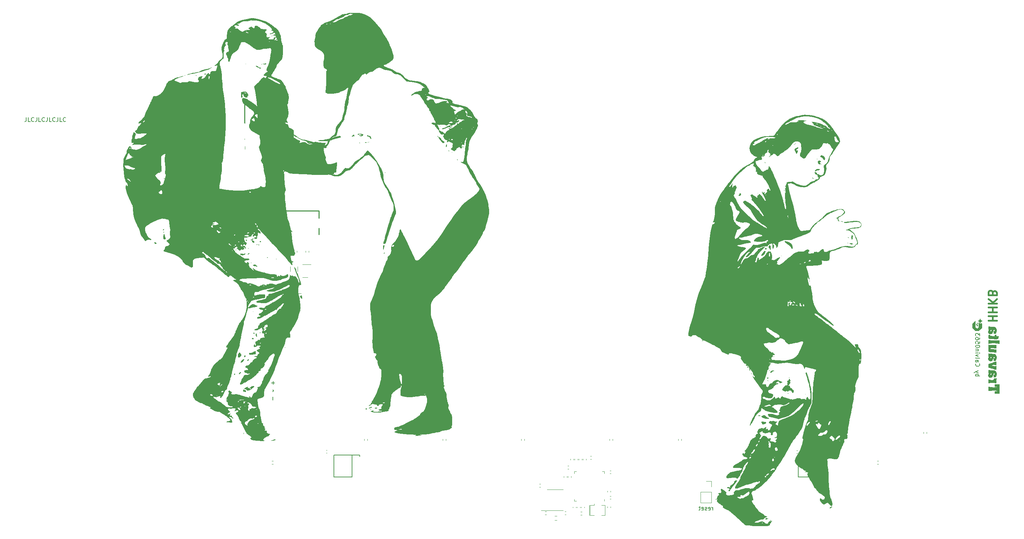
<source format=gbr>
%TF.GenerationSoftware,KiCad,Pcbnew,8.0.8*%
%TF.CreationDate,2025-03-01T19:04:34+01:00*%
%TF.ProjectId,travaulta HHKB,74726176-6175-46c7-9461-2048484b422e,rev?*%
%TF.SameCoordinates,Original*%
%TF.FileFunction,Legend,Bot*%
%TF.FilePolarity,Positive*%
%FSLAX46Y46*%
G04 Gerber Fmt 4.6, Leading zero omitted, Abs format (unit mm)*
G04 Created by KiCad (PCBNEW 8.0.8) date 2025-03-01 19:04:34*
%MOMM*%
%LPD*%
G01*
G04 APERTURE LIST*
%ADD10C,0.150000*%
%ADD11C,0.400000*%
%ADD12C,0.200000*%
%ADD13C,0.120000*%
%ADD14C,0.000000*%
%ADD15C,0.170180*%
%ADD16C,0.002540*%
%ADD17C,0.254000*%
G04 APERTURE END LIST*
D10*
X16018451Y-23267319D02*
X16018451Y-23981604D01*
X16018451Y-23981604D02*
X15970832Y-24124461D01*
X15970832Y-24124461D02*
X15875594Y-24219700D01*
X15875594Y-24219700D02*
X15732737Y-24267319D01*
X15732737Y-24267319D02*
X15637499Y-24267319D01*
X16970832Y-24267319D02*
X16494642Y-24267319D01*
X16494642Y-24267319D02*
X16494642Y-23267319D01*
X17875594Y-24172080D02*
X17827975Y-24219700D01*
X17827975Y-24219700D02*
X17685118Y-24267319D01*
X17685118Y-24267319D02*
X17589880Y-24267319D01*
X17589880Y-24267319D02*
X17447023Y-24219700D01*
X17447023Y-24219700D02*
X17351785Y-24124461D01*
X17351785Y-24124461D02*
X17304166Y-24029223D01*
X17304166Y-24029223D02*
X17256547Y-23838747D01*
X17256547Y-23838747D02*
X17256547Y-23695890D01*
X17256547Y-23695890D02*
X17304166Y-23505414D01*
X17304166Y-23505414D02*
X17351785Y-23410176D01*
X17351785Y-23410176D02*
X17447023Y-23314938D01*
X17447023Y-23314938D02*
X17589880Y-23267319D01*
X17589880Y-23267319D02*
X17685118Y-23267319D01*
X17685118Y-23267319D02*
X17827975Y-23314938D01*
X17827975Y-23314938D02*
X17875594Y-23362557D01*
X18589880Y-23267319D02*
X18589880Y-23981604D01*
X18589880Y-23981604D02*
X18542261Y-24124461D01*
X18542261Y-24124461D02*
X18447023Y-24219700D01*
X18447023Y-24219700D02*
X18304166Y-24267319D01*
X18304166Y-24267319D02*
X18208928Y-24267319D01*
X19542261Y-24267319D02*
X19066071Y-24267319D01*
X19066071Y-24267319D02*
X19066071Y-23267319D01*
X20447023Y-24172080D02*
X20399404Y-24219700D01*
X20399404Y-24219700D02*
X20256547Y-24267319D01*
X20256547Y-24267319D02*
X20161309Y-24267319D01*
X20161309Y-24267319D02*
X20018452Y-24219700D01*
X20018452Y-24219700D02*
X19923214Y-24124461D01*
X19923214Y-24124461D02*
X19875595Y-24029223D01*
X19875595Y-24029223D02*
X19827976Y-23838747D01*
X19827976Y-23838747D02*
X19827976Y-23695890D01*
X19827976Y-23695890D02*
X19875595Y-23505414D01*
X19875595Y-23505414D02*
X19923214Y-23410176D01*
X19923214Y-23410176D02*
X20018452Y-23314938D01*
X20018452Y-23314938D02*
X20161309Y-23267319D01*
X20161309Y-23267319D02*
X20256547Y-23267319D01*
X20256547Y-23267319D02*
X20399404Y-23314938D01*
X20399404Y-23314938D02*
X20447023Y-23362557D01*
X21161309Y-23267319D02*
X21161309Y-23981604D01*
X21161309Y-23981604D02*
X21113690Y-24124461D01*
X21113690Y-24124461D02*
X21018452Y-24219700D01*
X21018452Y-24219700D02*
X20875595Y-24267319D01*
X20875595Y-24267319D02*
X20780357Y-24267319D01*
X22113690Y-24267319D02*
X21637500Y-24267319D01*
X21637500Y-24267319D02*
X21637500Y-23267319D01*
X23018452Y-24172080D02*
X22970833Y-24219700D01*
X22970833Y-24219700D02*
X22827976Y-24267319D01*
X22827976Y-24267319D02*
X22732738Y-24267319D01*
X22732738Y-24267319D02*
X22589881Y-24219700D01*
X22589881Y-24219700D02*
X22494643Y-24124461D01*
X22494643Y-24124461D02*
X22447024Y-24029223D01*
X22447024Y-24029223D02*
X22399405Y-23838747D01*
X22399405Y-23838747D02*
X22399405Y-23695890D01*
X22399405Y-23695890D02*
X22447024Y-23505414D01*
X22447024Y-23505414D02*
X22494643Y-23410176D01*
X22494643Y-23410176D02*
X22589881Y-23314938D01*
X22589881Y-23314938D02*
X22732738Y-23267319D01*
X22732738Y-23267319D02*
X22827976Y-23267319D01*
X22827976Y-23267319D02*
X22970833Y-23314938D01*
X22970833Y-23314938D02*
X23018452Y-23362557D01*
X23732738Y-23267319D02*
X23732738Y-23981604D01*
X23732738Y-23981604D02*
X23685119Y-24124461D01*
X23685119Y-24124461D02*
X23589881Y-24219700D01*
X23589881Y-24219700D02*
X23447024Y-24267319D01*
X23447024Y-24267319D02*
X23351786Y-24267319D01*
X24685119Y-24267319D02*
X24208929Y-24267319D01*
X24208929Y-24267319D02*
X24208929Y-23267319D01*
X25589881Y-24172080D02*
X25542262Y-24219700D01*
X25542262Y-24219700D02*
X25399405Y-24267319D01*
X25399405Y-24267319D02*
X25304167Y-24267319D01*
X25304167Y-24267319D02*
X25161310Y-24219700D01*
X25161310Y-24219700D02*
X25066072Y-24124461D01*
X25066072Y-24124461D02*
X25018453Y-24029223D01*
X25018453Y-24029223D02*
X24970834Y-23838747D01*
X24970834Y-23838747D02*
X24970834Y-23695890D01*
X24970834Y-23695890D02*
X25018453Y-23505414D01*
X25018453Y-23505414D02*
X25066072Y-23410176D01*
X25066072Y-23410176D02*
X25161310Y-23314938D01*
X25161310Y-23314938D02*
X25304167Y-23267319D01*
X25304167Y-23267319D02*
X25399405Y-23267319D01*
X25399405Y-23267319D02*
X25542262Y-23314938D01*
X25542262Y-23314938D02*
X25589881Y-23362557D01*
D11*
X249503061Y-72675297D02*
X251503061Y-72675297D01*
X250550680Y-72675297D02*
X250550680Y-71532440D01*
X249503061Y-71532440D02*
X251503061Y-71532440D01*
X249503061Y-70580059D02*
X251503061Y-70580059D01*
X250550680Y-70580059D02*
X250550680Y-69437202D01*
X249503061Y-69437202D02*
X251503061Y-69437202D01*
X249503061Y-68484821D02*
X251503061Y-68484821D01*
X249503061Y-67341964D02*
X250645919Y-68199107D01*
X251503061Y-67341964D02*
X250360204Y-68484821D01*
X250550680Y-65818154D02*
X250455442Y-65532440D01*
X250455442Y-65532440D02*
X250360204Y-65437202D01*
X250360204Y-65437202D02*
X250169728Y-65341964D01*
X250169728Y-65341964D02*
X249884014Y-65341964D01*
X249884014Y-65341964D02*
X249693538Y-65437202D01*
X249693538Y-65437202D02*
X249598300Y-65532440D01*
X249598300Y-65532440D02*
X249503061Y-65722916D01*
X249503061Y-65722916D02*
X249503061Y-66484821D01*
X249503061Y-66484821D02*
X251503061Y-66484821D01*
X251503061Y-66484821D02*
X251503061Y-65818154D01*
X251503061Y-65818154D02*
X251407823Y-65627678D01*
X251407823Y-65627678D02*
X251312585Y-65532440D01*
X251312585Y-65532440D02*
X251122109Y-65437202D01*
X251122109Y-65437202D02*
X250931633Y-65437202D01*
X250931633Y-65437202D02*
X250741157Y-65532440D01*
X250741157Y-65532440D02*
X250645919Y-65627678D01*
X250645919Y-65627678D02*
X250550680Y-65818154D01*
X250550680Y-65818154D02*
X250550680Y-66484821D01*
D12*
X75853910Y-89903764D02*
X76025339Y-89675192D01*
X76025339Y-89675192D02*
X75853910Y-89446621D01*
D10*
X182594047Y-118723569D02*
X182594047Y-118056902D01*
X182594047Y-118247378D02*
X182546428Y-118152140D01*
X182546428Y-118152140D02*
X182498809Y-118104521D01*
X182498809Y-118104521D02*
X182403571Y-118056902D01*
X182403571Y-118056902D02*
X182308333Y-118056902D01*
X181594047Y-118675950D02*
X181689285Y-118723569D01*
X181689285Y-118723569D02*
X181879761Y-118723569D01*
X181879761Y-118723569D02*
X181974999Y-118675950D01*
X181974999Y-118675950D02*
X182022618Y-118580711D01*
X182022618Y-118580711D02*
X182022618Y-118199759D01*
X182022618Y-118199759D02*
X181974999Y-118104521D01*
X181974999Y-118104521D02*
X181879761Y-118056902D01*
X181879761Y-118056902D02*
X181689285Y-118056902D01*
X181689285Y-118056902D02*
X181594047Y-118104521D01*
X181594047Y-118104521D02*
X181546428Y-118199759D01*
X181546428Y-118199759D02*
X181546428Y-118294997D01*
X181546428Y-118294997D02*
X182022618Y-118390235D01*
X181165475Y-118675950D02*
X181070237Y-118723569D01*
X181070237Y-118723569D02*
X180879761Y-118723569D01*
X180879761Y-118723569D02*
X180784523Y-118675950D01*
X180784523Y-118675950D02*
X180736904Y-118580711D01*
X180736904Y-118580711D02*
X180736904Y-118533092D01*
X180736904Y-118533092D02*
X180784523Y-118437854D01*
X180784523Y-118437854D02*
X180879761Y-118390235D01*
X180879761Y-118390235D02*
X181022618Y-118390235D01*
X181022618Y-118390235D02*
X181117856Y-118342616D01*
X181117856Y-118342616D02*
X181165475Y-118247378D01*
X181165475Y-118247378D02*
X181165475Y-118199759D01*
X181165475Y-118199759D02*
X181117856Y-118104521D01*
X181117856Y-118104521D02*
X181022618Y-118056902D01*
X181022618Y-118056902D02*
X180879761Y-118056902D01*
X180879761Y-118056902D02*
X180784523Y-118104521D01*
X179927380Y-118675950D02*
X180022618Y-118723569D01*
X180022618Y-118723569D02*
X180213094Y-118723569D01*
X180213094Y-118723569D02*
X180308332Y-118675950D01*
X180308332Y-118675950D02*
X180355951Y-118580711D01*
X180355951Y-118580711D02*
X180355951Y-118199759D01*
X180355951Y-118199759D02*
X180308332Y-118104521D01*
X180308332Y-118104521D02*
X180213094Y-118056902D01*
X180213094Y-118056902D02*
X180022618Y-118056902D01*
X180022618Y-118056902D02*
X179927380Y-118104521D01*
X179927380Y-118104521D02*
X179879761Y-118199759D01*
X179879761Y-118199759D02*
X179879761Y-118294997D01*
X179879761Y-118294997D02*
X180355951Y-118390235D01*
X179594046Y-118056902D02*
X179213094Y-118056902D01*
X179451189Y-117723569D02*
X179451189Y-118580711D01*
X179451189Y-118580711D02*
X179403570Y-118675950D01*
X179403570Y-118675950D02*
X179308332Y-118723569D01*
X179308332Y-118723569D02*
X179213094Y-118723569D01*
X75892555Y-91977945D02*
X75892555Y-91216041D01*
X246401430Y-86129166D02*
X247401430Y-86129166D01*
X247020478Y-86129166D02*
X247068097Y-86033928D01*
X247068097Y-86033928D02*
X247068097Y-85843452D01*
X247068097Y-85843452D02*
X247020478Y-85748214D01*
X247020478Y-85748214D02*
X246972859Y-85700595D01*
X246972859Y-85700595D02*
X246877621Y-85652976D01*
X246877621Y-85652976D02*
X246591907Y-85652976D01*
X246591907Y-85652976D02*
X246496669Y-85700595D01*
X246496669Y-85700595D02*
X246449050Y-85748214D01*
X246449050Y-85748214D02*
X246401430Y-85843452D01*
X246401430Y-85843452D02*
X246401430Y-86033928D01*
X246401430Y-86033928D02*
X246449050Y-86129166D01*
X247068097Y-85319642D02*
X246401430Y-85081547D01*
X247068097Y-84843452D02*
X246401430Y-85081547D01*
X246401430Y-85081547D02*
X246163335Y-85176785D01*
X246163335Y-85176785D02*
X246115716Y-85224404D01*
X246115716Y-85224404D02*
X246068097Y-85319642D01*
X246496669Y-83129166D02*
X246449050Y-83176785D01*
X246449050Y-83176785D02*
X246401430Y-83319642D01*
X246401430Y-83319642D02*
X246401430Y-83414880D01*
X246401430Y-83414880D02*
X246449050Y-83557737D01*
X246449050Y-83557737D02*
X246544288Y-83652975D01*
X246544288Y-83652975D02*
X246639526Y-83700594D01*
X246639526Y-83700594D02*
X246830002Y-83748213D01*
X246830002Y-83748213D02*
X246972859Y-83748213D01*
X246972859Y-83748213D02*
X247163335Y-83700594D01*
X247163335Y-83700594D02*
X247258573Y-83652975D01*
X247258573Y-83652975D02*
X247353811Y-83557737D01*
X247353811Y-83557737D02*
X247401430Y-83414880D01*
X247401430Y-83414880D02*
X247401430Y-83319642D01*
X247401430Y-83319642D02*
X247353811Y-83176785D01*
X247353811Y-83176785D02*
X247306192Y-83129166D01*
X246401430Y-82272023D02*
X246925240Y-82272023D01*
X246925240Y-82272023D02*
X247020478Y-82319642D01*
X247020478Y-82319642D02*
X247068097Y-82414880D01*
X247068097Y-82414880D02*
X247068097Y-82605356D01*
X247068097Y-82605356D02*
X247020478Y-82700594D01*
X246449050Y-82272023D02*
X246401430Y-82367261D01*
X246401430Y-82367261D02*
X246401430Y-82605356D01*
X246401430Y-82605356D02*
X246449050Y-82700594D01*
X246449050Y-82700594D02*
X246544288Y-82748213D01*
X246544288Y-82748213D02*
X246639526Y-82748213D01*
X246639526Y-82748213D02*
X246734764Y-82700594D01*
X246734764Y-82700594D02*
X246782383Y-82605356D01*
X246782383Y-82605356D02*
X246782383Y-82367261D01*
X246782383Y-82367261D02*
X246830002Y-82272023D01*
X246401430Y-81652975D02*
X246449050Y-81748213D01*
X246449050Y-81748213D02*
X246544288Y-81795832D01*
X246544288Y-81795832D02*
X247401430Y-81795832D01*
X247068097Y-81367260D02*
X246401430Y-81129165D01*
X246401430Y-81129165D02*
X247068097Y-80891070D01*
X246401430Y-80510117D02*
X247068097Y-80510117D01*
X247401430Y-80510117D02*
X247353811Y-80557736D01*
X247353811Y-80557736D02*
X247306192Y-80510117D01*
X247306192Y-80510117D02*
X247353811Y-80462498D01*
X247353811Y-80462498D02*
X247401430Y-80510117D01*
X247401430Y-80510117D02*
X247306192Y-80510117D01*
X247068097Y-80033927D02*
X246401430Y-80033927D01*
X246972859Y-80033927D02*
X247020478Y-79986308D01*
X247020478Y-79986308D02*
X247068097Y-79891070D01*
X247068097Y-79891070D02*
X247068097Y-79748213D01*
X247068097Y-79748213D02*
X247020478Y-79652975D01*
X247020478Y-79652975D02*
X246925240Y-79605356D01*
X246925240Y-79605356D02*
X246401430Y-79605356D01*
X247401430Y-78938689D02*
X247401430Y-78843451D01*
X247401430Y-78843451D02*
X247353811Y-78748213D01*
X247353811Y-78748213D02*
X247306192Y-78700594D01*
X247306192Y-78700594D02*
X247210954Y-78652975D01*
X247210954Y-78652975D02*
X247020478Y-78605356D01*
X247020478Y-78605356D02*
X246782383Y-78605356D01*
X246782383Y-78605356D02*
X246591907Y-78652975D01*
X246591907Y-78652975D02*
X246496669Y-78700594D01*
X246496669Y-78700594D02*
X246449050Y-78748213D01*
X246449050Y-78748213D02*
X246401430Y-78843451D01*
X246401430Y-78843451D02*
X246401430Y-78938689D01*
X246401430Y-78938689D02*
X246449050Y-79033927D01*
X246449050Y-79033927D02*
X246496669Y-79081546D01*
X246496669Y-79081546D02*
X246591907Y-79129165D01*
X246591907Y-79129165D02*
X246782383Y-79176784D01*
X246782383Y-79176784D02*
X247020478Y-79176784D01*
X247020478Y-79176784D02*
X247210954Y-79129165D01*
X247210954Y-79129165D02*
X247306192Y-79081546D01*
X247306192Y-79081546D02*
X247353811Y-79033927D01*
X247353811Y-79033927D02*
X247401430Y-78938689D01*
X247401430Y-77700594D02*
X247401430Y-78176784D01*
X247401430Y-78176784D02*
X246925240Y-78224403D01*
X246925240Y-78224403D02*
X246972859Y-78176784D01*
X246972859Y-78176784D02*
X247020478Y-78081546D01*
X247020478Y-78081546D02*
X247020478Y-77843451D01*
X247020478Y-77843451D02*
X246972859Y-77748213D01*
X246972859Y-77748213D02*
X246925240Y-77700594D01*
X246925240Y-77700594D02*
X246830002Y-77652975D01*
X246830002Y-77652975D02*
X246591907Y-77652975D01*
X246591907Y-77652975D02*
X246496669Y-77700594D01*
X246496669Y-77700594D02*
X246449050Y-77748213D01*
X246449050Y-77748213D02*
X246401430Y-77843451D01*
X246401430Y-77843451D02*
X246401430Y-78081546D01*
X246401430Y-78081546D02*
X246449050Y-78176784D01*
X246449050Y-78176784D02*
X246496669Y-78224403D01*
X247401430Y-76795832D02*
X247401430Y-76986308D01*
X247401430Y-76986308D02*
X247353811Y-77081546D01*
X247353811Y-77081546D02*
X247306192Y-77129165D01*
X247306192Y-77129165D02*
X247163335Y-77224403D01*
X247163335Y-77224403D02*
X246972859Y-77272022D01*
X246972859Y-77272022D02*
X246591907Y-77272022D01*
X246591907Y-77272022D02*
X246496669Y-77224403D01*
X246496669Y-77224403D02*
X246449050Y-77176784D01*
X246449050Y-77176784D02*
X246401430Y-77081546D01*
X246401430Y-77081546D02*
X246401430Y-76891070D01*
X246401430Y-76891070D02*
X246449050Y-76795832D01*
X246449050Y-76795832D02*
X246496669Y-76748213D01*
X246496669Y-76748213D02*
X246591907Y-76700594D01*
X246591907Y-76700594D02*
X246830002Y-76700594D01*
X246830002Y-76700594D02*
X246925240Y-76748213D01*
X246925240Y-76748213D02*
X246972859Y-76795832D01*
X246972859Y-76795832D02*
X247020478Y-76891070D01*
X247020478Y-76891070D02*
X247020478Y-77081546D01*
X247020478Y-77081546D02*
X246972859Y-77176784D01*
X246972859Y-77176784D02*
X246925240Y-77224403D01*
X246925240Y-77224403D02*
X246830002Y-77272022D01*
X247401430Y-76367260D02*
X247401430Y-75748213D01*
X247401430Y-75748213D02*
X247020478Y-76081546D01*
X247020478Y-76081546D02*
X247020478Y-75938689D01*
X247020478Y-75938689D02*
X246972859Y-75843451D01*
X246972859Y-75843451D02*
X246925240Y-75795832D01*
X246925240Y-75795832D02*
X246830002Y-75748213D01*
X246830002Y-75748213D02*
X246591907Y-75748213D01*
X246591907Y-75748213D02*
X246496669Y-75795832D01*
X246496669Y-75795832D02*
X246449050Y-75843451D01*
X246449050Y-75843451D02*
X246401430Y-75938689D01*
X246401430Y-75938689D02*
X246401430Y-76224403D01*
X246401430Y-76224403D02*
X246449050Y-76319641D01*
X246449050Y-76319641D02*
X246496669Y-76367260D01*
X75921752Y-88153109D02*
X75921752Y-87391205D01*
X75540799Y-87772157D02*
X76302704Y-87772157D01*
D13*
%TO.C,Y1*%
X152616000Y-117945000D02*
X152616000Y-117545000D01*
X152616000Y-119945000D02*
X152616000Y-117945000D01*
X152816000Y-117945000D02*
X152816000Y-117545000D01*
X152816000Y-117945000D02*
X152816000Y-119945000D01*
X152816000Y-119945000D02*
X153816000Y-119945000D01*
X153816000Y-117545000D02*
X152816000Y-117545000D01*
X153816000Y-117545000D02*
X153816000Y-117145000D01*
X155616000Y-119945000D02*
X156416000Y-119945000D01*
X156416000Y-117545000D02*
X155616000Y-117545000D01*
X156416000Y-117945000D02*
X156416000Y-117545000D01*
X156416000Y-119945000D02*
X156416000Y-117945000D01*
%TO.C,C7*%
X147611836Y-108691000D02*
X147396164Y-108691000D01*
X147611836Y-107971000D02*
X147396164Y-107971000D01*
%TO.C,C12*%
X202981600Y-104174305D02*
X203197272Y-104174305D01*
X202981600Y-104894305D02*
X203197272Y-104894305D01*
%TO.C,C15*%
X149391000Y-117912164D02*
X149391000Y-118127836D01*
X148671000Y-117912164D02*
X148671000Y-118127836D01*
D14*
%TO.C,G\u002A\u002A\u002A*%
G36*
X99737333Y-28913667D02*
G01*
X99695000Y-28956000D01*
X99652666Y-28913667D01*
X99695000Y-28871334D01*
X99737333Y-28913667D01*
G37*
G36*
X73152000Y-52197000D02*
G01*
X73109666Y-52239334D01*
X73067333Y-52197000D01*
X73109666Y-52154667D01*
X73152000Y-52197000D01*
G37*
G36*
X72898000Y-59817000D02*
G01*
X72855666Y-59859334D01*
X72813333Y-59817000D01*
X72855666Y-59774667D01*
X72898000Y-59817000D01*
G37*
G36*
X72728666Y-75141667D02*
G01*
X72686333Y-75184000D01*
X72644000Y-75141667D01*
X72686333Y-75099334D01*
X72728666Y-75141667D01*
G37*
G36*
X72728666Y-54059667D02*
G01*
X72686333Y-54102000D01*
X72644000Y-54059667D01*
X72686333Y-54017334D01*
X72728666Y-54059667D01*
G37*
G36*
X72136000Y-53043667D02*
G01*
X72093666Y-53086000D01*
X72051333Y-53043667D01*
X72093666Y-53001334D01*
X72136000Y-53043667D01*
G37*
G36*
X70866000Y-52197000D02*
G01*
X70823666Y-52239334D01*
X70781333Y-52197000D01*
X70823666Y-52154667D01*
X70866000Y-52197000D01*
G37*
G36*
X70781333Y-59647667D02*
G01*
X70739000Y-59690000D01*
X70696666Y-59647667D01*
X70739000Y-59605334D01*
X70781333Y-59647667D01*
G37*
G36*
X70696666Y-14012334D02*
G01*
X70654333Y-14054667D01*
X70612000Y-14012334D01*
X70654333Y-13970000D01*
X70696666Y-14012334D01*
G37*
G36*
X69850000Y-97070334D02*
G01*
X69807666Y-97112667D01*
X69765333Y-97070334D01*
X69807666Y-97028000D01*
X69850000Y-97070334D01*
G37*
G36*
X61468000Y-10879667D02*
G01*
X61425666Y-10922000D01*
X61383333Y-10879667D01*
X61425666Y-10837334D01*
X61468000Y-10879667D01*
G37*
G36*
X54864000Y-12996334D02*
G01*
X54821666Y-13038667D01*
X54779333Y-12996334D01*
X54821666Y-12954000D01*
X54864000Y-12996334D01*
G37*
G36*
X54356000Y-13165667D02*
G01*
X54313666Y-13208000D01*
X54271333Y-13165667D01*
X54313666Y-13123334D01*
X54356000Y-13165667D01*
G37*
G36*
X43010666Y-25273000D02*
G01*
X42968333Y-25315334D01*
X42926000Y-25273000D01*
X42968333Y-25230667D01*
X43010666Y-25273000D01*
G37*
G36*
X78881111Y-79191556D02*
G01*
X78894357Y-79217022D01*
X78824666Y-79248000D01*
X78779844Y-79241890D01*
X78768222Y-79191556D01*
X78780631Y-79181423D01*
X78881111Y-79191556D01*
G37*
G36*
X73208444Y-10357556D02*
G01*
X73221690Y-10383022D01*
X73152000Y-10414000D01*
X73107178Y-10407890D01*
X73095555Y-10357556D01*
X73107965Y-10347423D01*
X73208444Y-10357556D01*
G37*
G36*
X70668444Y-58617556D02*
G01*
X70681690Y-58643022D01*
X70612000Y-58674000D01*
X70567178Y-58667890D01*
X70555555Y-58617556D01*
X70567965Y-58607423D01*
X70668444Y-58617556D01*
G37*
G36*
X69357875Y-10271497D02*
G01*
X69397064Y-10301972D01*
X69306722Y-10322649D01*
X69220848Y-10316663D01*
X69195597Y-10278181D01*
X69225551Y-10261403D01*
X69357875Y-10271497D01*
G37*
G36*
X69074631Y-28532667D02*
G01*
X69062829Y-28649136D01*
X69031927Y-28638500D01*
X69020744Y-28600176D01*
X69031927Y-28426834D01*
X69061326Y-28412471D01*
X69074631Y-28532667D01*
G37*
G36*
X54581778Y-13066889D02*
G01*
X54595023Y-13092355D01*
X54525333Y-13123334D01*
X54480511Y-13117223D01*
X54468889Y-13066889D01*
X54481298Y-13056756D01*
X54581778Y-13066889D01*
G37*
G36*
X49516631Y-38100000D02*
G01*
X49504829Y-38216470D01*
X49473927Y-38205834D01*
X49462744Y-38167509D01*
X49473927Y-37994167D01*
X49503326Y-37979805D01*
X49516631Y-38100000D01*
G37*
G36*
X76749480Y-57656619D02*
G01*
X76757866Y-57701010D01*
X76670663Y-57742667D01*
X76627916Y-57741011D01*
X76542409Y-57701016D01*
X76617483Y-57619283D01*
X76648011Y-57607777D01*
X76749480Y-57656619D01*
G37*
G36*
X72848771Y-75459199D02*
G01*
X72898000Y-75557945D01*
X72880576Y-75623830D01*
X72763944Y-75692000D01*
X72671434Y-75643129D01*
X72685650Y-75541676D01*
X72797458Y-75457403D01*
X72848771Y-75459199D01*
G37*
G36*
X72116041Y-54062217D02*
G01*
X72096294Y-54182415D01*
X72068123Y-54213339D01*
X71953439Y-54220825D01*
X71916201Y-54183020D01*
X71957878Y-54076922D01*
X72034139Y-54029844D01*
X72116041Y-54062217D01*
G37*
G36*
X71932418Y-88294252D02*
G01*
X71906282Y-88331863D01*
X71834670Y-88392000D01*
X71822834Y-88391176D01*
X71804188Y-88342166D01*
X71895082Y-88256915D01*
X71942397Y-88236315D01*
X71932418Y-88294252D01*
G37*
G36*
X69999757Y-55050032D02*
G01*
X69934666Y-55118000D01*
X69857970Y-55165470D01*
X69777866Y-55194150D01*
X69807666Y-55118000D01*
X69825790Y-55094941D01*
X69960830Y-55034630D01*
X69999757Y-55050032D01*
G37*
G36*
X69138418Y-52818918D02*
G01*
X69112282Y-52856530D01*
X69040670Y-52916667D01*
X69028834Y-52915843D01*
X69010188Y-52866832D01*
X69101082Y-52781582D01*
X69148397Y-52760981D01*
X69138418Y-52818918D01*
G37*
G36*
X57315081Y-12993706D02*
G01*
X57346006Y-13021877D01*
X57353491Y-13136561D01*
X57315686Y-13173799D01*
X57209588Y-13132122D01*
X57162511Y-13055861D01*
X57194883Y-12973959D01*
X57315081Y-12993706D01*
G37*
G36*
X96959084Y-29389696D02*
G01*
X97028000Y-29464000D01*
X97025719Y-29484088D01*
X96948330Y-29548667D01*
X96924576Y-29545437D01*
X96816333Y-29464000D01*
X96808368Y-29420379D01*
X96896003Y-29379334D01*
X96959084Y-29389696D01*
G37*
G36*
X75759769Y-3404246D02*
G01*
X75692000Y-3471334D01*
X75619472Y-3511251D01*
X75480333Y-3553407D01*
X75454897Y-3538421D01*
X75522666Y-3471334D01*
X75595194Y-3431416D01*
X75734333Y-3389260D01*
X75759769Y-3404246D01*
G37*
G36*
X74607423Y-57244219D02*
G01*
X74676000Y-57319334D01*
X74661672Y-57358283D01*
X74549000Y-57404000D01*
X74490576Y-57394448D01*
X74422000Y-57319334D01*
X74436328Y-57280384D01*
X74549000Y-57234667D01*
X74607423Y-57244219D01*
G37*
G36*
X71155620Y-70364648D02*
G01*
X71162333Y-70442667D01*
X71144956Y-70468005D01*
X71072670Y-70527334D01*
X71064220Y-70525132D01*
X71035333Y-70442667D01*
X71038779Y-70419461D01*
X71124997Y-70358000D01*
X71155620Y-70364648D01*
G37*
G36*
X69313778Y-18739556D02*
G01*
X69326013Y-18761013D01*
X69303148Y-18875034D01*
X69248388Y-18933706D01*
X69141272Y-18960203D01*
X69088000Y-18885664D01*
X69113541Y-18813882D01*
X69214750Y-18733172D01*
X69313778Y-18739556D01*
G37*
G36*
X66994473Y-55384184D02*
G01*
X67013666Y-55456667D01*
X66996337Y-55479789D01*
X66881670Y-55541334D01*
X66862767Y-55538910D01*
X66802000Y-55456667D01*
X66818154Y-55416205D01*
X66933997Y-55372000D01*
X66994473Y-55384184D01*
G37*
G36*
X49401129Y-51070155D02*
G01*
X49445333Y-51185997D01*
X49433150Y-51246473D01*
X49360666Y-51265667D01*
X49337544Y-51248337D01*
X49276000Y-51133670D01*
X49278423Y-51114768D01*
X49360666Y-51054000D01*
X49401129Y-51070155D01*
G37*
G36*
X99245755Y-29226733D02*
G01*
X99273684Y-29246082D01*
X99144666Y-29294667D01*
X98947951Y-29346406D01*
X98807800Y-29364199D01*
X98762849Y-29346953D01*
X98848333Y-29294667D01*
X98964613Y-29256323D01*
X99187000Y-29224391D01*
X99245755Y-29226733D01*
G37*
G36*
X72942398Y-53320567D02*
G01*
X72952426Y-53460493D01*
X72948271Y-53510440D01*
X72905419Y-53612434D01*
X72792166Y-53582637D01*
X72682776Y-53514415D01*
X72665401Y-53438454D01*
X72804260Y-53344856D01*
X72860902Y-53317064D01*
X72942398Y-53320567D01*
G37*
G36*
X71323680Y-75610260D02*
G01*
X71413005Y-75706625D01*
X71401487Y-75805624D01*
X71401206Y-75805905D01*
X71272683Y-75855093D01*
X71128206Y-75744221D01*
X71077107Y-75648518D01*
X71153982Y-75579920D01*
X71193731Y-75571443D01*
X71323680Y-75610260D01*
G37*
G36*
X71057364Y-76894919D02*
G01*
X71175220Y-76990972D01*
X71162333Y-77131334D01*
X71152401Y-77146431D01*
X71036556Y-77210741D01*
X70882933Y-77114400D01*
X70809644Y-77024932D01*
X70801863Y-76915989D01*
X70945670Y-76877334D01*
X71057364Y-76894919D01*
G37*
G36*
X69474833Y-53007080D02*
G01*
X69557704Y-53128127D01*
X69558244Y-53247927D01*
X69519087Y-53282034D01*
X69381622Y-53284911D01*
X69303990Y-53228638D01*
X69259748Y-53087716D01*
X69332407Y-52964929D01*
X69365474Y-52954765D01*
X69474833Y-53007080D01*
G37*
G36*
X66701759Y-85578951D02*
G01*
X66685160Y-85729055D01*
X66654426Y-85784518D01*
X66550657Y-85852000D01*
X66491691Y-85825045D01*
X66470497Y-85699883D01*
X66538713Y-85525461D01*
X66569312Y-85488855D01*
X66651478Y-85482668D01*
X66701759Y-85578951D01*
G37*
G36*
X49445333Y-50440167D02*
G01*
X49436663Y-50534991D01*
X49388889Y-50658889D01*
X49319294Y-50708713D01*
X49225203Y-50685069D01*
X49206611Y-50531465D01*
X49234933Y-50431446D01*
X49319089Y-50326059D01*
X49405589Y-50322707D01*
X49445333Y-50440167D01*
G37*
G36*
X98569772Y-29309325D02*
G01*
X98636666Y-29379334D01*
X98635875Y-29385761D01*
X98548765Y-29440816D01*
X98361500Y-29462704D01*
X98258864Y-29459781D01*
X98163845Y-29435551D01*
X98213333Y-29379334D01*
X98236335Y-29365458D01*
X98413916Y-29304700D01*
X98569772Y-29309325D01*
G37*
G36*
X72332352Y-54173957D02*
G01*
X72403628Y-54214978D01*
X72517197Y-54207099D01*
X72543845Y-54189986D01*
X72525577Y-54250167D01*
X72482204Y-54309619D01*
X72367825Y-54344411D01*
X72270120Y-54217025D01*
X72268741Y-54213416D01*
X72251500Y-54125671D01*
X72332352Y-54173957D01*
G37*
G36*
X70187370Y-56282167D02*
G01*
X70186881Y-56291852D01*
X70105463Y-56457938D01*
X69934666Y-56575546D01*
X69793230Y-56599870D01*
X69741953Y-56535467D01*
X69829823Y-56385067D01*
X69858300Y-56354221D01*
X70006183Y-56247340D01*
X70134130Y-56218068D01*
X70187370Y-56282167D01*
G37*
G36*
X69985470Y-82075876D02*
G01*
X69997611Y-82167458D01*
X69934545Y-82338480D01*
X69863658Y-82400362D01*
X69755740Y-82417071D01*
X69701332Y-82358040D01*
X69695829Y-82201848D01*
X69806665Y-82042832D01*
X69807757Y-82041927D01*
X69918591Y-81985820D01*
X69985470Y-82075876D01*
G37*
G36*
X69140524Y-30394938D02*
G01*
X69144201Y-30649334D01*
X69143715Y-30752938D01*
X69137658Y-30964113D01*
X69126133Y-31041301D01*
X69110990Y-30966834D01*
X69097290Y-30649751D01*
X69110990Y-30331834D01*
X69116651Y-30287004D01*
X69130725Y-30268272D01*
X69140524Y-30394938D01*
G37*
G36*
X69109562Y-81026349D02*
G01*
X69205709Y-81101408D01*
X69231200Y-81254326D01*
X69171772Y-81408078D01*
X69098653Y-81483827D01*
X68975588Y-81521685D01*
X68883931Y-81396269D01*
X68880664Y-81255079D01*
X68965634Y-81096965D01*
X69101024Y-81026000D01*
X69109562Y-81026349D01*
G37*
G36*
X59581794Y-12653163D02*
G01*
X59599726Y-12660192D01*
X59679484Y-12716125D01*
X59602960Y-12787925D01*
X59562509Y-12811539D01*
X59360406Y-12863775D01*
X59223964Y-12784069D01*
X59212052Y-12751042D01*
X59266669Y-12668838D01*
X59409953Y-12628881D01*
X59581794Y-12653163D01*
G37*
G36*
X47414087Y-53649400D02*
G01*
X47573109Y-53741019D01*
X47662388Y-53851025D01*
X47610889Y-53960889D01*
X47511931Y-54013354D01*
X47331855Y-53985511D01*
X47176831Y-53844556D01*
X47138306Y-53775847D01*
X47108475Y-53625730D01*
X47204733Y-53580019D01*
X47414087Y-53649400D01*
G37*
G36*
X82845925Y-66505105D02*
G01*
X82892705Y-66663712D01*
X82937946Y-66963454D01*
X82998266Y-67418170D01*
X82727985Y-67218342D01*
X82628078Y-67131137D01*
X82493801Y-66909383D01*
X82500325Y-66692087D01*
X82651772Y-66517201D01*
X82677371Y-66501548D01*
X82780012Y-66460196D01*
X82845925Y-66505105D01*
G37*
G36*
X68065148Y-85178167D02*
G01*
X68144729Y-85222309D01*
X68100506Y-85333050D01*
X67928625Y-85530425D01*
X67892549Y-85566570D01*
X67728639Y-85688249D01*
X67624409Y-85692276D01*
X67610707Y-85673446D01*
X67616888Y-85539895D01*
X67710434Y-85374619D01*
X67850707Y-85234062D01*
X67997071Y-85174667D01*
X68065148Y-85178167D01*
G37*
G36*
X74252666Y-10186220D02*
G01*
X74242103Y-10246496D01*
X74146833Y-10357927D01*
X74113770Y-10369556D01*
X73833532Y-10395305D01*
X73490666Y-10336649D01*
X73445900Y-10323421D01*
X73367378Y-10287395D01*
X73423719Y-10256972D01*
X73631432Y-10218271D01*
X73703567Y-10205840D01*
X73951563Y-10154954D01*
X74118265Y-10108791D01*
X74199545Y-10096960D01*
X74252666Y-10186220D01*
G37*
G36*
X71994459Y-75862875D02*
G01*
X71972803Y-76019200D01*
X71942563Y-76102397D01*
X71971278Y-76289229D01*
X72008057Y-76355455D01*
X72050037Y-76481375D01*
X72027329Y-76514505D01*
X71904455Y-76522797D01*
X71825212Y-76471226D01*
X71736873Y-76308380D01*
X71688494Y-76099319D01*
X71692942Y-75909451D01*
X71763084Y-75804182D01*
X71892112Y-75785995D01*
X71994459Y-75862875D01*
G37*
G36*
X95588666Y-27509742D02*
G01*
X95593510Y-27555922D01*
X95637805Y-27715537D01*
X95647153Y-27750945D01*
X95597273Y-27832717D01*
X95404972Y-27878245D01*
X95400443Y-27878801D01*
X95166365Y-27905926D01*
X94996000Y-27923009D01*
X94970371Y-27911453D01*
X95015987Y-27825796D01*
X95162135Y-27682559D01*
X95192810Y-27656542D01*
X95419672Y-27484871D01*
X95548153Y-27437344D01*
X95588666Y-27509742D01*
G37*
G36*
X76507091Y-101554877D02*
G01*
X76431901Y-101667582D01*
X76291200Y-101736975D01*
X76073000Y-101791489D01*
X75813318Y-101818803D01*
X75522666Y-101834114D01*
X75412326Y-101834874D01*
X75343894Y-101825172D01*
X75419474Y-101794800D01*
X75649666Y-101735529D01*
X75791708Y-101697824D01*
X76066738Y-101610445D01*
X76258362Y-101530834D01*
X76312004Y-101505993D01*
X76453790Y-101490506D01*
X76507091Y-101554877D01*
G37*
G36*
X68901165Y-89414658D02*
G01*
X69118142Y-89543124D01*
X69129883Y-89551124D01*
X69314791Y-89692340D01*
X69374461Y-89791735D01*
X69331757Y-89886009D01*
X69247648Y-89948838D01*
X69051581Y-89965376D01*
X68936731Y-89939124D01*
X68770500Y-89917156D01*
X68730713Y-89902309D01*
X68675136Y-89782990D01*
X68674246Y-89602285D01*
X68733429Y-89430834D01*
X68776433Y-89394579D01*
X68901165Y-89414658D01*
G37*
G36*
X68918666Y-82045934D02*
G01*
X68916390Y-82081585D01*
X68840434Y-82303267D01*
X68688893Y-82540853D01*
X68505508Y-82735732D01*
X68334024Y-82829292D01*
X68176785Y-82854606D01*
X68058188Y-82875981D01*
X68031859Y-82844164D01*
X68065189Y-82715675D01*
X68147671Y-82535329D01*
X68256106Y-82352587D01*
X68367296Y-82216913D01*
X68515980Y-82104730D01*
X68707526Y-82011572D01*
X68857839Y-81986985D01*
X68918666Y-82045934D01*
G37*
G36*
X67871859Y-80442728D02*
G01*
X68019125Y-80605580D01*
X68173623Y-80809977D01*
X68224888Y-80974710D01*
X68162629Y-81147155D01*
X67984314Y-81383894D01*
X67876564Y-81505378D01*
X67700482Y-81634039D01*
X67554408Y-81612912D01*
X67411515Y-81444850D01*
X67359888Y-81269028D01*
X67381028Y-80990561D01*
X67479087Y-80706363D01*
X67637768Y-80485529D01*
X67678584Y-80449611D01*
X67776057Y-80396314D01*
X67871859Y-80442728D01*
G37*
G36*
X71712666Y-59091628D02*
G01*
X71745169Y-59148321D01*
X71882000Y-59224334D01*
X71980363Y-59286196D01*
X72051333Y-59441706D01*
X72036237Y-59534677D01*
X71966666Y-59605334D01*
X71925703Y-59588530D01*
X71882000Y-59471606D01*
X71881065Y-59450818D01*
X71823162Y-59374475D01*
X71649166Y-59385005D01*
X71454691Y-59388521D01*
X71204666Y-59313445D01*
X70993000Y-59194759D01*
X71231345Y-59103713D01*
X71450917Y-59034953D01*
X71643348Y-59021036D01*
X71712666Y-59091628D01*
G37*
G36*
X69222768Y-56326741D02*
G01*
X69191988Y-56422552D01*
X69072431Y-56570766D01*
X69018079Y-56621887D01*
X68809412Y-56735585D01*
X68519733Y-56761662D01*
X68491968Y-56760703D01*
X68189236Y-56710091D01*
X67980473Y-56600547D01*
X67902666Y-56450708D01*
X67943442Y-56416390D01*
X68129123Y-56395607D01*
X68446350Y-56408458D01*
X68672622Y-56419995D01*
X68941091Y-56407972D01*
X69079939Y-56362195D01*
X69126735Y-56326474D01*
X69219187Y-56321632D01*
X69222768Y-56326741D01*
G37*
G36*
X49552184Y-51699432D02*
G01*
X49569934Y-51733826D01*
X49643659Y-51910792D01*
X49652512Y-52003933D01*
X49646893Y-52021543D01*
X49671354Y-52155018D01*
X49745821Y-52363217D01*
X49771361Y-52428804D01*
X49832178Y-52651643D01*
X49834256Y-52799550D01*
X49810060Y-52843184D01*
X49656430Y-52913723D01*
X49409925Y-52865275D01*
X49334758Y-52783801D01*
X49284834Y-52554799D01*
X49289032Y-52209623D01*
X49348773Y-51773667D01*
X49411788Y-51435000D01*
X49552184Y-51699432D01*
G37*
G36*
X99060000Y-27695875D02*
G01*
X99091987Y-27743512D01*
X99223511Y-27747657D01*
X99334917Y-27743819D01*
X99529046Y-27842284D01*
X99677903Y-28036971D01*
X99737333Y-28281965D01*
X99725888Y-28415219D01*
X99664003Y-28521164D01*
X99570262Y-28474523D01*
X99469670Y-28275865D01*
X99408815Y-28144122D01*
X99266586Y-28013230D01*
X99011850Y-27920559D01*
X98812254Y-27858051D01*
X98712660Y-27790546D01*
X98735143Y-27711694D01*
X98735590Y-27711156D01*
X98869563Y-27618638D01*
X99000827Y-27612418D01*
X99060000Y-27695875D01*
G37*
G36*
X71988925Y-10711520D02*
G01*
X72207617Y-10867165D01*
X72221525Y-10880141D01*
X72460311Y-11044628D01*
X72710563Y-11142746D01*
X72877941Y-11187527D01*
X72978069Y-11266588D01*
X72926222Y-11373556D01*
X72880765Y-11407351D01*
X72700688Y-11409395D01*
X72451563Y-11260667D01*
X72444354Y-11255026D01*
X72275434Y-11138650D01*
X72164979Y-11089451D01*
X72164340Y-11089428D01*
X72051775Y-11039996D01*
X71882552Y-10925371D01*
X71760875Y-10824545D01*
X71732847Y-10755725D01*
X71824107Y-10704589D01*
X71988925Y-10711520D01*
G37*
G36*
X71711659Y-80065281D02*
G01*
X71687995Y-80239193D01*
X71677983Y-80438379D01*
X71732775Y-80588909D01*
X71746254Y-80603000D01*
X71787258Y-80702526D01*
X71691092Y-80781882D01*
X71441796Y-80855702D01*
X71264471Y-80882157D01*
X70951036Y-80902860D01*
X70612000Y-80904997D01*
X70542298Y-80903042D01*
X70274748Y-80889390D01*
X70130915Y-80858427D01*
X70072615Y-80794747D01*
X70061666Y-80682943D01*
X70062183Y-80645131D01*
X70088437Y-80534288D01*
X70188643Y-80494495D01*
X70409774Y-80501234D01*
X70513310Y-80505823D01*
X70774384Y-80464835D01*
X71008129Y-80316232D01*
X71029868Y-80298434D01*
X71269058Y-80142359D01*
X71498597Y-80045371D01*
X71656427Y-80015530D01*
X71711659Y-80065281D01*
G37*
G36*
X97320272Y-27268917D02*
G01*
X97604036Y-27302829D01*
X97750989Y-27375994D01*
X97779142Y-27499343D01*
X97706508Y-27683805D01*
X97618220Y-27794829D01*
X97474172Y-27841379D01*
X97219773Y-27838588D01*
X97147172Y-27832416D01*
X96901416Y-27780061D01*
X96790422Y-27694245D01*
X96784532Y-27642218D01*
X96856587Y-27605678D01*
X97058970Y-27625422D01*
X97218443Y-27640032D01*
X97350171Y-27607816D01*
X97329746Y-27525747D01*
X97148727Y-27413736D01*
X97142800Y-27411053D01*
X96937854Y-27357609D01*
X96757000Y-27422968D01*
X96722593Y-27443649D01*
X96579432Y-27484758D01*
X96448797Y-27397083D01*
X96411745Y-27356229D01*
X96399900Y-27305903D01*
X96478573Y-27277708D01*
X96674024Y-27265384D01*
X97012514Y-27262667D01*
X97320272Y-27268917D01*
G37*
G36*
X68982817Y-19005476D02*
G01*
X69032518Y-19075136D01*
X69072502Y-19212307D01*
X69103651Y-19431529D01*
X69126850Y-19747343D01*
X69142982Y-20174289D01*
X69152931Y-20726909D01*
X69157580Y-21419743D01*
X69157813Y-22267334D01*
X69156768Y-22636043D01*
X69153234Y-23245990D01*
X69147835Y-23780185D01*
X69140896Y-24219914D01*
X69132742Y-24546458D01*
X69123698Y-24741103D01*
X69114089Y-24785130D01*
X69078773Y-24709907D01*
X68996925Y-24684294D01*
X68979794Y-24694315D01*
X68958388Y-24697129D01*
X68941157Y-24671654D01*
X68927552Y-24602217D01*
X68917022Y-24473147D01*
X68909019Y-24268774D01*
X68902993Y-23973425D01*
X68898394Y-23571430D01*
X68894673Y-23047117D01*
X68891280Y-22384815D01*
X68887665Y-21568852D01*
X68886563Y-20915721D01*
X68890377Y-20235190D01*
X68899707Y-19695541D01*
X68914355Y-19303870D01*
X68934126Y-19067274D01*
X68958824Y-18992849D01*
X68982817Y-19005476D01*
G37*
G36*
X71374926Y-53513527D02*
G01*
X71401159Y-53645347D01*
X71365292Y-53704872D01*
X71227237Y-53761740D01*
X71063990Y-53706670D01*
X70935261Y-53551667D01*
X70885935Y-53467000D01*
X71035333Y-53467000D01*
X71077666Y-53509334D01*
X71120000Y-53467000D01*
X71077666Y-53424667D01*
X71035333Y-53467000D01*
X70885935Y-53467000D01*
X70851718Y-53408267D01*
X70770400Y-53340000D01*
X70742482Y-53322344D01*
X70750715Y-53213000D01*
X70752341Y-53124823D01*
X70626055Y-53086000D01*
X70518459Y-53069102D01*
X70392248Y-52988252D01*
X70371510Y-52938095D01*
X70437634Y-52955890D01*
X70440726Y-52957693D01*
X70583185Y-52952692D01*
X70779812Y-52846512D01*
X70927853Y-52753641D01*
X71071159Y-52731294D01*
X71120000Y-52846111D01*
X71105776Y-52878457D01*
X70993000Y-52916667D01*
X70933773Y-52931418D01*
X70866000Y-53043667D01*
X70877434Y-53102354D01*
X70966376Y-53170667D01*
X71098268Y-53218904D01*
X71256357Y-53352159D01*
X71340739Y-53467000D01*
X71374926Y-53513527D01*
G37*
G36*
X92317476Y-27803435D02*
G01*
X92371333Y-27942657D01*
X92352046Y-28046717D01*
X92265500Y-28144111D01*
X92254571Y-28147035D01*
X92102976Y-28183614D01*
X91843241Y-28243558D01*
X91524666Y-28315465D01*
X91516847Y-28317219D01*
X91154960Y-28410487D01*
X90813611Y-28518341D01*
X90565729Y-28617789D01*
X90516716Y-28640800D01*
X90195001Y-28757458D01*
X89869957Y-28833982D01*
X89772410Y-28851420D01*
X89546099Y-28915211D01*
X89418078Y-28986371D01*
X89308328Y-29022418D01*
X89064709Y-29047377D01*
X88724500Y-29060267D01*
X88324257Y-29061031D01*
X87900533Y-29049610D01*
X87489885Y-29025947D01*
X87128867Y-28989984D01*
X86989179Y-28967299D01*
X86851966Y-28920401D01*
X86860459Y-28872648D01*
X86999524Y-28830411D01*
X87254027Y-28800059D01*
X87608833Y-28787963D01*
X87650262Y-28787703D01*
X87940213Y-28775144D01*
X88145040Y-28747672D01*
X88222666Y-28710593D01*
X88224132Y-28705184D01*
X88320821Y-28659773D01*
X88538923Y-28612922D01*
X88836500Y-28573967D01*
X89171887Y-28526803D01*
X89561780Y-28444471D01*
X89873666Y-28350411D01*
X90102112Y-28271172D01*
X90459833Y-28163288D01*
X90870310Y-28050811D01*
X91290596Y-27944531D01*
X91677744Y-27855239D01*
X91988805Y-27793724D01*
X92180833Y-27770776D01*
X92317476Y-27803435D01*
G37*
G36*
X70729270Y-89224817D02*
G01*
X70728035Y-89226308D01*
X70517563Y-89409224D01*
X70263603Y-89545448D01*
X70185664Y-89572390D01*
X69836249Y-89651608D01*
X69599963Y-89624807D01*
X69486801Y-89492667D01*
X69428111Y-89388589D01*
X69244093Y-89322037D01*
X69104619Y-89306271D01*
X68920052Y-89241315D01*
X68877715Y-89199045D01*
X70243756Y-89199045D01*
X70273649Y-89256201D01*
X70362061Y-89323334D01*
X70436058Y-89298300D01*
X70500416Y-89181720D01*
X70459600Y-89052400D01*
X70351182Y-89003139D01*
X70250437Y-89060371D01*
X70243756Y-89199045D01*
X68877715Y-89199045D01*
X68870891Y-89192232D01*
X68916177Y-89124263D01*
X69104763Y-89032228D01*
X69161619Y-89007409D01*
X69361263Y-88901922D01*
X69469061Y-88815235D01*
X69493267Y-88787515D01*
X69601850Y-88776616D01*
X69629640Y-88788003D01*
X69680666Y-88735664D01*
X69684153Y-88710944D01*
X69770330Y-88646000D01*
X69798048Y-88650644D01*
X69812389Y-88723026D01*
X69790743Y-88851921D01*
X69869389Y-89001652D01*
X70018025Y-89069334D01*
X70116287Y-89048287D01*
X70277966Y-88936751D01*
X70455230Y-88782382D01*
X70706191Y-88651620D01*
X70968399Y-88574186D01*
X71191701Y-88564440D01*
X71325943Y-88636739D01*
X71328793Y-88642828D01*
X71285915Y-88739041D01*
X71140440Y-88860001D01*
X70937010Y-89016619D01*
X70772272Y-89181720D01*
X70729270Y-89224817D01*
G37*
G36*
X69822699Y-17640519D02*
G01*
X69904652Y-17871133D01*
X69876544Y-18020026D01*
X69737952Y-18064079D01*
X69723051Y-18062965D01*
X69637978Y-18080507D01*
X69693419Y-18176365D01*
X69751716Y-18287405D01*
X69675222Y-18377823D01*
X69530171Y-18433759D01*
X69269655Y-18424001D01*
X69016709Y-18317883D01*
X68824961Y-18141769D01*
X68748037Y-17922022D01*
X68746625Y-17873706D01*
X68703529Y-17665414D01*
X68615094Y-17582169D01*
X68501089Y-17646064D01*
X68438506Y-17806880D01*
X68453691Y-18122758D01*
X68469781Y-18221445D01*
X68482645Y-18388847D01*
X68436741Y-18448589D01*
X68313461Y-18443186D01*
X68259126Y-18433328D01*
X68181903Y-18394709D01*
X68138939Y-18305697D01*
X68126148Y-18136796D01*
X68139446Y-17858507D01*
X68174751Y-17441334D01*
X68183739Y-17342055D01*
X68735896Y-17342055D01*
X68750338Y-17381377D01*
X68906283Y-17376544D01*
X69117482Y-17378698D01*
X69353443Y-17445471D01*
X69553666Y-17550640D01*
X69388037Y-17364191D01*
X69217019Y-17233075D01*
X69007037Y-17230862D01*
X68848266Y-17279822D01*
X68735896Y-17342055D01*
X68183739Y-17342055D01*
X68209245Y-17060334D01*
X68860289Y-17035605D01*
X68934276Y-17033289D01*
X69227695Y-17035072D01*
X69433632Y-17054150D01*
X69511333Y-17087290D01*
X69520074Y-17121654D01*
X69596928Y-17274240D01*
X69727272Y-17481907D01*
X69768624Y-17550640D01*
X69822699Y-17640519D01*
G37*
G36*
X60999421Y-11175937D02*
G01*
X60872111Y-11287877D01*
X60654967Y-11419343D01*
X60384923Y-11548395D01*
X60098913Y-11653095D01*
X59854720Y-11729424D01*
X59467731Y-11855854D01*
X59097333Y-11981865D01*
X58538513Y-12169085D01*
X57820265Y-12377522D01*
X57125679Y-12534587D01*
X56381784Y-12658459D01*
X56016161Y-12714817D01*
X55667437Y-12777255D01*
X55409577Y-12833165D01*
X55281117Y-12874967D01*
X55216447Y-12909735D01*
X55075666Y-12949703D01*
X55050232Y-12923700D01*
X55135571Y-12863006D01*
X55285475Y-12790654D01*
X55452175Y-12729650D01*
X55587900Y-12703000D01*
X55696130Y-12688420D01*
X55841900Y-12621237D01*
X55912109Y-12589588D01*
X56124671Y-12533177D01*
X56437337Y-12468745D01*
X56811333Y-12404944D01*
X57092582Y-12361533D01*
X57440446Y-12306996D01*
X57673463Y-12266482D01*
X57824179Y-12231911D01*
X57925139Y-12195205D01*
X58008889Y-12148283D01*
X58107974Y-12083068D01*
X58108972Y-12082415D01*
X58284664Y-11980399D01*
X58397108Y-11938000D01*
X58414873Y-11935267D01*
X58555021Y-11881847D01*
X58759920Y-11781701D01*
X58831839Y-11745489D01*
X59086575Y-11646005D01*
X59412815Y-11563212D01*
X59859333Y-11483899D01*
X59940731Y-11468154D01*
X60191027Y-11401828D01*
X60469871Y-11312161D01*
X60713016Y-11220729D01*
X60856213Y-11149111D01*
X60913726Y-11115310D01*
X61009254Y-11112365D01*
X60999421Y-11175937D01*
G37*
G36*
X77807948Y-3630414D02*
G01*
X77843812Y-3896928D01*
X77867245Y-4221339D01*
X77869175Y-4261960D01*
X77887343Y-4492521D01*
X77893905Y-4575788D01*
X77902746Y-4636425D01*
X77929548Y-4820240D01*
X77944743Y-4868334D01*
X77969077Y-4945353D01*
X77975708Y-4954435D01*
X78043725Y-5108894D01*
X78105860Y-5334000D01*
X78113040Y-5365875D01*
X78181356Y-5572003D01*
X78256460Y-5686207D01*
X78290828Y-5779940D01*
X78318845Y-6006973D01*
X78337333Y-6326773D01*
X78345469Y-6700007D01*
X78343365Y-6968409D01*
X78342433Y-7087345D01*
X78327400Y-7449453D01*
X78299550Y-7747000D01*
X78277457Y-7911787D01*
X78233742Y-8248068D01*
X78190046Y-8593667D01*
X78170708Y-8737159D01*
X78122263Y-8960899D01*
X78036704Y-9141848D01*
X77884808Y-9332425D01*
X77637351Y-9585050D01*
X77362252Y-9865958D01*
X77051469Y-10218873D01*
X76858781Y-10491484D01*
X76792667Y-10672871D01*
X76757020Y-10809865D01*
X76664063Y-11040800D01*
X76537948Y-11314692D01*
X76402838Y-11581555D01*
X76282893Y-11791406D01*
X76202275Y-11894261D01*
X76168317Y-11925892D01*
X76058898Y-12080339D01*
X75933416Y-12303578D01*
X75876733Y-12411052D01*
X75760613Y-12605956D01*
X75681901Y-12704209D01*
X75680996Y-12704812D01*
X75615106Y-12815448D01*
X75557396Y-13013186D01*
X75538054Y-13140740D01*
X75568751Y-13268318D01*
X75704288Y-13337888D01*
X75839986Y-13389086D01*
X75946000Y-13452245D01*
X75955368Y-13459808D01*
X76082408Y-13518632D01*
X76319085Y-13608305D01*
X76623333Y-13712654D01*
X76691837Y-13735360D01*
X76993444Y-13841085D01*
X77224210Y-13931055D01*
X77338767Y-13987821D01*
X77383832Y-14015359D01*
X77552731Y-14054667D01*
X77561836Y-14055041D01*
X77727656Y-14127900D01*
X77940492Y-14299502D01*
X78157393Y-14530056D01*
X78335408Y-14779769D01*
X78368098Y-14835394D01*
X78515892Y-15080003D01*
X78604426Y-15226532D01*
X78842440Y-15596405D01*
X78947496Y-15811295D01*
X78994000Y-16024723D01*
X79017805Y-16172904D01*
X79118307Y-16387985D01*
X79195132Y-16512974D01*
X79245307Y-16666538D01*
X79247790Y-16690777D01*
X79295366Y-16862954D01*
X79383632Y-17089871D01*
X79499273Y-17357384D01*
X79624614Y-17680620D01*
X79696545Y-17951993D01*
X79723458Y-18226509D01*
X79713745Y-18559176D01*
X79675798Y-19005003D01*
X79618424Y-19474749D01*
X79545752Y-19804580D01*
X79457609Y-19983607D01*
X79406015Y-20048461D01*
X79359829Y-20199571D01*
X79404970Y-20419800D01*
X79513989Y-20854204D01*
X79604870Y-21410277D01*
X79654238Y-21966228D01*
X79652438Y-22443103D01*
X79651295Y-22458314D01*
X79616601Y-22787007D01*
X79556397Y-23050694D01*
X79449053Y-23318773D01*
X79272939Y-23660640D01*
X79232052Y-23738799D01*
X79184360Y-23883688D01*
X79213580Y-24026344D01*
X79326431Y-24239491D01*
X79405790Y-24386305D01*
X79470437Y-24564685D01*
X79424446Y-24617245D01*
X79267460Y-24545838D01*
X79138232Y-24495705D01*
X78947364Y-24500935D01*
X78858744Y-24542367D01*
X78851349Y-24605282D01*
X78963825Y-24730122D01*
X79121360Y-24845106D01*
X79320975Y-24914399D01*
X79453188Y-24960870D01*
X79553158Y-25143074D01*
X79639820Y-25453749D01*
X79767259Y-25669292D01*
X79956645Y-25803128D01*
X80143790Y-25891082D01*
X80389571Y-26006209D01*
X80428537Y-26024633D01*
X80658599Y-26153418D01*
X80807864Y-26300288D01*
X80893378Y-26502937D01*
X80932185Y-26799060D01*
X80941333Y-27226351D01*
X80936512Y-27515143D01*
X80894722Y-28009622D01*
X80810362Y-28343563D01*
X80784440Y-28410160D01*
X80737480Y-28597025D01*
X80759929Y-28683865D01*
X80769390Y-28687654D01*
X80895056Y-28768648D01*
X81070307Y-28908207D01*
X81300147Y-29105703D01*
X81067357Y-29061202D01*
X81025786Y-29053878D01*
X80887152Y-29055696D01*
X80873304Y-29134518D01*
X80877999Y-29145294D01*
X80995864Y-29229612D01*
X81201853Y-29278239D01*
X81217632Y-29279820D01*
X81441962Y-29336478D01*
X81588849Y-29430757D01*
X81620656Y-29465635D01*
X81701518Y-29504927D01*
X81840447Y-29509797D01*
X82073196Y-29479507D01*
X82435515Y-29413323D01*
X82697199Y-29364557D01*
X83105979Y-29301941D01*
X83410644Y-29285519D01*
X83650962Y-29318440D01*
X83866699Y-29403852D01*
X84097624Y-29544903D01*
X84324111Y-29678629D01*
X84367491Y-29697758D01*
X84601091Y-29800768D01*
X84846886Y-29870995D01*
X85022766Y-29878818D01*
X85090000Y-29813745D01*
X85053684Y-29756099D01*
X84911028Y-29718000D01*
X84869587Y-29715325D01*
X84680945Y-29665118D01*
X84472272Y-29571128D01*
X84288138Y-29459367D01*
X84173113Y-29355844D01*
X84171767Y-29286571D01*
X84292367Y-29273745D01*
X84501506Y-29356620D01*
X84732940Y-29527500D01*
X84806813Y-29577930D01*
X85004325Y-29633334D01*
X85092485Y-29648681D01*
X85193774Y-29732990D01*
X85223000Y-29774518D01*
X85336869Y-29764740D01*
X85403263Y-29701497D01*
X85334324Y-29627354D01*
X85296383Y-29602932D01*
X85258227Y-29558084D01*
X85301759Y-29508804D01*
X85452193Y-29435699D01*
X85734743Y-29319375D01*
X85924974Y-29246009D01*
X86138906Y-29191788D01*
X86343375Y-29199739D01*
X86623743Y-29264604D01*
X86718557Y-29286996D01*
X87060040Y-29347035D01*
X87475278Y-29400056D01*
X87894823Y-29436658D01*
X88709979Y-29488319D01*
X88451270Y-30005326D01*
X88366471Y-30181542D01*
X88257844Y-30469536D01*
X88210217Y-30752268D01*
X88204354Y-31116283D01*
X88216255Y-31355567D01*
X88352759Y-32081353D01*
X88639739Y-32732070D01*
X88733640Y-32945955D01*
X88722605Y-33114812D01*
X88689190Y-33178342D01*
X88656425Y-33454261D01*
X88763073Y-33811538D01*
X88871154Y-34067607D01*
X88985012Y-34353500D01*
X88996231Y-34382482D01*
X89082523Y-34545103D01*
X89208840Y-34613837D01*
X89439438Y-34627415D01*
X89570291Y-34621119D01*
X89875586Y-34583071D01*
X90219875Y-34520257D01*
X90551375Y-34443914D01*
X90818309Y-34365275D01*
X90968895Y-34295575D01*
X91071826Y-34243049D01*
X91270666Y-34192428D01*
X91350085Y-34181402D01*
X91420362Y-34187254D01*
X91455715Y-34243462D01*
X91460762Y-34379571D01*
X91440122Y-34625125D01*
X91398413Y-35009667D01*
X91378371Y-35190908D01*
X91342289Y-35493120D01*
X91313258Y-35680915D01*
X91284781Y-35791736D01*
X91250362Y-35863024D01*
X91249634Y-35864232D01*
X91224174Y-36005967D01*
X91238094Y-36220147D01*
X91239331Y-36280470D01*
X91242814Y-36450405D01*
X91193465Y-36638278D01*
X91138384Y-36708383D01*
X91103908Y-36681834D01*
X91102316Y-36662531D01*
X91031559Y-36582502D01*
X90890722Y-36609893D01*
X90727272Y-36737666D01*
X90650511Y-36828100D01*
X90631508Y-36912059D01*
X90735317Y-36989091D01*
X90747362Y-36996240D01*
X90802165Y-37048849D01*
X90729579Y-37077670D01*
X90508666Y-37092231D01*
X90422293Y-37096068D01*
X90135124Y-37118172D01*
X89916000Y-37147719D01*
X89777328Y-37166763D01*
X89450539Y-37190672D01*
X89004996Y-37209409D01*
X88470804Y-37222776D01*
X87878070Y-37230578D01*
X87256900Y-37232617D01*
X86637402Y-37228697D01*
X86049681Y-37218622D01*
X85523845Y-37202195D01*
X85090000Y-37179219D01*
X85033276Y-37175310D01*
X84516678Y-37142253D01*
X83888095Y-37105472D01*
X83198107Y-37067745D01*
X82497298Y-37031849D01*
X81836249Y-37000560D01*
X81446251Y-36982178D01*
X80843717Y-36948663D01*
X80388395Y-36914817D01*
X80065906Y-36879231D01*
X79861872Y-36840494D01*
X79761915Y-36797197D01*
X79679835Y-36732554D01*
X79415341Y-36574276D01*
X79132984Y-36454261D01*
X78907490Y-36406667D01*
X78805678Y-36419286D01*
X78630443Y-36506062D01*
X78533025Y-36637890D01*
X78556304Y-36770362D01*
X78576503Y-36827512D01*
X78607988Y-37037334D01*
X78637070Y-37367696D01*
X78661324Y-37788797D01*
X78678327Y-38270834D01*
X78700398Y-38887132D01*
X78740745Y-39471294D01*
X78800299Y-39952378D01*
X78882496Y-40365630D01*
X78956804Y-40691744D01*
X78995944Y-40933997D01*
X78990701Y-41077197D01*
X78973408Y-41105667D01*
X78943657Y-41154647D01*
X78856908Y-41278531D01*
X78782448Y-41486144D01*
X78781872Y-41490915D01*
X78771219Y-41579206D01*
X78769334Y-41594831D01*
X78764101Y-41886800D01*
X78776456Y-42292768D01*
X78803811Y-42779376D01*
X78843575Y-43313260D01*
X78893159Y-43861060D01*
X78949974Y-44389413D01*
X79011429Y-44864958D01*
X79074936Y-45254334D01*
X79103434Y-45409693D01*
X79189548Y-45931018D01*
X79271105Y-46490120D01*
X79333648Y-46990000D01*
X79345877Y-47096839D01*
X79425614Y-47620065D01*
X79533284Y-48044049D01*
X79683303Y-48428087D01*
X79735628Y-48549690D01*
X79908066Y-49076671D01*
X79954782Y-49312767D01*
X80015875Y-49621528D01*
X80016838Y-49629141D01*
X80053539Y-49841686D01*
X80080309Y-49996718D01*
X80134347Y-50210312D01*
X80168141Y-50343888D01*
X80261628Y-50596442D01*
X80312309Y-50693475D01*
X80396077Y-50827639D01*
X80431256Y-50842334D01*
X80445821Y-50818405D01*
X80504035Y-50867311D01*
X80569453Y-50975752D01*
X80601370Y-51085534D01*
X80571520Y-51106206D01*
X80463484Y-51043890D01*
X80392574Y-50996071D01*
X80355617Y-51023101D01*
X80353729Y-51159986D01*
X80380796Y-51435689D01*
X80384520Y-51469148D01*
X80423708Y-51821964D01*
X80470927Y-52248075D01*
X80516777Y-52662667D01*
X80524864Y-52734098D01*
X80575201Y-53126982D01*
X80630595Y-53493812D01*
X80680452Y-53763334D01*
X80702609Y-53864833D01*
X80777989Y-54221197D01*
X80848569Y-54567667D01*
X80874449Y-54692535D01*
X80949789Y-55018320D01*
X81021187Y-55285392D01*
X81029092Y-55312814D01*
X81072202Y-55546977D01*
X81065977Y-55718092D01*
X81082411Y-55872784D01*
X81186450Y-56058700D01*
X81253907Y-56144480D01*
X81305704Y-56254566D01*
X81278252Y-56379137D01*
X81169397Y-56584591D01*
X81076090Y-56742327D01*
X80968900Y-56853874D01*
X80818644Y-56889846D01*
X80562486Y-56880924D01*
X80450645Y-56873025D01*
X80281115Y-56867510D01*
X80191188Y-56903210D01*
X80167165Y-57011699D01*
X80195346Y-57224549D01*
X80262030Y-57573334D01*
X80269304Y-57611203D01*
X80342983Y-57939083D01*
X80419292Y-58133570D01*
X80516795Y-58226739D01*
X80654058Y-58250667D01*
X80673750Y-58250952D01*
X80830043Y-58291062D01*
X80833519Y-58370132D01*
X80678924Y-58446731D01*
X80660775Y-58451690D01*
X80561132Y-58505015D01*
X80532899Y-58619000D01*
X80560700Y-58845505D01*
X80581397Y-59010109D01*
X80568387Y-59131789D01*
X80503053Y-59152277D01*
X80375835Y-59064500D01*
X80177173Y-58861385D01*
X79897507Y-58535857D01*
X79527276Y-58080843D01*
X79333316Y-57844737D01*
X78968089Y-57416961D01*
X78532037Y-56920579D01*
X78053193Y-56387042D01*
X77559588Y-55847799D01*
X77079254Y-55334301D01*
X76662075Y-54893913D01*
X76242975Y-54451414D01*
X75863616Y-54050793D01*
X75543180Y-53712309D01*
X75300849Y-53456222D01*
X75155806Y-53302792D01*
X75104505Y-53247915D01*
X74897702Y-53022259D01*
X74619746Y-52714897D01*
X74300661Y-52359127D01*
X73970472Y-51988246D01*
X73811922Y-51810114D01*
X73331213Y-51279823D01*
X72933008Y-50856780D01*
X72623323Y-50547071D01*
X72408174Y-50356782D01*
X72293578Y-50292000D01*
X72224860Y-50318582D01*
X72223820Y-50419373D01*
X72311946Y-50551926D01*
X72467614Y-50669353D01*
X72633392Y-50810161D01*
X72785240Y-51036527D01*
X72816998Y-51117738D01*
X72879918Y-51278636D01*
X72883643Y-51471356D01*
X72865931Y-51485914D01*
X72739019Y-51472254D01*
X72538166Y-51393305D01*
X72220667Y-51238041D01*
X72220667Y-51281222D01*
X72220666Y-51574920D01*
X72219816Y-51620443D01*
X72186900Y-51889747D01*
X72120984Y-52096733D01*
X72053742Y-52282026D01*
X72015151Y-52535667D01*
X72011189Y-52606672D01*
X71955794Y-52759540D01*
X71804985Y-52818493D01*
X71669852Y-52812823D01*
X71522984Y-52707965D01*
X71440630Y-52618703D01*
X71324832Y-52668339D01*
X71241046Y-52721694D01*
X71204666Y-52673034D01*
X71208810Y-52643730D01*
X71289333Y-52578000D01*
X71323172Y-52568583D01*
X71374000Y-52465664D01*
X71431429Y-52391279D01*
X71628000Y-52390607D01*
X71726718Y-52401500D01*
X71858086Y-52379525D01*
X71847025Y-52281083D01*
X71696162Y-52094765D01*
X71510324Y-51896950D01*
X71398213Y-52027667D01*
X71309038Y-52131642D01*
X71266914Y-52179732D01*
X71172741Y-52274440D01*
X71161206Y-52260500D01*
X71171633Y-52203282D01*
X71082663Y-52154667D01*
X71018830Y-52138724D01*
X70950666Y-52027667D01*
X71204666Y-52027667D01*
X71247000Y-52070000D01*
X71289333Y-52027667D01*
X71247000Y-51985334D01*
X71204666Y-52027667D01*
X70950666Y-52027667D01*
X70959155Y-51969376D01*
X71026275Y-51900667D01*
X71036902Y-51899835D01*
X71128022Y-51819004D01*
X71171638Y-51670663D01*
X71138587Y-51546721D01*
X71127232Y-51538346D01*
X71020622Y-51561162D01*
X70882169Y-51679193D01*
X70798499Y-51790060D01*
X70755428Y-51847131D01*
X70713465Y-51948426D01*
X70683952Y-52019668D01*
X70678949Y-52042063D01*
X70600787Y-52158196D01*
X70505040Y-52197000D01*
X70420157Y-52231401D01*
X70193600Y-52263603D01*
X70103898Y-52276353D01*
X69932877Y-52310413D01*
X69692092Y-52402552D01*
X69467632Y-52468172D01*
X69205361Y-52476139D01*
X69174441Y-52472806D01*
X68989234Y-52466700D01*
X68907749Y-52489168D01*
X68883548Y-52662250D01*
X68908087Y-52947908D01*
X69005811Y-53153821D01*
X69046126Y-53213000D01*
X69083848Y-53268374D01*
X69108731Y-53404806D01*
X69139417Y-53494696D01*
X69237024Y-53558219D01*
X69281237Y-53586993D01*
X69316585Y-53601395D01*
X69455212Y-53706889D01*
X69509968Y-53748558D01*
X69542367Y-53940969D01*
X69410059Y-54162011D01*
X69288271Y-54280666D01*
X69199718Y-54307894D01*
X69117726Y-54226076D01*
X69092522Y-54195805D01*
X68928834Y-54116368D01*
X68768959Y-54168595D01*
X68679945Y-54335698D01*
X68675174Y-54430407D01*
X68735987Y-54507477D01*
X68778816Y-54511637D01*
X68919833Y-54525334D01*
X69107612Y-54550648D01*
X69137705Y-54610000D01*
X69148437Y-54631167D01*
X69148725Y-54638222D01*
X69152371Y-54727685D01*
X69239640Y-54885686D01*
X69311649Y-54989696D01*
X69325377Y-55078179D01*
X69301561Y-55093067D01*
X69185613Y-55085084D01*
X69075294Y-55020106D01*
X69051519Y-54939197D01*
X69059650Y-54910419D01*
X68999669Y-54832091D01*
X68876600Y-54789062D01*
X68769300Y-54815811D01*
X68754101Y-54844919D01*
X68806823Y-54932104D01*
X68821201Y-54948667D01*
X68901442Y-55041099D01*
X68933038Y-55183944D01*
X68875759Y-55274516D01*
X68805332Y-55303798D01*
X68638088Y-55386225D01*
X68535373Y-55421988D01*
X68360439Y-55365449D01*
X68305562Y-55328804D01*
X68190746Y-55332038D01*
X68030333Y-55456041D01*
X68029745Y-55456593D01*
X67879145Y-55581840D01*
X67765899Y-55595890D01*
X67609482Y-55508849D01*
X67458627Y-55386037D01*
X67394666Y-55285382D01*
X67362927Y-55237314D01*
X67225333Y-55202667D01*
X67092664Y-55171592D01*
X67069647Y-55078924D01*
X67194887Y-54964023D01*
X67201615Y-54960127D01*
X67242015Y-54904632D01*
X67836089Y-54904632D01*
X67846222Y-55005111D01*
X67871688Y-55018357D01*
X67902666Y-54948667D01*
X67896556Y-54903845D01*
X67846222Y-54892222D01*
X67836089Y-54904632D01*
X67242015Y-54904632D01*
X67281903Y-54849840D01*
X67229959Y-54743137D01*
X67072170Y-54697360D01*
X67064060Y-54697632D01*
X66870636Y-54758057D01*
X66703719Y-54886607D01*
X66632666Y-55030679D01*
X66595822Y-55091303D01*
X66434162Y-55086536D01*
X66397601Y-55077565D01*
X66292079Y-55068135D01*
X66274648Y-55139815D01*
X66328181Y-55332323D01*
X66340036Y-55367267D01*
X66446578Y-55568070D01*
X66512908Y-55626000D01*
X66569019Y-55675005D01*
X66650331Y-55727777D01*
X66717333Y-55885706D01*
X66717972Y-55889994D01*
X66731175Y-55978612D01*
X66795086Y-56049334D01*
X66796177Y-56049368D01*
X66876131Y-56091667D01*
X66897908Y-56103188D01*
X67085503Y-56239813D01*
X67319193Y-56430334D01*
X67563723Y-56621323D01*
X67779922Y-56758851D01*
X67918773Y-56811334D01*
X68002170Y-56828441D01*
X68072784Y-56917167D01*
X68073335Y-56922151D01*
X68153226Y-57018435D01*
X68342068Y-57161754D01*
X68601950Y-57323028D01*
X68717047Y-57387092D01*
X68999722Y-57523722D01*
X69209501Y-57579368D01*
X69394198Y-57568867D01*
X69657448Y-57539877D01*
X69919527Y-57556664D01*
X70113121Y-57614517D01*
X70188666Y-57704946D01*
X70157560Y-57814878D01*
X70020571Y-57899484D01*
X69745963Y-57947872D01*
X69509416Y-57978425D01*
X69185867Y-58060454D01*
X69026487Y-58175216D01*
X69029675Y-58324337D01*
X69075162Y-58375629D01*
X69193833Y-58509445D01*
X69274790Y-58570081D01*
X69285492Y-58578097D01*
X69456040Y-58660438D01*
X69561391Y-58651291D01*
X69565382Y-58547000D01*
X69565050Y-58546129D01*
X69576256Y-58448822D01*
X69727753Y-58420000D01*
X69865351Y-58459310D01*
X70008733Y-58603115D01*
X70073159Y-58792878D01*
X70023936Y-58964787D01*
X70006590Y-59089593D01*
X70063422Y-59298672D01*
X70171165Y-59531553D01*
X70303276Y-59731389D01*
X70433213Y-59841333D01*
X70505236Y-59882723D01*
X70684447Y-60022897D01*
X70893042Y-60214862D01*
X71024420Y-60342045D01*
X71178905Y-60482186D01*
X71253706Y-60536667D01*
X71292046Y-60504409D01*
X71248582Y-60384458D01*
X71113934Y-60210995D01*
X71011270Y-60088107D01*
X70956071Y-59966303D01*
X71017351Y-59936371D01*
X71177601Y-60001059D01*
X71419311Y-60163110D01*
X71480672Y-60208638D01*
X71794141Y-60399128D01*
X72179995Y-60563128D01*
X72315623Y-60605643D01*
X72686333Y-60721849D01*
X72935660Y-60789523D01*
X73194074Y-60854167D01*
X73285301Y-60876988D01*
X73560999Y-60937034D01*
X73718503Y-60959472D01*
X73837641Y-60974467D01*
X73950217Y-61034771D01*
X74016778Y-61072449D01*
X74213081Y-61125310D01*
X74484381Y-61169931D01*
X74695578Y-61201729D01*
X74933330Y-61253684D01*
X75061535Y-61303391D01*
X75062331Y-61304023D01*
X75189101Y-61335940D01*
X75431899Y-61350147D01*
X75738869Y-61343569D01*
X75753200Y-61342795D01*
X76222165Y-61352875D01*
X76575995Y-61433625D01*
X76799460Y-61579157D01*
X76877333Y-61783587D01*
X76907026Y-61945313D01*
X76990193Y-61951118D01*
X77116661Y-61798698D01*
X77171309Y-61717519D01*
X77255888Y-61670702D01*
X77376527Y-61756364D01*
X77519751Y-61866091D01*
X77612328Y-61865310D01*
X77639333Y-61722000D01*
X77641947Y-61681324D01*
X77711219Y-61568596D01*
X77841671Y-61580576D01*
X77988840Y-61717799D01*
X78040708Y-61783491D01*
X78132885Y-61837827D01*
X78282646Y-61835039D01*
X78542815Y-61781171D01*
X78692879Y-61738263D01*
X78986306Y-61614304D01*
X79200103Y-61473227D01*
X79289142Y-61399635D01*
X79460531Y-61338503D01*
X79569592Y-61432986D01*
X79607833Y-61678804D01*
X79566362Y-61890719D01*
X79385762Y-62143669D01*
X79256926Y-62223153D01*
X79088775Y-62326892D01*
X78704779Y-62416392D01*
X78324896Y-62488241D01*
X77988403Y-62645926D01*
X77937942Y-62679821D01*
X77741041Y-62777464D01*
X77603944Y-62794714D01*
X77556211Y-62787745D01*
X77366014Y-62812383D01*
X77120116Y-62883082D01*
X76821682Y-62957249D01*
X76385198Y-62999472D01*
X75926147Y-62990737D01*
X75506408Y-62932824D01*
X75187861Y-62827513D01*
X75184654Y-62825851D01*
X74847633Y-62677471D01*
X74438861Y-62535767D01*
X74003966Y-62412387D01*
X73588578Y-62318981D01*
X73238326Y-62267196D01*
X72998839Y-62268683D01*
X72869432Y-62283812D01*
X72580363Y-62304492D01*
X72170759Y-62326669D01*
X71667246Y-62349066D01*
X71096451Y-62370402D01*
X70485000Y-62389400D01*
X70445961Y-62390496D01*
X69718178Y-62413585D01*
X69142614Y-62437990D01*
X68702937Y-62464936D01*
X68382816Y-62495649D01*
X68165921Y-62531356D01*
X68035918Y-62573283D01*
X67881066Y-62661771D01*
X67768631Y-62787597D01*
X67824248Y-62894910D01*
X68047973Y-62985530D01*
X68090174Y-62997535D01*
X68347379Y-63093497D01*
X68540283Y-63199242D01*
X68728853Y-63286535D01*
X68976655Y-63327974D01*
X69194169Y-63344510D01*
X69453570Y-63410095D01*
X69617727Y-63510158D01*
X69649597Y-63628177D01*
X69641673Y-63717388D01*
X69710046Y-63751076D01*
X69807666Y-63669334D01*
X69855576Y-63626993D01*
X70055396Y-63588808D01*
X70365991Y-63614264D01*
X70759024Y-63696704D01*
X71206157Y-63829473D01*
X71679052Y-64005913D01*
X71683650Y-64008000D01*
X72149369Y-64219369D01*
X72543739Y-64416513D01*
X72739790Y-64207827D01*
X72753300Y-64193657D01*
X72775823Y-64177334D01*
X73490666Y-64177334D01*
X73524726Y-64227457D01*
X73664997Y-64262000D01*
X73761076Y-64243974D01*
X73787000Y-64177334D01*
X73756819Y-64144267D01*
X73612670Y-64092667D01*
X73558881Y-64101394D01*
X73490666Y-64177334D01*
X72775823Y-64177334D01*
X72945850Y-64054110D01*
X73149753Y-64048476D01*
X73167619Y-64052510D01*
X73284860Y-64066125D01*
X73246743Y-64019888D01*
X73212989Y-63983831D01*
X73271003Y-63931173D01*
X73484865Y-63881980D01*
X73605603Y-63864864D01*
X73832498Y-63871257D01*
X73989456Y-63957331D01*
X74001440Y-63967986D01*
X74176070Y-64076672D01*
X74293502Y-64068405D01*
X74319878Y-63944500D01*
X74315934Y-63909637D01*
X74359489Y-63826499D01*
X74526290Y-63820463D01*
X74721764Y-63805133D01*
X74958026Y-63713256D01*
X74990646Y-63692908D01*
X75089212Y-63649518D01*
X75213837Y-63632783D01*
X75392075Y-63645938D01*
X75651480Y-63692219D01*
X76019605Y-63774860D01*
X76524004Y-63897095D01*
X76687312Y-63898991D01*
X76947337Y-63778884D01*
X76994584Y-63747632D01*
X77252121Y-63630501D01*
X77541890Y-63553762D01*
X77629710Y-63537019D01*
X77875907Y-63461329D01*
X78034771Y-63370658D01*
X78137659Y-63300521D01*
X78347145Y-63246000D01*
X78396130Y-63241911D01*
X78616270Y-63183092D01*
X78867000Y-63076667D01*
X78954135Y-63033784D01*
X79164112Y-62943354D01*
X79291626Y-62907334D01*
X79334947Y-62892580D01*
X79481699Y-62788137D01*
X79666030Y-62616472D01*
X79725618Y-62552634D01*
X79881602Y-62328986D01*
X79902232Y-62150805D01*
X79890424Y-62043681D01*
X79933260Y-61976000D01*
X79964702Y-61966931D01*
X80007338Y-61864889D01*
X79985483Y-61706106D01*
X79904166Y-61562141D01*
X79887190Y-61536628D01*
X79951187Y-61551179D01*
X80117244Y-61639070D01*
X80295272Y-61733420D01*
X80448691Y-61771313D01*
X80560743Y-61721660D01*
X80670384Y-61665729D01*
X80737723Y-61754798D01*
X80831254Y-61847961D01*
X81056225Y-61892630D01*
X81267833Y-61911589D01*
X81407238Y-61956130D01*
X81495684Y-62045638D01*
X81642697Y-62241047D01*
X81793944Y-62474420D01*
X81913043Y-62688798D01*
X81963612Y-62827218D01*
X81969765Y-62866768D01*
X82028174Y-63051997D01*
X82126666Y-63288334D01*
X82283441Y-63627000D01*
X82289721Y-63311433D01*
X82282747Y-63209313D01*
X82227598Y-62930053D01*
X82132864Y-62589861D01*
X82016807Y-62245469D01*
X81897693Y-61953608D01*
X81793787Y-61771008D01*
X81774008Y-61739063D01*
X81697841Y-61567645D01*
X81592118Y-61293415D01*
X81469543Y-60953717D01*
X81342818Y-60585893D01*
X81224648Y-60227285D01*
X81127735Y-59915235D01*
X81064783Y-59687086D01*
X81048496Y-59580180D01*
X81098640Y-59571540D01*
X81193087Y-59675773D01*
X81307203Y-59855916D01*
X81417631Y-60070665D01*
X81501015Y-60278716D01*
X81534000Y-60438767D01*
X81534104Y-60447099D01*
X81590925Y-60686433D01*
X81720680Y-60920490D01*
X81823249Y-61093250D01*
X81948315Y-61387364D01*
X82052162Y-61715075D01*
X82127872Y-61985556D01*
X82255441Y-62391196D01*
X82378987Y-62738000D01*
X82382821Y-62747827D01*
X82512957Y-63104371D01*
X82622294Y-63445092D01*
X82701090Y-63734336D01*
X82739605Y-63936450D01*
X82728097Y-64015780D01*
X82620979Y-64024987D01*
X82424437Y-64036947D01*
X82326645Y-64045976D01*
X82215288Y-64094338D01*
X82184822Y-64152877D01*
X82148762Y-64222166D01*
X82093576Y-64473667D01*
X82075892Y-64578052D01*
X82026524Y-65086498D01*
X82025833Y-65609947D01*
X82071763Y-66088761D01*
X82081675Y-66129785D01*
X82162253Y-66463300D01*
X82206399Y-66598340D01*
X82293085Y-66956461D01*
X82347352Y-67309967D01*
X82380367Y-67613732D01*
X82431028Y-68017290D01*
X82486074Y-68410667D01*
X82511113Y-68587126D01*
X82554405Y-69011599D01*
X82558834Y-69397261D01*
X82520566Y-69793919D01*
X82435765Y-70251384D01*
X82300596Y-70819464D01*
X82145077Y-71404229D01*
X81933386Y-72088106D01*
X81710819Y-72666658D01*
X81462800Y-73176584D01*
X81174757Y-73654583D01*
X81114122Y-73746986D01*
X80998206Y-73927463D01*
X80903179Y-74075418D01*
X80717998Y-74373404D01*
X80592954Y-74585916D01*
X80572653Y-74622128D01*
X80397913Y-74908774D01*
X80212063Y-75184000D01*
X80192369Y-75211413D01*
X80088117Y-75377796D01*
X80037304Y-75538249D01*
X80033378Y-75648045D01*
X80029708Y-75750681D01*
X80055103Y-76073000D01*
X80056097Y-76083240D01*
X80086344Y-76389100D01*
X80110998Y-76628479D01*
X80124807Y-76750334D01*
X80107516Y-76777702D01*
X79965634Y-76808945D01*
X79711162Y-76807712D01*
X79626362Y-76803724D01*
X79395108Y-76819807D01*
X79218833Y-76896759D01*
X79083647Y-77056151D01*
X78975658Y-77319550D01*
X78880975Y-77708525D01*
X78824986Y-78023603D01*
X78785707Y-78244644D01*
X78758128Y-78378801D01*
X78586891Y-78853850D01*
X78314392Y-79332667D01*
X78204081Y-79523094D01*
X78106220Y-79756000D01*
X78093723Y-79794910D01*
X78016542Y-80007036D01*
X77899616Y-80307674D01*
X77762957Y-80645000D01*
X77625277Y-80984739D01*
X77404541Y-81547316D01*
X77162718Y-82179432D01*
X76916739Y-82835790D01*
X76683533Y-83471092D01*
X76480031Y-84040039D01*
X76323163Y-84497334D01*
X76168706Y-84926635D01*
X75847701Y-85692187D01*
X75447318Y-86533616D01*
X74984145Y-87416730D01*
X74474771Y-88307334D01*
X73792629Y-89450334D01*
X73758615Y-90280456D01*
X73739896Y-90651887D01*
X73699050Y-90952242D01*
X73609966Y-91153792D01*
X73443918Y-91292584D01*
X73172181Y-91404667D01*
X72766032Y-91526088D01*
X72751934Y-91530141D01*
X72460443Y-91624199D01*
X72239089Y-91713992D01*
X72134809Y-91780593D01*
X72121194Y-91827965D01*
X72120845Y-91868444D01*
X72119578Y-92015464D01*
X72145853Y-92224269D01*
X72151491Y-92269069D01*
X72159459Y-92314889D01*
X72182353Y-92446530D01*
X72241956Y-92813954D01*
X72296501Y-93175667D01*
X72328138Y-93373683D01*
X72410977Y-93706447D01*
X72473946Y-93959396D01*
X72595540Y-94255471D01*
X72711835Y-94538641D01*
X72711910Y-94538798D01*
X72787994Y-94791754D01*
X72793893Y-95031626D01*
X72788872Y-95079027D01*
X72799362Y-95309207D01*
X72842641Y-95631058D01*
X72892863Y-95891138D01*
X72912030Y-95990394D01*
X72942429Y-96131602D01*
X73002749Y-96450516D01*
X73006057Y-96474008D01*
X73036799Y-96692333D01*
X73037884Y-96813288D01*
X73038455Y-96900487D01*
X73113270Y-97060943D01*
X73171179Y-97173842D01*
X73181951Y-97326070D01*
X73198488Y-97422894D01*
X73323204Y-97537001D01*
X73370612Y-97578334D01*
X73450345Y-97647850D01*
X73468075Y-97842112D01*
X73461214Y-97891129D01*
X73501630Y-98061076D01*
X73674465Y-98223634D01*
X73717740Y-98255654D01*
X73860375Y-98410778D01*
X73867196Y-98566084D01*
X73857795Y-98684997D01*
X73950838Y-98884595D01*
X74005914Y-98948839D01*
X74041884Y-99048221D01*
X73954462Y-99146220D01*
X73927659Y-99171098D01*
X73891151Y-99283469D01*
X73999645Y-99364910D01*
X74233113Y-99397370D01*
X74289983Y-99399789D01*
X74386600Y-99449412D01*
X74374369Y-99601295D01*
X74361654Y-99711384D01*
X74438256Y-99938086D01*
X74635400Y-100099297D01*
X74919605Y-100160667D01*
X74924012Y-100160668D01*
X75108822Y-100168849D01*
X75152591Y-100209872D01*
X75082991Y-100308834D01*
X75001903Y-100418544D01*
X74903193Y-100605167D01*
X74856932Y-100683906D01*
X74731526Y-100753334D01*
X74639192Y-100772090D01*
X74424109Y-100845344D01*
X74157368Y-100955029D01*
X73921335Y-101072499D01*
X73717176Y-101229521D01*
X73604991Y-101417685D01*
X73554749Y-101574005D01*
X73568380Y-101677096D01*
X73679678Y-101733246D01*
X73704209Y-101741318D01*
X73795457Y-101796854D01*
X73734687Y-101868432D01*
X73611274Y-101899455D01*
X73337859Y-101911128D01*
X72946883Y-101899817D01*
X72464653Y-101866907D01*
X71917479Y-101813784D01*
X71331666Y-101741834D01*
X71168203Y-101718464D01*
X70825449Y-101655493D01*
X70631054Y-101591459D01*
X70569666Y-101521931D01*
X70543351Y-101448165D01*
X70413479Y-101350611D01*
X70337336Y-101318303D01*
X70334672Y-101270909D01*
X70476979Y-101195727D01*
X70628273Y-101108076D01*
X70696666Y-101027965D01*
X70694160Y-101011525D01*
X70596098Y-100880971D01*
X70369312Y-100693589D01*
X70032917Y-100465575D01*
X69958639Y-100415023D01*
X69686457Y-100186339D01*
X69452305Y-99934691D01*
X69391112Y-99848236D01*
X69244972Y-99610235D01*
X69069197Y-99298249D01*
X68882783Y-98949082D01*
X68704727Y-98599536D01*
X68554024Y-98286415D01*
X68449672Y-98046521D01*
X68410666Y-97916657D01*
X68410656Y-97915852D01*
X68356548Y-97806944D01*
X68228650Y-97649500D01*
X68126591Y-97532504D01*
X69063272Y-97532504D01*
X69093144Y-97671220D01*
X69230777Y-97862566D01*
X69431484Y-98048064D01*
X69667546Y-98128667D01*
X69720481Y-98127699D01*
X69822499Y-98101682D01*
X69782266Y-98027067D01*
X69708091Y-97918975D01*
X69702187Y-97706660D01*
X69761864Y-97620667D01*
X72093666Y-97620667D01*
X72098600Y-97672740D01*
X72215670Y-97705334D01*
X72318874Y-97688792D01*
X72390000Y-97620667D01*
X72377424Y-97583339D01*
X72365855Y-97578334D01*
X72644000Y-97578334D01*
X72686333Y-97620667D01*
X72728666Y-97578334D01*
X72686333Y-97536000D01*
X72644000Y-97578334D01*
X72365855Y-97578334D01*
X72267997Y-97536000D01*
X72216169Y-97542763D01*
X72093666Y-97620667D01*
X69761864Y-97620667D01*
X69850000Y-97493667D01*
X69961301Y-97364708D01*
X70019333Y-97226545D01*
X70024843Y-97180574D01*
X70083698Y-97112667D01*
X70091624Y-97111562D01*
X70203061Y-97046171D01*
X70365699Y-96910864D01*
X70402231Y-96879997D01*
X70651835Y-96737970D01*
X70935890Y-96649497D01*
X70967654Y-96643881D01*
X71230338Y-96569432D01*
X71359363Y-96474008D01*
X71336913Y-96370025D01*
X71331781Y-96366045D01*
X71212222Y-96362585D01*
X71017424Y-96416177D01*
X70824860Y-96467590D01*
X70651341Y-96432850D01*
X70630501Y-96420022D01*
X70467549Y-96417537D01*
X70241502Y-96494577D01*
X70004857Y-96623579D01*
X69810112Y-96776980D01*
X69709763Y-96927217D01*
X69653686Y-97044766D01*
X69560840Y-97084802D01*
X69441139Y-97088090D01*
X69263540Y-97205129D01*
X69105327Y-97418066D01*
X69063272Y-97532504D01*
X68126591Y-97532504D01*
X68124217Y-97529782D01*
X68103434Y-97451258D01*
X68192263Y-97399870D01*
X68262607Y-97364085D01*
X68256970Y-97303699D01*
X68116418Y-97198701D01*
X67991314Y-97094526D01*
X67781360Y-96824677D01*
X67625201Y-96510282D01*
X67564000Y-96223974D01*
X67543350Y-96084475D01*
X67480946Y-96012000D01*
X67426557Y-95963679D01*
X71511402Y-95963679D01*
X71590430Y-96044446D01*
X71698428Y-96084213D01*
X71775046Y-96077318D01*
X71903166Y-96005218D01*
X72033075Y-95891138D01*
X72017547Y-95796279D01*
X71850033Y-95758000D01*
X71695093Y-95783456D01*
X71557707Y-95864084D01*
X71511402Y-95963679D01*
X67426557Y-95963679D01*
X67408408Y-95947555D01*
X67342526Y-95779167D01*
X67244357Y-95568778D01*
X67072659Y-95369372D01*
X66992808Y-95293716D01*
X66907111Y-95117640D01*
X66983760Y-94975550D01*
X67218056Y-94883156D01*
X67231798Y-94880320D01*
X67422502Y-94800924D01*
X67479333Y-94659450D01*
X67476338Y-94611951D01*
X67410263Y-94514064D01*
X67224184Y-94488000D01*
X67011370Y-94514436D01*
X66804702Y-94590628D01*
X66727770Y-94628968D01*
X66597997Y-94637249D01*
X66560604Y-94565901D01*
X66653966Y-94450577D01*
X66748217Y-94355126D01*
X66793160Y-94164732D01*
X66681462Y-93985364D01*
X66625941Y-93950249D01*
X66465348Y-93929242D01*
X66204288Y-93981359D01*
X66154663Y-93993437D01*
X65799852Y-94035138D01*
X65436197Y-94020802D01*
X65288239Y-94005847D01*
X65044240Y-94026591D01*
X64951145Y-94122921D01*
X65010703Y-94290668D01*
X65224661Y-94525660D01*
X65329279Y-94624544D01*
X65474866Y-94776288D01*
X65532000Y-94858116D01*
X65529877Y-94865326D01*
X65439419Y-94934848D01*
X65256833Y-95024082D01*
X65249049Y-95027377D01*
X65021462Y-95153773D01*
X64854666Y-95295471D01*
X64794564Y-95386855D01*
X64833500Y-95388256D01*
X64884620Y-95368771D01*
X64939333Y-95414337D01*
X64936080Y-95438912D01*
X64854666Y-95504000D01*
X64823454Y-95511596D01*
X64772817Y-95609834D01*
X64773023Y-95613569D01*
X64822721Y-95628475D01*
X64932150Y-95528136D01*
X65126295Y-95381093D01*
X65373834Y-95290605D01*
X65509539Y-95270572D01*
X65593959Y-95280982D01*
X65553166Y-95346903D01*
X65503499Y-95414729D01*
X65447333Y-95605600D01*
X65448629Y-95631415D01*
X65514795Y-95729869D01*
X65707039Y-95758000D01*
X65832286Y-95763313D01*
X65925558Y-95808715D01*
X65913021Y-95927268D01*
X65906528Y-95949705D01*
X65921928Y-96084935D01*
X66076649Y-96179172D01*
X66169238Y-96220308D01*
X66288514Y-96334635D01*
X66239095Y-96462016D01*
X66157380Y-96449721D01*
X66028674Y-96337608D01*
X65900107Y-96209287D01*
X65673654Y-96053001D01*
X65467335Y-95981795D01*
X65327045Y-96016663D01*
X65302620Y-96074134D01*
X65365180Y-96201700D01*
X65560826Y-96394569D01*
X65655201Y-96487328D01*
X65837841Y-96736971D01*
X65961883Y-97003047D01*
X66008629Y-97238553D01*
X65995081Y-97282000D01*
X65959382Y-97396484D01*
X65942862Y-97407549D01*
X65782539Y-97432775D01*
X65506739Y-97424343D01*
X65155785Y-97384938D01*
X64770000Y-97317247D01*
X64473666Y-97255710D01*
X64522621Y-97237965D01*
X65888756Y-97237965D01*
X65898889Y-97338445D01*
X65924355Y-97351690D01*
X65955333Y-97282000D01*
X65949223Y-97237178D01*
X65898889Y-97225556D01*
X65888756Y-97237965D01*
X64522621Y-97237965D01*
X64770000Y-97148296D01*
X64784816Y-97143019D01*
X65056271Y-97068711D01*
X65299166Y-97034441D01*
X65451898Y-96998007D01*
X65532480Y-96876702D01*
X65483686Y-96699925D01*
X65305173Y-96498274D01*
X65239702Y-96443036D01*
X65007564Y-96243938D01*
X64765745Y-96033167D01*
X64657478Y-95941985D01*
X64477719Y-95809912D01*
X64370694Y-95758000D01*
X64277151Y-95715087D01*
X64135000Y-95588667D01*
X64010351Y-95476484D01*
X63889044Y-95418512D01*
X63819872Y-95392923D01*
X63645010Y-95285241D01*
X63424585Y-95122178D01*
X63172485Y-94943987D01*
X62938702Y-94850451D01*
X62662585Y-94825392D01*
X62596122Y-94824057D01*
X62169494Y-94767928D01*
X61780112Y-94643591D01*
X61492777Y-94470693D01*
X61420927Y-94416273D01*
X61203014Y-94283848D01*
X60939427Y-94148925D01*
X60737281Y-94039569D01*
X60605538Y-93922416D01*
X60615538Y-93841091D01*
X60774497Y-93810406D01*
X60789388Y-93806966D01*
X60753075Y-93762035D01*
X67302671Y-93762035D01*
X67328154Y-93926484D01*
X67485478Y-94180249D01*
X67620979Y-94325934D01*
X67788729Y-94396106D01*
X67974416Y-94328442D01*
X68015812Y-94261340D01*
X67957282Y-94142154D01*
X67779083Y-93946728D01*
X67570741Y-93775447D01*
X67792798Y-93775447D01*
X67850766Y-93793106D01*
X68049423Y-93723883D01*
X68163208Y-93651469D01*
X68188531Y-93517583D01*
X68165978Y-93459317D01*
X68124758Y-93401750D01*
X68056669Y-93443967D01*
X67918495Y-93599000D01*
X67865622Y-93661464D01*
X67792798Y-93775447D01*
X67570741Y-93775447D01*
X67562380Y-93768573D01*
X67387817Y-93703774D01*
X67302671Y-93762035D01*
X60753075Y-93762035D01*
X60746678Y-93754120D01*
X60584909Y-93650764D01*
X60329854Y-93514073D01*
X60285447Y-93491979D01*
X59978687Y-93353113D01*
X59714784Y-93255115D01*
X59546687Y-93218000D01*
X59423298Y-93200140D01*
X59351333Y-93139039D01*
X59308615Y-93076336D01*
X59160833Y-93002025D01*
X59029213Y-92949473D01*
X58843333Y-92836203D01*
X58809331Y-92812644D01*
X58614136Y-92731441D01*
X58359371Y-92669928D01*
X58149315Y-92607124D01*
X57855192Y-92472292D01*
X57540477Y-92295288D01*
X57249283Y-92103203D01*
X57025721Y-91923131D01*
X56913905Y-91782164D01*
X56886883Y-91718359D01*
X56817509Y-91609334D01*
X56795521Y-91582445D01*
X56704571Y-91439003D01*
X56583311Y-91225367D01*
X56562837Y-91181937D01*
X61370206Y-91181937D01*
X61425181Y-91300943D01*
X61550859Y-91442058D01*
X61703709Y-91559961D01*
X61840199Y-91609334D01*
X61913589Y-91624871D01*
X62030049Y-91736334D01*
X62064019Y-91795445D01*
X62176359Y-91863334D01*
X62255561Y-91896121D01*
X62374929Y-92025053D01*
X62511188Y-92149967D01*
X62726789Y-92241871D01*
X62744070Y-92246023D01*
X62985343Y-92349416D01*
X63217659Y-92510175D01*
X63242134Y-92531592D01*
X63491459Y-92730479D01*
X63754000Y-92916433D01*
X63817189Y-92959610D01*
X64083496Y-93169018D01*
X64330476Y-93396576D01*
X64460892Y-93524405D01*
X64589269Y-93614933D01*
X64744722Y-93663328D01*
X64974669Y-93683535D01*
X65326530Y-93689501D01*
X65450471Y-93689926D01*
X65760304Y-93685300D01*
X65984510Y-93673557D01*
X66081253Y-93656525D01*
X66088719Y-93648437D01*
X66089109Y-93561405D01*
X65954774Y-93496318D01*
X65717503Y-93469518D01*
X65621125Y-93462723D01*
X65343591Y-93373720D01*
X69013061Y-93373720D01*
X69071066Y-93488934D01*
X69091751Y-93508382D01*
X69135179Y-93517583D01*
X69155592Y-93521908D01*
X69172666Y-93387334D01*
X69172049Y-93346583D01*
X69146891Y-93244057D01*
X69071066Y-93285734D01*
X69013061Y-93373720D01*
X65343591Y-93373720D01*
X65322197Y-93366859D01*
X65076392Y-93185508D01*
X65024707Y-93108073D01*
X66221749Y-93108073D01*
X66242207Y-93180701D01*
X66368991Y-93139313D01*
X66421501Y-93093329D01*
X66393556Y-93015536D01*
X66355681Y-93001787D01*
X66249039Y-93052919D01*
X66221749Y-93108073D01*
X65024707Y-93108073D01*
X64922005Y-92954205D01*
X64897333Y-92708484D01*
X64902654Y-92668032D01*
X68739216Y-92668032D01*
X68825722Y-92761556D01*
X68968678Y-92723333D01*
X69014340Y-92657907D01*
X69014374Y-92657755D01*
X69629201Y-92657755D01*
X69718320Y-92729390D01*
X69798000Y-92759979D01*
X69935935Y-92751550D01*
X69979772Y-92742366D01*
X70058360Y-92811100D01*
X70093304Y-92934763D01*
X70052837Y-93036045D01*
X69988893Y-93093329D01*
X69895178Y-93177283D01*
X69815287Y-93371747D01*
X69820828Y-93387334D01*
X69891269Y-93585494D01*
X69968251Y-93741458D01*
X69939267Y-93850157D01*
X69896304Y-93895382D01*
X69853138Y-94069936D01*
X69876881Y-94261340D01*
X69879408Y-94281708D01*
X69970952Y-94451714D01*
X70086759Y-94549891D01*
X70161189Y-94542889D01*
X70166502Y-94385637D01*
X70166875Y-94382185D01*
X71637221Y-94382185D01*
X71679769Y-94384223D01*
X71839666Y-94318667D01*
X71878334Y-94301615D01*
X71948460Y-94255471D01*
X71865830Y-94239951D01*
X71790693Y-94247543D01*
X71670333Y-94318667D01*
X71637221Y-94382185D01*
X70166875Y-94382185D01*
X70180375Y-94257257D01*
X70309679Y-94164839D01*
X70405307Y-94132911D01*
X70590893Y-94013202D01*
X70627671Y-93980036D01*
X70848598Y-93899901D01*
X71119330Y-93979641D01*
X71130593Y-93985424D01*
X71306357Y-94010621D01*
X71536562Y-93916141D01*
X71567543Y-93898070D01*
X71730220Y-93785308D01*
X71796798Y-93706447D01*
X71766829Y-93665728D01*
X71611503Y-93601057D01*
X71367567Y-93549134D01*
X71084803Y-93522800D01*
X70994698Y-93516420D01*
X70850188Y-93457059D01*
X70794450Y-93302667D01*
X70684896Y-93044140D01*
X70404173Y-92767807D01*
X69954755Y-92492182D01*
X69871883Y-92480156D01*
X69814003Y-92504695D01*
X69716572Y-92546002D01*
X69681033Y-92576369D01*
X69629201Y-92657755D01*
X69014374Y-92657755D01*
X69048861Y-92504695D01*
X69041605Y-92354432D01*
X69030654Y-92340355D01*
X69187643Y-92340355D01*
X69257333Y-92371334D01*
X69302155Y-92365223D01*
X69313778Y-92314889D01*
X69301368Y-92304756D01*
X69200889Y-92314889D01*
X69187643Y-92340355D01*
X69030654Y-92340355D01*
X68988889Y-92286667D01*
X68861258Y-92265500D01*
X68804749Y-92314044D01*
X68743096Y-92471500D01*
X68741252Y-92478588D01*
X68739216Y-92668032D01*
X64902654Y-92668032D01*
X64916309Y-92564215D01*
X64863509Y-92430684D01*
X64726422Y-92329000D01*
X67394666Y-92329000D01*
X67398199Y-92386855D01*
X67426633Y-92456000D01*
X67462549Y-92434225D01*
X67564000Y-92329000D01*
X67574086Y-92316692D01*
X67621877Y-92224269D01*
X67532033Y-92202000D01*
X67463222Y-92219198D01*
X67394666Y-92329000D01*
X64726422Y-92329000D01*
X64689245Y-92301424D01*
X64622093Y-92257744D01*
X64508778Y-92135386D01*
X64556905Y-92029225D01*
X64692660Y-91961383D01*
X67607353Y-91961383D01*
X67624323Y-92008421D01*
X67779900Y-92017406D01*
X67917856Y-92008728D01*
X68346744Y-91976563D01*
X68629919Y-91944223D01*
X68786099Y-91909065D01*
X68834000Y-91868444D01*
X68825253Y-91855712D01*
X68705955Y-91832801D01*
X68486238Y-91830820D01*
X68216471Y-91846074D01*
X67947024Y-91874863D01*
X67728266Y-91913491D01*
X67610566Y-91958259D01*
X67607353Y-91961383D01*
X64692660Y-91961383D01*
X64770000Y-91922733D01*
X64787273Y-91915789D01*
X64825682Y-91869343D01*
X64706500Y-91816824D01*
X64598051Y-91771936D01*
X64519322Y-91672390D01*
X64600666Y-91567000D01*
X64646009Y-91513556D01*
X64685333Y-91352289D01*
X64740905Y-91205349D01*
X64891891Y-91054562D01*
X65021933Y-90931514D01*
X65051752Y-90797532D01*
X65040447Y-90728549D01*
X65095233Y-90567187D01*
X65124704Y-90519213D01*
X65168031Y-90329434D01*
X65155695Y-90125142D01*
X65088694Y-89993898D01*
X65066426Y-89971706D01*
X65057062Y-89849368D01*
X65134965Y-89721272D01*
X65261341Y-89662000D01*
X65315767Y-89672237D01*
X65502155Y-89754276D01*
X65727194Y-89891588D01*
X65858868Y-89984528D01*
X65975500Y-90085080D01*
X65977013Y-90146049D01*
X65879911Y-90200860D01*
X65738026Y-90299127D01*
X65723992Y-90404736D01*
X65826967Y-90496974D01*
X66020129Y-90562050D01*
X66276656Y-90586172D01*
X66569726Y-90555549D01*
X66830436Y-90511095D01*
X67075718Y-90505695D01*
X67339649Y-90552984D01*
X67691000Y-90659325D01*
X67771377Y-90685650D01*
X68145158Y-90804136D01*
X68562236Y-90931456D01*
X68988449Y-91057747D01*
X69389636Y-91173145D01*
X69731633Y-91267785D01*
X69980280Y-91331802D01*
X70101415Y-91355334D01*
X70152712Y-91325306D01*
X70148272Y-91228334D01*
X70273333Y-91228334D01*
X70315666Y-91270667D01*
X70358000Y-91228334D01*
X70315666Y-91186000D01*
X70273333Y-91228334D01*
X70148272Y-91228334D01*
X70146333Y-91186000D01*
X70134288Y-91060920D01*
X70233221Y-91016667D01*
X70323055Y-91048273D01*
X70418134Y-91186000D01*
X70419495Y-91191047D01*
X70445342Y-91228334D01*
X70515929Y-91330164D01*
X70648451Y-91336916D01*
X70751859Y-91207167D01*
X70825294Y-91002944D01*
X71013597Y-90607132D01*
X71229140Y-90340270D01*
X71492497Y-90173645D01*
X71701689Y-90062598D01*
X71881684Y-89884533D01*
X72040570Y-89600313D01*
X72051111Y-89577695D01*
X72158638Y-89314716D01*
X72186498Y-89139383D01*
X72143717Y-88999087D01*
X72111329Y-88930819D01*
X72112691Y-88845508D01*
X72215835Y-88779913D01*
X72452109Y-88704043D01*
X72684484Y-88623344D01*
X72829335Y-88522619D01*
X72884032Y-88383576D01*
X72885111Y-88376556D01*
X72966696Y-88171850D01*
X73116670Y-87964238D01*
X73162677Y-87913569D01*
X73258765Y-87759344D01*
X73226597Y-87653797D01*
X73217976Y-87644618D01*
X73194114Y-87532960D01*
X73305663Y-87373315D01*
X73334310Y-87338822D01*
X73457515Y-87109701D01*
X73537276Y-86837090D01*
X73551009Y-86767347D01*
X73647867Y-86466478D01*
X73795131Y-86155139D01*
X73970430Y-85866982D01*
X74151391Y-85635659D01*
X74315639Y-85494819D01*
X74440801Y-85478116D01*
X74487640Y-85500493D01*
X74488001Y-85472965D01*
X74482827Y-85465228D01*
X74497553Y-85346479D01*
X74593835Y-85171154D01*
X74597804Y-85165532D01*
X74712964Y-84953456D01*
X74760666Y-84769797D01*
X74777417Y-84667972D01*
X74871812Y-84510491D01*
X74884292Y-84498175D01*
X74981767Y-84355383D01*
X75123702Y-84105066D01*
X75289579Y-83786360D01*
X75458881Y-83438403D01*
X75611088Y-83100334D01*
X75712793Y-82831550D01*
X75824654Y-82491053D01*
X75922814Y-82155547D01*
X75983522Y-81901479D01*
X75999359Y-81834401D01*
X76087839Y-81584410D01*
X76212621Y-81315990D01*
X76399392Y-80963923D01*
X76225936Y-80743409D01*
X76206124Y-80718260D01*
X76091282Y-80589815D01*
X76010386Y-80583737D01*
X75901451Y-80689781D01*
X75776581Y-80798893D01*
X75643740Y-80856667D01*
X75576886Y-80883567D01*
X75415271Y-81015928D01*
X75323738Y-81110667D01*
X75214062Y-81224185D01*
X75007437Y-81469405D01*
X74829576Y-81712654D01*
X74714657Y-81915000D01*
X74621215Y-82075456D01*
X74434632Y-82321181D01*
X74208805Y-82571820D01*
X74071286Y-82715168D01*
X73916594Y-82905900D01*
X73855715Y-83051389D01*
X73866015Y-83192626D01*
X73873248Y-83319607D01*
X73796964Y-83587571D01*
X73637987Y-83862367D01*
X73432703Y-84087185D01*
X73217497Y-84205210D01*
X73031653Y-84267640D01*
X72905636Y-84406253D01*
X72864037Y-84658120D01*
X72861109Y-84704146D01*
X72805227Y-84843002D01*
X72644000Y-84878334D01*
X72589816Y-84880420D01*
X72457518Y-84939440D01*
X72405060Y-85116167D01*
X72348875Y-85291017D01*
X72235727Y-85406197D01*
X72206987Y-85420856D01*
X72054706Y-85535716D01*
X71835208Y-85730611D01*
X71585666Y-85973123D01*
X71442658Y-86116963D01*
X71121307Y-86427224D01*
X70869342Y-86644170D01*
X70656131Y-86792772D01*
X70451042Y-86897997D01*
X70255993Y-86997135D01*
X70017823Y-87146023D01*
X69789831Y-87305949D01*
X69456356Y-87522960D01*
X69204128Y-87664227D01*
X69058586Y-87714667D01*
X68997273Y-87731841D01*
X68819809Y-87826091D01*
X68597882Y-87975107D01*
X68511456Y-88034807D01*
X68236220Y-88167226D01*
X68033096Y-88180562D01*
X67923032Y-88088066D01*
X67926979Y-87902990D01*
X68065886Y-87638586D01*
X68073196Y-87628131D01*
X68192192Y-87393363D01*
X68241333Y-87171697D01*
X68251601Y-87094133D01*
X68338003Y-86862318D01*
X68483633Y-86616715D01*
X68547275Y-86525331D01*
X68715620Y-86253483D01*
X68834400Y-86020367D01*
X68848418Y-85987735D01*
X68956436Y-85825736D01*
X69078934Y-85811525D01*
X69111525Y-85824233D01*
X69217005Y-85859956D01*
X69321040Y-85870317D01*
X69479985Y-85855748D01*
X69750190Y-85816682D01*
X69904537Y-85787964D01*
X70137843Y-85713317D01*
X70247483Y-85627909D01*
X70264803Y-85500661D01*
X70181990Y-85438239D01*
X70012401Y-85498014D01*
X69980632Y-85516935D01*
X69828032Y-85556485D01*
X69658746Y-85473642D01*
X69506038Y-85391020D01*
X69323161Y-85344000D01*
X69178474Y-85299875D01*
X69001393Y-85172726D01*
X68881400Y-84984502D01*
X68909706Y-84821042D01*
X69078458Y-84708539D01*
X69373201Y-84666667D01*
X69466181Y-84665146D01*
X69677643Y-84648508D01*
X69784347Y-84619431D01*
X69808334Y-84584992D01*
X69797356Y-84438589D01*
X69672538Y-84272557D01*
X69462403Y-84130239D01*
X69414823Y-84105985D01*
X69242396Y-83984862D01*
X69172666Y-83876826D01*
X69190145Y-83798684D01*
X69308196Y-83641164D01*
X69480990Y-83528554D01*
X69641256Y-83513073D01*
X69725410Y-83514352D01*
X69915039Y-83438168D01*
X70122404Y-83301671D01*
X70289420Y-83145580D01*
X70358000Y-83010615D01*
X70364082Y-82961912D01*
X70480617Y-82828565D01*
X70729346Y-82770721D01*
X70852531Y-82731846D01*
X70910932Y-82577185D01*
X70911386Y-82563261D01*
X71004499Y-82310384D01*
X71243581Y-82070091D01*
X71606833Y-81864704D01*
X71676940Y-81832625D01*
X71893236Y-81694329D01*
X71966231Y-81571285D01*
X71892929Y-81483087D01*
X71670333Y-81449334D01*
X71631532Y-81448683D01*
X71448457Y-81423708D01*
X71374000Y-81373725D01*
X71417786Y-81292651D01*
X71556864Y-81244720D01*
X71712769Y-81280063D01*
X71749690Y-81296814D01*
X71918082Y-81280902D01*
X72069964Y-81167824D01*
X72110500Y-81066632D01*
X72238756Y-81066632D01*
X72248889Y-81167111D01*
X72274355Y-81180357D01*
X72305333Y-81110667D01*
X72299223Y-81065845D01*
X72248889Y-81054222D01*
X72238756Y-81066632D01*
X72110500Y-81066632D01*
X72136000Y-81002977D01*
X72158532Y-80914815D01*
X72284166Y-80798533D01*
X72474932Y-80712262D01*
X72586553Y-80585443D01*
X72554575Y-80424443D01*
X72476897Y-80331800D01*
X72316661Y-80264000D01*
X72179326Y-80203075D01*
X72046778Y-80043823D01*
X71989634Y-79925247D01*
X71984691Y-79807847D01*
X72090987Y-79705156D01*
X72220166Y-79637131D01*
X72451173Y-79586667D01*
X72478845Y-79585550D01*
X72647338Y-79515289D01*
X72716847Y-79376270D01*
X72655242Y-79225376D01*
X72592650Y-79152470D01*
X72579430Y-79042098D01*
X72728666Y-78969468D01*
X72850331Y-78922068D01*
X72889750Y-78844586D01*
X72781741Y-78769927D01*
X72538166Y-78714000D01*
X72362435Y-78697846D01*
X72158678Y-78726556D01*
X71994101Y-78838723D01*
X71839871Y-78945076D01*
X71724785Y-78959156D01*
X71691894Y-78946274D01*
X71586520Y-78992619D01*
X71514004Y-79059102D01*
X71367377Y-79061721D01*
X71256134Y-78944939D01*
X71234389Y-78850633D01*
X71248632Y-78646980D01*
X71319500Y-78474235D01*
X71425512Y-78401334D01*
X71494246Y-78433349D01*
X71543333Y-78570667D01*
X71562111Y-78673859D01*
X71645956Y-78739984D01*
X71749428Y-78664349D01*
X71757150Y-78636180D01*
X71740550Y-78476125D01*
X71676490Y-78249450D01*
X71645362Y-78159356D01*
X71644766Y-78156927D01*
X72692262Y-78156927D01*
X72698387Y-78166221D01*
X72819610Y-78228665D01*
X72940333Y-78147334D01*
X72966915Y-78023603D01*
X72893094Y-77945498D01*
X72764394Y-77983482D01*
X72708027Y-78048169D01*
X72692262Y-78156927D01*
X71644766Y-78156927D01*
X71600442Y-77976406D01*
X71630878Y-77857282D01*
X71746022Y-77732435D01*
X71918560Y-77609880D01*
X72087015Y-77554667D01*
X72174437Y-77534710D01*
X72191089Y-77430378D01*
X72186721Y-77417797D01*
X72199592Y-77289722D01*
X72288445Y-77235359D01*
X72388445Y-77298150D01*
X72441478Y-77355619D01*
X72583414Y-77381114D01*
X72713821Y-77296774D01*
X72771000Y-77129757D01*
X72775123Y-77057056D01*
X72840797Y-76939465D01*
X73025000Y-76891008D01*
X73226346Y-76848525D01*
X73380770Y-76778180D01*
X73466013Y-76740261D01*
X73648812Y-76746782D01*
X73715814Y-76760003D01*
X73848350Y-76724844D01*
X73889860Y-76629683D01*
X73804007Y-76526176D01*
X73738730Y-76465688D01*
X73699424Y-76304492D01*
X73715183Y-76225931D01*
X73746664Y-76073000D01*
X73766937Y-75892435D01*
X73727278Y-75786260D01*
X74046929Y-75786260D01*
X74057280Y-75800834D01*
X74163938Y-75861334D01*
X74168353Y-75861104D01*
X74252778Y-75787264D01*
X74310021Y-75648045D01*
X74299039Y-75540817D01*
X74262751Y-75528722D01*
X74156642Y-75581914D01*
X74063054Y-75688835D01*
X74046929Y-75786260D01*
X73727278Y-75786260D01*
X73712614Y-75747000D01*
X73564763Y-75737688D01*
X73416301Y-75747538D01*
X73288562Y-75652925D01*
X73240977Y-75475877D01*
X73282168Y-75258098D01*
X73420758Y-75041290D01*
X73604850Y-74845334D01*
X73411580Y-74845334D01*
X73352824Y-74843205D01*
X73256732Y-74794195D01*
X73269219Y-74642494D01*
X73278480Y-74519567D01*
X73220093Y-74419507D01*
X73550268Y-74419507D01*
X73664377Y-74553660D01*
X73707944Y-74602578D01*
X73788715Y-74764524D01*
X73749522Y-74959562D01*
X73695438Y-75114158D01*
X73683262Y-75177124D01*
X73875087Y-75098689D01*
X74140730Y-74925942D01*
X74265831Y-74719264D01*
X74289904Y-74615483D01*
X74275962Y-74524589D01*
X74169301Y-74530859D01*
X74123947Y-74540327D01*
X74039944Y-74521647D01*
X74063581Y-74446303D01*
X74172444Y-74348635D01*
X74344121Y-74262987D01*
X74412590Y-74236489D01*
X74554848Y-74124117D01*
X74591333Y-73927463D01*
X74561166Y-73748793D01*
X74456694Y-73626451D01*
X74443300Y-73622194D01*
X74274149Y-73637490D01*
X74071234Y-73726048D01*
X73900859Y-73850984D01*
X73829333Y-73975417D01*
X73789176Y-74080745D01*
X73661617Y-74228594D01*
X73551868Y-74333979D01*
X73550268Y-74419507D01*
X73220093Y-74419507D01*
X73203859Y-74391686D01*
X73061226Y-74376131D01*
X72901479Y-74493520D01*
X72777600Y-74606694D01*
X72559333Y-74719331D01*
X72401300Y-74782200D01*
X72208153Y-74902972D01*
X72047520Y-74976853D01*
X71820717Y-75005353D01*
X71587414Y-74990409D01*
X71405201Y-74935807D01*
X71331666Y-74845334D01*
X71333087Y-74828426D01*
X71425351Y-74737543D01*
X71670333Y-74690915D01*
X71727241Y-74685017D01*
X72027799Y-74601772D01*
X72226058Y-74453607D01*
X72289054Y-74263303D01*
X72285320Y-74071370D01*
X72339034Y-73880627D01*
X72478205Y-73785877D01*
X72583836Y-73725262D01*
X72604008Y-73582710D01*
X72598210Y-73559310D01*
X72642525Y-73382747D01*
X72813882Y-73221152D01*
X73076774Y-73110028D01*
X73151923Y-73083814D01*
X73379910Y-72961311D01*
X73618656Y-72790452D01*
X73726251Y-72706830D01*
X73932729Y-72572452D01*
X74074882Y-72514138D01*
X74194888Y-72458500D01*
X74395635Y-72314476D01*
X74628399Y-72114854D01*
X74853070Y-71926912D01*
X75097951Y-71761753D01*
X75281476Y-71680472D01*
X75318238Y-71670860D01*
X75537348Y-71556635D01*
X75745239Y-71376735D01*
X75957673Y-71196164D01*
X76193103Y-71120000D01*
X76231930Y-71116470D01*
X76431208Y-71033247D01*
X76642128Y-70875324D01*
X76809300Y-70690680D01*
X76877333Y-70527298D01*
X76888469Y-70481086D01*
X76971895Y-70313338D01*
X77110166Y-70098169D01*
X77199850Y-69980131D01*
X77382948Y-69815991D01*
X77575833Y-69767141D01*
X77735577Y-69742363D01*
X77808666Y-69679471D01*
X77808887Y-69676271D01*
X77865080Y-69565388D01*
X78001282Y-69368434D01*
X78189666Y-69125843D01*
X78334715Y-68942087D01*
X78512992Y-68680088D01*
X78567617Y-68524233D01*
X78499594Y-68469376D01*
X78309930Y-68510369D01*
X78302938Y-68512842D01*
X78110079Y-68610316D01*
X78004873Y-68716758D01*
X77994722Y-68735082D01*
X77881489Y-68859867D01*
X77677694Y-69045097D01*
X77418943Y-69257889D01*
X77150486Y-69485359D01*
X76948243Y-69701748D01*
X76877333Y-69851429D01*
X76875453Y-69888360D01*
X76868149Y-69900260D01*
X76812259Y-69991318D01*
X76628330Y-70019334D01*
X76440778Y-70044396D01*
X76323772Y-70109223D01*
X76253326Y-70179611D01*
X76085942Y-70279238D01*
X76023671Y-70308073D01*
X75892577Y-70375907D01*
X75707119Y-70480088D01*
X75444801Y-70633661D01*
X75083126Y-70849672D01*
X74599599Y-71141167D01*
X74574261Y-71156426D01*
X74309493Y-71309279D01*
X74102440Y-71417555D01*
X73996039Y-71458667D01*
X73924248Y-71481949D01*
X73737469Y-71567100D01*
X73489017Y-71691278D01*
X73227096Y-71829547D01*
X72999911Y-71956970D01*
X72855666Y-72048608D01*
X72840678Y-72058040D01*
X72683405Y-72113316D01*
X72453620Y-72161243D01*
X72321798Y-72176829D01*
X72150919Y-72157441D01*
X72055416Y-72058962D01*
X72055053Y-72058282D01*
X72030516Y-71881832D01*
X72149949Y-71758848D01*
X72390751Y-71712667D01*
X72561203Y-71687021D01*
X72775984Y-71591714D01*
X72837634Y-71544225D01*
X72888235Y-71470562D01*
X72804799Y-71418170D01*
X72732586Y-71397548D01*
X72550799Y-71390956D01*
X72472175Y-71368065D01*
X72455045Y-71211481D01*
X72505624Y-71009177D01*
X72625263Y-70855052D01*
X72782771Y-70839899D01*
X72906573Y-70813674D01*
X73088956Y-70696816D01*
X73279614Y-70531178D01*
X73429775Y-70359232D01*
X73490666Y-70223450D01*
X73457864Y-70144508D01*
X73284328Y-70040343D01*
X72984442Y-69972345D01*
X72882156Y-69944542D01*
X73914000Y-69944542D01*
X73945691Y-69987974D01*
X74083333Y-70019334D01*
X74182134Y-69996813D01*
X74252666Y-69900260D01*
X74224790Y-69832238D01*
X74083333Y-69825468D01*
X73984462Y-69865492D01*
X73914000Y-69944542D01*
X72882156Y-69944542D01*
X72842276Y-69933702D01*
X72744553Y-69855327D01*
X72695852Y-69803673D01*
X72541911Y-69765334D01*
X72523889Y-69765179D01*
X72422346Y-69739249D01*
X72466198Y-69648537D01*
X72510444Y-69605811D01*
X72735503Y-69502455D01*
X73016467Y-69471101D01*
X73273216Y-69524104D01*
X73331234Y-69546967D01*
X73604168Y-69574800D01*
X73845236Y-69489557D01*
X73995152Y-69308912D01*
X74073354Y-69194767D01*
X74287639Y-69044953D01*
X74648324Y-68880966D01*
X74657197Y-68877422D01*
X74968266Y-68741704D01*
X75233263Y-68606308D01*
X75395666Y-68500041D01*
X75508037Y-68417223D01*
X75748621Y-68272031D01*
X76030666Y-68124652D01*
X76345560Y-67966400D01*
X76912339Y-67635558D01*
X77377592Y-67288834D01*
X77445471Y-67233276D01*
X77623088Y-67106589D01*
X77732591Y-67056000D01*
X77807148Y-67001232D01*
X77893333Y-66844334D01*
X77969568Y-66702752D01*
X78060571Y-66632667D01*
X78101343Y-66617359D01*
X78147333Y-66503010D01*
X78147333Y-66502883D01*
X78096699Y-66362058D01*
X77942156Y-66341842D01*
X77679555Y-66443041D01*
X77304747Y-66666460D01*
X77205724Y-66731385D01*
X76947951Y-66897158D01*
X76760889Y-67012647D01*
X76679609Y-67056000D01*
X76666446Y-67061192D01*
X76546783Y-67132266D01*
X76334002Y-67269229D01*
X76063045Y-67449765D01*
X75693052Y-67682534D01*
X75253932Y-67931944D01*
X74853574Y-68135635D01*
X74616125Y-68244610D01*
X74396645Y-68332307D01*
X74197058Y-68383312D01*
X73970088Y-68405140D01*
X73668462Y-68405305D01*
X73244907Y-68391319D01*
X73177872Y-68388718D01*
X72621301Y-68354670D01*
X72222339Y-68302489D01*
X71970967Y-68229390D01*
X71857168Y-68132589D01*
X71870926Y-68009300D01*
X71967846Y-67923998D01*
X72185015Y-67830203D01*
X72533258Y-67727223D01*
X73024930Y-67611423D01*
X73672385Y-67479167D01*
X73909043Y-67422431D01*
X74131627Y-67311396D01*
X74246334Y-67132675D01*
X74289419Y-66849254D01*
X74357129Y-66714138D01*
X74578826Y-66612218D01*
X74669378Y-66586016D01*
X74790640Y-66518500D01*
X74771850Y-66434475D01*
X74744114Y-66333933D01*
X74794644Y-66285093D01*
X78164725Y-66285093D01*
X78182359Y-66369979D01*
X78279573Y-66353574D01*
X78409438Y-66241901D01*
X78441294Y-66202312D01*
X78471152Y-66129785D01*
X78363321Y-66136068D01*
X78272297Y-66169214D01*
X78168460Y-66272834D01*
X78164725Y-66285093D01*
X74794644Y-66285093D01*
X74855655Y-66226123D01*
X75111641Y-66137586D01*
X75498626Y-66074975D01*
X75701885Y-66043164D01*
X76003653Y-65961655D01*
X76217738Y-65862231D01*
X76219460Y-65861026D01*
X76425581Y-65748200D01*
X76599933Y-65701334D01*
X76702264Y-65686629D01*
X76935870Y-65625125D01*
X77216000Y-65532000D01*
X77418013Y-65462682D01*
X77666143Y-65390615D01*
X77819580Y-65362667D01*
X77892116Y-65347323D01*
X78008618Y-65235667D01*
X78088022Y-65154643D01*
X78266095Y-65108667D01*
X78296815Y-65107469D01*
X78556796Y-65050572D01*
X78891409Y-64926903D01*
X79244929Y-64762041D01*
X79561630Y-64581569D01*
X79785786Y-64411065D01*
X79911023Y-64276087D01*
X79969487Y-64152877D01*
X79923585Y-64048227D01*
X79868701Y-63988904D01*
X79729865Y-63930977D01*
X79571126Y-64029167D01*
X79483277Y-64091093D01*
X79332142Y-64177334D01*
X79251138Y-64223557D01*
X78913221Y-64400328D01*
X78497539Y-64607511D01*
X78032106Y-64831214D01*
X77544934Y-65057543D01*
X77064035Y-65272604D01*
X76780510Y-65393835D01*
X76466121Y-65512146D01*
X76202327Y-65579467D01*
X75929592Y-65609681D01*
X75588380Y-65616667D01*
X75266605Y-65606486D01*
X74911848Y-65569474D01*
X74626033Y-65512459D01*
X74429057Y-65442921D01*
X74340822Y-65368338D01*
X74381225Y-65296190D01*
X74570166Y-65233957D01*
X74854065Y-65172539D01*
X75375394Y-65035968D01*
X75783130Y-64894312D01*
X76049643Y-64756488D01*
X76106473Y-64714675D01*
X76238563Y-64591996D01*
X76229798Y-64541916D01*
X76091836Y-64568783D01*
X75836333Y-64676943D01*
X75800657Y-64693234D01*
X75512605Y-64791780D01*
X75139408Y-64883453D01*
X74752414Y-64950260D01*
X74683319Y-64959592D01*
X74074262Y-65065421D01*
X73480168Y-65206682D01*
X72952461Y-65369638D01*
X72542564Y-65540555D01*
X72489809Y-65565212D01*
X72174508Y-65662085D01*
X71853338Y-65701334D01*
X71716299Y-65702870D01*
X71546207Y-65730081D01*
X71459130Y-65822966D01*
X71397943Y-66021714D01*
X71375771Y-66132453D01*
X71360924Y-66346413D01*
X71378438Y-66520199D01*
X71421655Y-66610909D01*
X71483916Y-66575642D01*
X71485413Y-66573370D01*
X71611664Y-66502418D01*
X71874550Y-66429345D01*
X72242628Y-66360102D01*
X72684454Y-66300637D01*
X73168586Y-66256898D01*
X73396960Y-66243818D01*
X73673165Y-66243906D01*
X73844842Y-66275731D01*
X73951585Y-66343680D01*
X74033644Y-66471084D01*
X73993808Y-66641745D01*
X73951646Y-66764668D01*
X73953063Y-66929250D01*
X73953344Y-66961917D01*
X73955030Y-66967238D01*
X73966183Y-67015829D01*
X73953922Y-67057719D01*
X73900393Y-67097761D01*
X73787740Y-67140808D01*
X73598107Y-67191716D01*
X73313638Y-67255337D01*
X72916479Y-67336525D01*
X72388774Y-67440135D01*
X71712666Y-67571020D01*
X71347623Y-67646781D01*
X71007399Y-67728302D01*
X70759582Y-67799989D01*
X70665268Y-67841548D01*
X70641353Y-67852086D01*
X70611243Y-67886117D01*
X70496392Y-68054731D01*
X70366186Y-68282413D01*
X70347205Y-68316039D01*
X70306398Y-68388332D01*
X70220448Y-68503923D01*
X70185141Y-68494080D01*
X70160816Y-68496184D01*
X70096711Y-68627293D01*
X70007298Y-68860768D01*
X69932321Y-69093990D01*
X69882386Y-69303079D01*
X69882105Y-69402328D01*
X69954379Y-69375911D01*
X70108445Y-69252280D01*
X70308155Y-69058060D01*
X70591462Y-68806945D01*
X70888221Y-68672835D01*
X71205875Y-68684264D01*
X71585667Y-68834000D01*
X71671212Y-68875881D01*
X71888310Y-68967001D01*
X72026902Y-69003334D01*
X72068787Y-69009629D01*
X72136000Y-69085021D01*
X72115820Y-69145507D01*
X71961155Y-69255660D01*
X71675017Y-69342019D01*
X71282531Y-69395444D01*
X71077346Y-69418775D01*
X70738941Y-69483116D01*
X70475317Y-69563169D01*
X70430466Y-69581347D01*
X70204157Y-69641907D01*
X70075925Y-69601792D01*
X70037100Y-69565486D01*
X69963612Y-69525062D01*
X69897763Y-69553441D01*
X69830243Y-69669825D01*
X69751744Y-69893413D01*
X69652958Y-70243405D01*
X69524576Y-70739000D01*
X69442971Y-71051788D01*
X69312556Y-71528058D01*
X69177917Y-71997295D01*
X69050660Y-72420258D01*
X68942389Y-72757710D01*
X68864706Y-72970408D01*
X68853178Y-72998656D01*
X68790660Y-73228310D01*
X68790482Y-73402269D01*
X68790635Y-73402760D01*
X68789264Y-73540384D01*
X68751515Y-73803840D01*
X68683841Y-74155449D01*
X68592692Y-74557528D01*
X68502036Y-74936186D01*
X68399829Y-75375274D01*
X68313675Y-75758119D01*
X68255933Y-76030667D01*
X68253782Y-76041553D01*
X68117811Y-76740488D01*
X67996995Y-77382851D01*
X67896255Y-77941358D01*
X67820516Y-78388725D01*
X67774700Y-78697667D01*
X67741356Y-78880287D01*
X67639803Y-79244174D01*
X67508876Y-79586667D01*
X67392672Y-79849666D01*
X67201424Y-80337524D01*
X67089891Y-80715997D01*
X67063503Y-80968242D01*
X67046572Y-81167618D01*
X66976613Y-81407000D01*
X66911111Y-81600600D01*
X66827235Y-81906448D01*
X66748750Y-82243324D01*
X66676369Y-82552961D01*
X66586587Y-82877620D01*
X66506941Y-83110342D01*
X66468087Y-83219787D01*
X66387433Y-83501259D01*
X66296650Y-83866311D01*
X66208981Y-84263685D01*
X66155402Y-84511266D01*
X66063837Y-84890123D01*
X65976937Y-85202783D01*
X65907987Y-85399129D01*
X65823811Y-85663200D01*
X65786000Y-85953696D01*
X65785855Y-85970890D01*
X65760086Y-86188427D01*
X65703387Y-86324080D01*
X65691484Y-86340569D01*
X65631468Y-86494100D01*
X65558416Y-86756482D01*
X65485516Y-87081846D01*
X65472004Y-87146878D01*
X65385189Y-87491916D01*
X65299954Y-87750127D01*
X65288425Y-87785053D01*
X65200247Y-87968667D01*
X65090313Y-88132962D01*
X65081035Y-88146828D01*
X64854062Y-88601158D01*
X64847529Y-88614235D01*
X64770000Y-89024891D01*
X64764968Y-89146604D01*
X64708920Y-89313198D01*
X64563707Y-89405957D01*
X64477507Y-89457033D01*
X64297202Y-89671651D01*
X64275688Y-89711957D01*
X64098041Y-90044768D01*
X64082485Y-90078461D01*
X63959056Y-90352322D01*
X63871770Y-90557423D01*
X63838666Y-90651563D01*
X63827544Y-90677791D01*
X63740981Y-90798848D01*
X63736847Y-90804629D01*
X63630718Y-90932000D01*
X63584666Y-90987269D01*
X63512878Y-91072376D01*
X63382385Y-91250097D01*
X63330666Y-91358280D01*
X63297563Y-91406296D01*
X63158354Y-91440000D01*
X63095284Y-91437540D01*
X63029995Y-91394199D01*
X63082429Y-91259899D01*
X63084180Y-91256616D01*
X63135246Y-91102116D01*
X63067081Y-91010743D01*
X63008212Y-90986814D01*
X62867839Y-91006259D01*
X62832039Y-91027257D01*
X62656823Y-91102048D01*
X62415502Y-91185951D01*
X62229958Y-91237033D01*
X61996470Y-91255155D01*
X61759829Y-91195900D01*
X61721071Y-91182555D01*
X61515074Y-91133838D01*
X61389342Y-91139953D01*
X61370206Y-91181937D01*
X56562837Y-91181937D01*
X56513232Y-91076713D01*
X56483094Y-90932000D01*
X62230000Y-90932000D01*
X62233445Y-90955206D01*
X62319663Y-91016667D01*
X62350287Y-91010019D01*
X62357000Y-90932000D01*
X62339622Y-90906662D01*
X62267336Y-90847334D01*
X62258887Y-90849535D01*
X62230000Y-90932000D01*
X56483094Y-90932000D01*
X56448005Y-90763513D01*
X56461305Y-90679373D01*
X60651845Y-90679373D01*
X60751581Y-90817844D01*
X60919225Y-90903055D01*
X61120241Y-90926030D01*
X61252115Y-90854159D01*
X61262366Y-90798848D01*
X61190488Y-90670828D01*
X61042977Y-90557505D01*
X60874282Y-90508667D01*
X60873427Y-90508668D01*
X60699009Y-90559813D01*
X60651845Y-90679373D01*
X56461305Y-90679373D01*
X56501823Y-90423031D01*
X56678049Y-90012216D01*
X56710555Y-89953042D01*
X63359996Y-89953042D01*
X63387347Y-90008400D01*
X63517436Y-90057072D01*
X63707680Y-89971718D01*
X63794103Y-89880391D01*
X63810974Y-89711957D01*
X63768671Y-89628449D01*
X63695830Y-89622786D01*
X63546089Y-89720880D01*
X63544030Y-89722385D01*
X63404330Y-89852854D01*
X63359996Y-89953042D01*
X56710555Y-89953042D01*
X56757393Y-89867777D01*
X56955089Y-89546003D01*
X57186402Y-89202757D01*
X57421469Y-88879900D01*
X57609012Y-88646000D01*
X62949666Y-88646000D01*
X62967019Y-88671615D01*
X63034333Y-88730667D01*
X63046580Y-88726683D01*
X63119000Y-88646000D01*
X63125781Y-88601158D01*
X63034333Y-88561334D01*
X62969772Y-88574271D01*
X62949666Y-88646000D01*
X57609012Y-88646000D01*
X57630427Y-88619291D01*
X57783413Y-88462788D01*
X57874478Y-88376652D01*
X63191230Y-88376652D01*
X63196385Y-88460786D01*
X63264571Y-88437918D01*
X63427120Y-88304814D01*
X63627000Y-88132962D01*
X63422997Y-88156648D01*
X63291133Y-88201440D01*
X63197655Y-88328500D01*
X63191230Y-88376652D01*
X57874478Y-88376652D01*
X57883821Y-88367815D01*
X58078291Y-88156150D01*
X58178849Y-88039119D01*
X62363020Y-88039119D01*
X62571677Y-88212743D01*
X62623339Y-88255255D01*
X62781891Y-88365200D01*
X62884446Y-88368552D01*
X62985167Y-88273234D01*
X63039629Y-88177843D01*
X62974367Y-88114484D01*
X62908157Y-88062865D01*
X62970833Y-87962317D01*
X63049980Y-87854513D01*
X63053209Y-87750127D01*
X62952619Y-87714782D01*
X62781134Y-87755368D01*
X62571677Y-87878776D01*
X62363020Y-88039119D01*
X58178849Y-88039119D01*
X58321433Y-87873178D01*
X58582758Y-87553578D01*
X58747477Y-87348638D01*
X58993480Y-87056800D01*
X59180247Y-86867577D01*
X59335061Y-86759276D01*
X59485206Y-86710204D01*
X59657964Y-86698667D01*
X59709078Y-86694885D01*
X59941256Y-86636295D01*
X60198000Y-86529334D01*
X60282147Y-86488258D01*
X60504431Y-86396583D01*
X60651235Y-86360000D01*
X60712797Y-86345556D01*
X60821284Y-86233000D01*
X60822254Y-86169189D01*
X60736133Y-86109064D01*
X60602973Y-86113135D01*
X60494333Y-86190667D01*
X60458195Y-86226689D01*
X60322014Y-86270740D01*
X60179356Y-86260072D01*
X60113333Y-86193965D01*
X60150612Y-86105170D01*
X60269436Y-85961132D01*
X60332751Y-85894532D01*
X60522135Y-85618215D01*
X60696393Y-85229050D01*
X60868845Y-84698990D01*
X60876887Y-84671471D01*
X60980122Y-84364587D01*
X61085258Y-84120579D01*
X61170715Y-83990123D01*
X61239226Y-83916123D01*
X61298666Y-83774390D01*
X61310505Y-83728289D01*
X61420114Y-83558051D01*
X61621119Y-83322512D01*
X61884636Y-83049603D01*
X62181779Y-82767252D01*
X62483662Y-82503388D01*
X62761400Y-82285939D01*
X62986108Y-82142834D01*
X63200599Y-82024923D01*
X63363557Y-81902855D01*
X63502160Y-81741434D01*
X63648775Y-81502807D01*
X63835766Y-81149120D01*
X63921431Y-80984507D01*
X64130388Y-80595630D01*
X64331403Y-80236359D01*
X64490677Y-79967667D01*
X64601767Y-79781556D01*
X64736054Y-79529886D01*
X64810891Y-79353834D01*
X64828638Y-79280097D01*
X64801590Y-79185002D01*
X64646531Y-79163334D01*
X64633792Y-79163325D01*
X64496269Y-79151883D01*
X64475442Y-79086457D01*
X64553084Y-78919483D01*
X64562665Y-78901366D01*
X64713369Y-78660417D01*
X64893925Y-78420428D01*
X64930442Y-78375265D01*
X65057382Y-78183361D01*
X65108666Y-78044037D01*
X65109665Y-78031547D01*
X65180348Y-77887721D01*
X65328390Y-77717592D01*
X65390855Y-77653950D01*
X65582944Y-77417299D01*
X65760026Y-77152061D01*
X65833111Y-77034200D01*
X65976032Y-76835272D01*
X66081121Y-76728728D01*
X66102080Y-76712002D01*
X66210910Y-76570257D01*
X66356480Y-76334373D01*
X66513582Y-76051252D01*
X66657009Y-75767796D01*
X66761551Y-75530907D01*
X66802000Y-75387486D01*
X66813816Y-75303676D01*
X66883697Y-75119351D01*
X66889708Y-75108443D01*
X67016163Y-74850730D01*
X67155556Y-74528463D01*
X67278210Y-74213583D01*
X67354452Y-73978036D01*
X67419912Y-73807366D01*
X67529973Y-73653106D01*
X67590758Y-73591619D01*
X67648666Y-73476871D01*
X67678809Y-73388913D01*
X67810789Y-73172083D01*
X68037621Y-72857645D01*
X68348320Y-72461539D01*
X68493422Y-72260566D01*
X68734800Y-71856939D01*
X68975615Y-71386218D01*
X69187088Y-70906052D01*
X69340442Y-70474090D01*
X69374927Y-70340894D01*
X69444990Y-69948239D01*
X69497034Y-69484406D01*
X69528589Y-68996949D01*
X69537189Y-68533420D01*
X69520515Y-68144852D01*
X69872482Y-68144852D01*
X69915189Y-68288189D01*
X69972632Y-68358393D01*
X70044364Y-68353997D01*
X70057556Y-68316039D01*
X70035907Y-68193447D01*
X69965868Y-68094125D01*
X69889176Y-68089269D01*
X69872482Y-68144852D01*
X69520515Y-68144852D01*
X69520366Y-68141374D01*
X69475653Y-67868364D01*
X69456633Y-67801067D01*
X69596000Y-67801067D01*
X69601540Y-67904979D01*
X69643811Y-67982188D01*
X69727559Y-67895290D01*
X69743138Y-67841548D01*
X69690223Y-67709023D01*
X69688257Y-67707071D01*
X69616743Y-67678234D01*
X69596000Y-67801067D01*
X69456633Y-67801067D01*
X69446146Y-67763959D01*
X69409975Y-67544749D01*
X69452002Y-67456777D01*
X69470453Y-67389958D01*
X69376234Y-67259567D01*
X69343193Y-67223380D01*
X69195036Y-67011628D01*
X69176316Y-66976330D01*
X71035333Y-66976330D01*
X71036918Y-66992134D01*
X71115003Y-67056000D01*
X71186785Y-67030459D01*
X71267495Y-66929250D01*
X71261111Y-66830222D01*
X71202025Y-66813206D01*
X71091578Y-66869465D01*
X71035333Y-66976330D01*
X69176316Y-66976330D01*
X69059924Y-66756859D01*
X69027280Y-66684240D01*
X68914853Y-66443353D01*
X68829898Y-66273982D01*
X68786985Y-66182136D01*
X68749333Y-66039467D01*
X68727632Y-65964779D01*
X68615811Y-65759048D01*
X68405509Y-65433361D01*
X68092971Y-64981667D01*
X68032725Y-64892559D01*
X67861798Y-64604298D01*
X67737702Y-64346667D01*
X67562873Y-64008000D01*
X70188666Y-64008000D01*
X70241218Y-64063684D01*
X70400333Y-64092667D01*
X70539544Y-64071646D01*
X70612000Y-64008000D01*
X70559448Y-63952316D01*
X70400333Y-63923334D01*
X70261123Y-63944354D01*
X70188666Y-64008000D01*
X67562873Y-64008000D01*
X67517776Y-63920640D01*
X67185518Y-63542842D01*
X66718017Y-63204082D01*
X66700933Y-63193670D01*
X66452614Y-63033803D01*
X66276352Y-62904838D01*
X66209333Y-62833841D01*
X66214461Y-62822536D01*
X66322492Y-62779439D01*
X66526666Y-62751238D01*
X66648620Y-62736167D01*
X66826249Y-62690628D01*
X66946891Y-62635202D01*
X66975183Y-62588383D01*
X66875760Y-62568667D01*
X66834358Y-62557848D01*
X66665708Y-62467414D01*
X66420571Y-62305053D01*
X66199394Y-62141378D01*
X75478713Y-62141378D01*
X75483949Y-62235850D01*
X75494570Y-62248290D01*
X75630096Y-62297548D01*
X75837652Y-62312713D01*
X76038022Y-62293390D01*
X76151991Y-62239184D01*
X76154883Y-62223153D01*
X76072287Y-62166477D01*
X75881821Y-62123987D01*
X75621366Y-62106255D01*
X75478713Y-62141378D01*
X66199394Y-62141378D01*
X66136504Y-62094838D01*
X66003608Y-61992437D01*
X65750200Y-61807989D01*
X65583871Y-61712833D01*
X65474727Y-61692387D01*
X65392872Y-61732065D01*
X65316609Y-61810672D01*
X65200696Y-62000888D01*
X65173655Y-62059594D01*
X65113947Y-62089154D01*
X65003844Y-62026130D01*
X64808000Y-61857625D01*
X64676185Y-61742762D01*
X64506196Y-61607981D01*
X64415543Y-61554631D01*
X64343528Y-61509491D01*
X64163251Y-61369865D01*
X63898645Y-61153967D01*
X63572092Y-60880349D01*
X63387210Y-60722400D01*
X64441265Y-60722400D01*
X64507895Y-60823235D01*
X64519200Y-60836466D01*
X64648098Y-60940161D01*
X64740299Y-60948069D01*
X64748873Y-60854167D01*
X64704995Y-60792630D01*
X64554012Y-60717401D01*
X64508384Y-60709417D01*
X64441265Y-60722400D01*
X63387210Y-60722400D01*
X63205973Y-60567565D01*
X62822666Y-60234168D01*
X62647734Y-60081390D01*
X62268787Y-59759596D01*
X61948213Y-59505707D01*
X61640133Y-59284384D01*
X61298666Y-59060287D01*
X61206741Y-59001159D01*
X60884069Y-58783346D01*
X60600827Y-58577896D01*
X60409666Y-58422577D01*
X60366282Y-58383334D01*
X60165800Y-58217894D01*
X60009998Y-58111681D01*
X59904223Y-58038615D01*
X59705782Y-57874371D01*
X59477814Y-57666692D01*
X59407951Y-57600313D01*
X59213974Y-57429190D01*
X59063617Y-57346828D01*
X58895893Y-57330432D01*
X58649816Y-57357205D01*
X58509066Y-57374999D01*
X58115094Y-57418697D01*
X57742666Y-57453305D01*
X57486353Y-57481827D01*
X57033332Y-57582505D01*
X56699632Y-57732302D01*
X56508807Y-57922265D01*
X56458660Y-58072142D01*
X56432576Y-58371633D01*
X56448382Y-58812426D01*
X56468266Y-59121375D01*
X56470928Y-59347616D01*
X56443702Y-59483944D01*
X56377347Y-59572241D01*
X56262624Y-59654389D01*
X56100810Y-59750335D01*
X56006742Y-59753609D01*
X55921704Y-59661124D01*
X55836922Y-59575427D01*
X55656801Y-59482196D01*
X55504791Y-59440395D01*
X55164556Y-59291242D01*
X54810763Y-59078211D01*
X54477045Y-58827893D01*
X54197034Y-58566878D01*
X54004364Y-58321755D01*
X53932666Y-58119114D01*
X53900445Y-58026652D01*
X53747237Y-57836534D01*
X53495055Y-57602600D01*
X53174140Y-57346168D01*
X52814734Y-57088556D01*
X52447079Y-56851081D01*
X52101416Y-56655063D01*
X51807986Y-56521819D01*
X51597032Y-56472667D01*
X51514628Y-56461979D01*
X51328018Y-56395953D01*
X51263609Y-56368613D01*
X51047624Y-56293243D01*
X50737386Y-56194826D01*
X50691557Y-56181197D01*
X58688596Y-56181197D01*
X58822166Y-56278591D01*
X59040315Y-56388910D01*
X59276101Y-56568515D01*
X59451756Y-56763207D01*
X59520666Y-56929544D01*
X59551790Y-57090915D01*
X59654285Y-57303090D01*
X59719760Y-57384266D01*
X59857999Y-57456598D01*
X60076626Y-57439692D01*
X60110345Y-57433713D01*
X60265997Y-57424948D01*
X60412365Y-57470435D01*
X60593431Y-57591003D01*
X60853175Y-57807482D01*
X60980942Y-57916989D01*
X61312118Y-58192563D01*
X61627550Y-58444700D01*
X61899054Y-58651686D01*
X62098445Y-58791802D01*
X62197540Y-58843334D01*
X62204728Y-58845449D01*
X62305536Y-58918834D01*
X62487854Y-59075872D01*
X62718042Y-59287834D01*
X62897211Y-59457259D01*
X63150488Y-59695373D01*
X63336862Y-59866794D01*
X63492516Y-60003817D01*
X63653629Y-60138733D01*
X63856383Y-60303834D01*
X64026075Y-60433687D01*
X64230835Y-60566316D01*
X64367969Y-60626636D01*
X64414304Y-60605643D01*
X64346666Y-60494334D01*
X64275850Y-60425843D01*
X64153352Y-60367334D01*
X64079756Y-60339979D01*
X63930746Y-60213783D01*
X63778270Y-60033833D01*
X63666410Y-59854696D01*
X63639250Y-59730941D01*
X63642681Y-59707845D01*
X63578992Y-59577281D01*
X63421632Y-59427269D01*
X63378628Y-59394129D01*
X63223897Y-59246650D01*
X63161333Y-59136867D01*
X63153014Y-59079395D01*
X63038242Y-58918317D01*
X62838017Y-58814872D01*
X62615770Y-58807368D01*
X62563992Y-58819153D01*
X62414499Y-58814570D01*
X62346971Y-58703723D01*
X62337993Y-58678853D01*
X62238440Y-58550725D01*
X63358889Y-58550725D01*
X63359392Y-58582009D01*
X63384552Y-58669123D01*
X63454051Y-58595184D01*
X63465168Y-58570081D01*
X63430825Y-58471908D01*
X63396252Y-58465812D01*
X63358889Y-58550725D01*
X62238440Y-58550725D01*
X62218681Y-58525294D01*
X62023682Y-58375743D01*
X61811420Y-58242505D01*
X61504156Y-58030842D01*
X61207764Y-57809051D01*
X60954920Y-57602890D01*
X60778295Y-57438120D01*
X60710565Y-57340500D01*
X60703148Y-57301929D01*
X60644443Y-57252787D01*
X61635583Y-57252787D01*
X61698217Y-57392599D01*
X61846908Y-57567870D01*
X62052108Y-57749207D01*
X62284271Y-57907220D01*
X62513847Y-58012517D01*
X62619220Y-58049266D01*
X62816960Y-58163532D01*
X62892055Y-58314167D01*
X62934873Y-58431141D01*
X63073497Y-58504667D01*
X63195081Y-58482445D01*
X63275504Y-58375629D01*
X63229072Y-58206345D01*
X63056754Y-58003539D01*
X63043511Y-57991670D01*
X62886509Y-57833934D01*
X62844972Y-57727386D01*
X62899425Y-57625196D01*
X62929253Y-57587934D01*
X62959056Y-57506554D01*
X62844324Y-57488667D01*
X62750305Y-57475673D01*
X62517741Y-57410607D01*
X62244080Y-57309205D01*
X62066373Y-57243761D01*
X61827202Y-57183278D01*
X61678123Y-57181210D01*
X61635583Y-57252787D01*
X60644443Y-57252787D01*
X60622797Y-57234667D01*
X60609029Y-57232666D01*
X60480260Y-57163547D01*
X60305297Y-57026484D01*
X60082819Y-56832835D01*
X59796075Y-56597743D01*
X59584707Y-56443446D01*
X59472277Y-56388000D01*
X59449830Y-56380072D01*
X59333795Y-56284267D01*
X59177807Y-56114664D01*
X59167126Y-56101908D01*
X59157501Y-56091667D01*
X66463333Y-56091667D01*
X66505666Y-56134000D01*
X66548000Y-56091667D01*
X66505666Y-56049334D01*
X66463333Y-56091667D01*
X59157501Y-56091667D01*
X59016985Y-55942150D01*
X58914092Y-55900165D01*
X58811808Y-55955697D01*
X58720242Y-56047820D01*
X58688596Y-56181197D01*
X50691557Y-56181197D01*
X50376666Y-56087553D01*
X50166540Y-56025914D01*
X49828424Y-55921860D01*
X49565401Y-55834766D01*
X49438181Y-55785340D01*
X59266666Y-55785340D01*
X59269827Y-55810174D01*
X59351333Y-55922334D01*
X59383834Y-55935897D01*
X59436000Y-55889994D01*
X59432839Y-55865159D01*
X59351333Y-55753000D01*
X59318832Y-55739437D01*
X59266666Y-55785340D01*
X49438181Y-55785340D01*
X49421491Y-55778856D01*
X49328280Y-55717500D01*
X49331549Y-55637941D01*
X49340106Y-55626000D01*
X65955333Y-55626000D01*
X65958779Y-55649206D01*
X66044997Y-55710667D01*
X66075620Y-55704019D01*
X66082333Y-55626000D01*
X66064956Y-55600662D01*
X65992670Y-55541334D01*
X65984220Y-55543535D01*
X65955333Y-55626000D01*
X49340106Y-55626000D01*
X49440432Y-55486000D01*
X49446272Y-55478439D01*
X49579572Y-55236872D01*
X49666987Y-54961244D01*
X49673330Y-54927990D01*
X49753365Y-54680565D01*
X49885334Y-54565965D01*
X65888756Y-54565965D01*
X65898889Y-54666445D01*
X65924355Y-54679690D01*
X65931468Y-54663689D01*
X66393643Y-54663689D01*
X66463333Y-54694667D01*
X66508155Y-54688557D01*
X66519778Y-54638222D01*
X66507368Y-54628089D01*
X66406889Y-54638222D01*
X66393643Y-54663689D01*
X65931468Y-54663689D01*
X65955333Y-54610000D01*
X65949223Y-54565178D01*
X65898889Y-54553556D01*
X65888756Y-54565965D01*
X49885334Y-54565965D01*
X49892669Y-54559595D01*
X50132415Y-54526630D01*
X50332972Y-54480357D01*
X50553390Y-54362466D01*
X50728587Y-54212854D01*
X50800000Y-54071451D01*
X50762926Y-53996303D01*
X50663667Y-53882920D01*
X65130191Y-53882920D01*
X65133569Y-53921101D01*
X65222060Y-54050885D01*
X65387246Y-54228447D01*
X65498352Y-54333418D01*
X65657191Y-54471333D01*
X65739470Y-54525334D01*
X65790278Y-54481081D01*
X65756897Y-54382244D01*
X65673285Y-54313667D01*
X66632666Y-54313667D01*
X66661098Y-54392241D01*
X66779286Y-54441207D01*
X66881308Y-54398334D01*
X68029666Y-54398334D01*
X68053139Y-54481081D01*
X68062594Y-54514411D01*
X68217732Y-54577157D01*
X68367676Y-54574358D01*
X68452259Y-54511637D01*
X68432755Y-54346655D01*
X68369421Y-54242885D01*
X68228841Y-54196551D01*
X68091503Y-54251455D01*
X68056560Y-54334454D01*
X68029666Y-54398334D01*
X66881308Y-54398334D01*
X66914889Y-54384222D01*
X66954299Y-54334454D01*
X66949500Y-54229038D01*
X66802000Y-54186667D01*
X66703253Y-54210239D01*
X66632666Y-54313667D01*
X65673285Y-54313667D01*
X65659000Y-54301951D01*
X65600239Y-54266272D01*
X65532000Y-54138254D01*
X65504369Y-54065069D01*
X65385927Y-53951290D01*
X65237706Y-53875644D01*
X65130191Y-53882920D01*
X50663667Y-53882920D01*
X50624591Y-53838283D01*
X50508895Y-53732355D01*
X68679643Y-53732355D01*
X68749333Y-53763334D01*
X68794155Y-53757223D01*
X68805778Y-53706889D01*
X68793368Y-53696756D01*
X68692889Y-53706889D01*
X68679643Y-53732355D01*
X50508895Y-53732355D01*
X50419000Y-53650049D01*
X50306731Y-53551667D01*
X66040000Y-53551667D01*
X66082333Y-53594000D01*
X66124666Y-53551667D01*
X66082333Y-53509334D01*
X66040000Y-53551667D01*
X50306731Y-53551667D01*
X50253588Y-53505097D01*
X50169997Y-53422153D01*
X67438554Y-53422153D01*
X67444781Y-53490732D01*
X67513366Y-53551667D01*
X67556490Y-53589981D01*
X67597098Y-53609568D01*
X67736086Y-53628839D01*
X67762161Y-53558219D01*
X67647115Y-53443347D01*
X67540494Y-53396913D01*
X67438554Y-53422153D01*
X50169997Y-53422153D01*
X50098056Y-53350769D01*
X50038000Y-53264575D01*
X50072763Y-53218685D01*
X50080460Y-53213000D01*
X64685333Y-53213000D01*
X64727666Y-53255334D01*
X64770000Y-53213000D01*
X64727666Y-53170667D01*
X64685333Y-53213000D01*
X50080460Y-53213000D01*
X50221113Y-53109111D01*
X50446463Y-52975265D01*
X50550250Y-52915107D01*
X50853600Y-52667915D01*
X50997065Y-52403593D01*
X50994575Y-52371330D01*
X68410666Y-52371330D01*
X68411491Y-52383166D01*
X68460501Y-52401812D01*
X68545751Y-52310918D01*
X68566352Y-52263603D01*
X68508415Y-52273582D01*
X68470803Y-52299718D01*
X68410666Y-52371330D01*
X50994575Y-52371330D01*
X50981122Y-52197000D01*
X65955333Y-52197000D01*
X65997666Y-52239334D01*
X66040000Y-52197000D01*
X65997666Y-52154667D01*
X65955333Y-52197000D01*
X50981122Y-52197000D01*
X50975927Y-52129677D01*
X50951982Y-52048478D01*
X68952456Y-52048478D01*
X69047583Y-52122651D01*
X69241732Y-52148302D01*
X69420047Y-52154272D01*
X69638333Y-52190815D01*
X69653471Y-52195055D01*
X69852085Y-52194259D01*
X69980772Y-52100878D01*
X69990797Y-51948426D01*
X69933710Y-51873089D01*
X69790939Y-51834878D01*
X69525694Y-51842244D01*
X69391894Y-51855484D01*
X69153347Y-51893449D01*
X69014853Y-51935881D01*
X68987785Y-51955218D01*
X68952456Y-52048478D01*
X50951982Y-52048478D01*
X50922196Y-51947469D01*
X50913598Y-51863330D01*
X66463333Y-51863330D01*
X66472350Y-51917164D01*
X66550657Y-51985334D01*
X66644752Y-51924554D01*
X66707681Y-51790060D01*
X66691092Y-51676871D01*
X66616563Y-51657125D01*
X66512717Y-51729451D01*
X66463333Y-51863330D01*
X50913598Y-51863330D01*
X50874461Y-51480335D01*
X50880350Y-51411229D01*
X69596000Y-51411229D01*
X69605945Y-51440568D01*
X69709550Y-51475991D01*
X69866467Y-51452217D01*
X70002400Y-51375734D01*
X70014611Y-51363324D01*
X70055390Y-51303939D01*
X71204666Y-51303939D01*
X71217113Y-51339939D01*
X71324660Y-51420596D01*
X71343644Y-51426213D01*
X71455633Y-51390144D01*
X71506976Y-51281222D01*
X71454969Y-51178715D01*
X71406927Y-51161180D01*
X71271729Y-51194151D01*
X71244311Y-51239037D01*
X71204666Y-51303939D01*
X70055390Y-51303939D01*
X70099957Y-51239037D01*
X70042676Y-51199012D01*
X69850000Y-51249250D01*
X69837470Y-51254060D01*
X69666507Y-51339022D01*
X69596000Y-51411229D01*
X50880350Y-51411229D01*
X50919557Y-50951164D01*
X50931686Y-50797081D01*
X62230000Y-50797081D01*
X62237250Y-50823975D01*
X62325258Y-50958505D01*
X62481146Y-51135748D01*
X62617762Y-51269147D01*
X62769262Y-51371623D01*
X62890230Y-51356315D01*
X63027079Y-51231350D01*
X63027749Y-51230609D01*
X63115183Y-51117738D01*
X63082865Y-51059042D01*
X62907480Y-51011699D01*
X62901865Y-51010442D01*
X62704330Y-50934302D01*
X62596221Y-50834350D01*
X62556582Y-50780813D01*
X62427435Y-50722914D01*
X62292430Y-50725676D01*
X62230000Y-50797081D01*
X50931686Y-50797081D01*
X50945143Y-50626115D01*
X50892670Y-50146831D01*
X50881372Y-50095850D01*
X50826225Y-49787955D01*
X50821648Y-49756014D01*
X60764419Y-49756014D01*
X60965715Y-49897007D01*
X61130781Y-49992486D01*
X61275172Y-50038000D01*
X61339387Y-50022601D01*
X61353938Y-49989682D01*
X62927429Y-49989682D01*
X62934291Y-50052027D01*
X63040514Y-50163182D01*
X63129081Y-50225249D01*
X63279853Y-50284985D01*
X63330666Y-50210312D01*
X63304664Y-50152381D01*
X63183572Y-50053068D01*
X63032116Y-49984767D01*
X62927429Y-49989682D01*
X61353938Y-49989682D01*
X61379245Y-49932430D01*
X61304669Y-49834238D01*
X71985916Y-49834238D01*
X72035158Y-49971025D01*
X72095488Y-50012556D01*
X72163548Y-49978136D01*
X72175245Y-49841686D01*
X72120271Y-49642938D01*
X72018665Y-49403000D01*
X72013725Y-49439821D01*
X71995949Y-49572334D01*
X71986047Y-49646148D01*
X71985916Y-49834238D01*
X61304669Y-49834238D01*
X61298666Y-49826334D01*
X61253321Y-49772883D01*
X61214000Y-49611611D01*
X61220583Y-49572334D01*
X71458666Y-49572334D01*
X71501000Y-49614667D01*
X71543333Y-49572334D01*
X71501000Y-49530000D01*
X71458666Y-49572334D01*
X61220583Y-49572334D01*
X61227799Y-49529275D01*
X61318229Y-49467797D01*
X61531500Y-49456529D01*
X61658410Y-49454147D01*
X61950008Y-49424452D01*
X62248682Y-49371242D01*
X62495750Y-49306037D01*
X62546824Y-49281513D01*
X71310092Y-49281513D01*
X71331666Y-49360667D01*
X71349061Y-49385730D01*
X71426327Y-49445334D01*
X71437908Y-49439821D01*
X71416333Y-49360667D01*
X71398938Y-49335604D01*
X71321673Y-49276000D01*
X71310092Y-49281513D01*
X62546824Y-49281513D01*
X62632528Y-49240361D01*
X62648522Y-49214930D01*
X62623915Y-49085423D01*
X62512742Y-48942894D01*
X71510251Y-48942894D01*
X71540628Y-49073943D01*
X71627050Y-49214930D01*
X71651510Y-49254834D01*
X71717736Y-49318137D01*
X71829082Y-49361043D01*
X71882000Y-49312767D01*
X71846046Y-49192943D01*
X71728588Y-49019280D01*
X71592330Y-48909273D01*
X71567298Y-48902099D01*
X71510251Y-48942894D01*
X62512742Y-48942894D01*
X62502632Y-48929932D01*
X62320395Y-48798973D01*
X62185506Y-48721285D01*
X62042130Y-48613997D01*
X61941180Y-48575488D01*
X61756647Y-48653822D01*
X61601176Y-48727207D01*
X61475971Y-48730593D01*
X61421415Y-48729123D01*
X61324687Y-48814864D01*
X61258750Y-48946180D01*
X61270444Y-49050222D01*
X61335807Y-49062488D01*
X61486693Y-49011996D01*
X61530791Y-48989432D01*
X61622150Y-48972983D01*
X61622151Y-49078475D01*
X61567469Y-49177296D01*
X61382163Y-49233667D01*
X61244726Y-49257345D01*
X61172074Y-49329956D01*
X61112380Y-49445872D01*
X60968043Y-49591129D01*
X60764419Y-49756014D01*
X50821648Y-49756014D01*
X50770505Y-49399129D01*
X50724717Y-49001048D01*
X50684608Y-48659128D01*
X50618669Y-48329201D01*
X50529630Y-48132793D01*
X50406922Y-48049353D01*
X50239979Y-48058330D01*
X50106828Y-48070806D01*
X50038000Y-48025126D01*
X50036475Y-48019066D01*
X49939347Y-47970453D01*
X49720815Y-47922076D01*
X49422803Y-47883579D01*
X49277751Y-47870917D01*
X48991171Y-47859731D01*
X48748923Y-47885160D01*
X48484560Y-47957719D01*
X48131636Y-48087924D01*
X47719398Y-48252424D01*
X46849295Y-48639751D01*
X46121624Y-49028465D01*
X45517749Y-49428120D01*
X45231346Y-49645563D01*
X45050130Y-49804729D01*
X44948647Y-49942259D01*
X44898118Y-50097269D01*
X44869765Y-50308875D01*
X44863264Y-50377840D01*
X44870375Y-50727148D01*
X44964310Y-51003422D01*
X45078173Y-51260292D01*
X45163177Y-51532054D01*
X45248589Y-51756066D01*
X45386132Y-51947343D01*
X45493169Y-52068204D01*
X45550666Y-52195364D01*
X45571938Y-52264464D01*
X45704342Y-52425066D01*
X45917590Y-52593713D01*
X46164500Y-52729360D01*
X46327064Y-52833554D01*
X46397333Y-52951068D01*
X46396242Y-52968141D01*
X46348088Y-53027845D01*
X46203228Y-53045036D01*
X45926827Y-53025205D01*
X45839001Y-53016773D01*
X45571501Y-53009607D01*
X45382048Y-53054721D01*
X45200683Y-53165646D01*
X45036473Y-53275844D01*
X44929191Y-53298414D01*
X44845689Y-53227162D01*
X44821237Y-53196159D01*
X44693292Y-53036442D01*
X44501289Y-52798506D01*
X44276658Y-52521339D01*
X43925685Y-52018584D01*
X43684673Y-51481737D01*
X43603333Y-50975983D01*
X43594057Y-50929703D01*
X43522768Y-50738857D01*
X43392611Y-50443814D01*
X43217328Y-50075023D01*
X43010666Y-49662937D01*
X42905610Y-49456208D01*
X42712851Y-49063144D01*
X42558187Y-48729262D01*
X42455332Y-48484720D01*
X42418000Y-48359673D01*
X42408816Y-48277713D01*
X42343312Y-48128767D01*
X42312362Y-48075772D01*
X42243614Y-47865098D01*
X42168066Y-47542793D01*
X42092052Y-47146298D01*
X42021904Y-46713053D01*
X41963957Y-46280500D01*
X41924545Y-45886079D01*
X41910000Y-45567231D01*
X41909999Y-45556254D01*
X41907768Y-45309017D01*
X41893868Y-45107347D01*
X41857428Y-44918506D01*
X41787572Y-44709756D01*
X41673429Y-44448359D01*
X41504123Y-44101578D01*
X41268782Y-43636674D01*
X41038685Y-43166450D01*
X40770810Y-42568819D01*
X40544152Y-42005270D01*
X40397331Y-41584652D01*
X48192550Y-41584652D01*
X48308381Y-41776953D01*
X48383326Y-41829861D01*
X48591623Y-41896738D01*
X48813217Y-41907843D01*
X48965555Y-41853556D01*
X49000827Y-41780899D01*
X49020454Y-41579206D01*
X48997668Y-41345760D01*
X70139867Y-41345760D01*
X70141774Y-41479290D01*
X70264897Y-41556228D01*
X70440641Y-41562124D01*
X70567041Y-41490915D01*
X70553098Y-41398688D01*
X70438327Y-41313426D01*
X70288121Y-41270527D01*
X70170021Y-41302113D01*
X70139867Y-41345760D01*
X48997668Y-41345760D01*
X48997165Y-41340604D01*
X48934354Y-41142434D01*
X48899009Y-41105667D01*
X71458666Y-41105667D01*
X71501000Y-41148000D01*
X71543333Y-41105667D01*
X71501000Y-41063334D01*
X71458666Y-41105667D01*
X48899009Y-41105667D01*
X48805872Y-41008784D01*
X48655047Y-40991268D01*
X48545854Y-41102444D01*
X48494766Y-41177137D01*
X48336845Y-41277483D01*
X48324787Y-41281637D01*
X48199076Y-41400992D01*
X48192550Y-41584652D01*
X40397331Y-41584652D01*
X40369228Y-41504141D01*
X40256560Y-41093767D01*
X40216666Y-40802488D01*
X40206757Y-40694137D01*
X40145958Y-40486267D01*
X40142773Y-40467422D01*
X62863400Y-40467422D01*
X62886220Y-40568087D01*
X62893134Y-40572692D01*
X63024132Y-40608915D01*
X63291955Y-40659332D01*
X63669913Y-40719635D01*
X64131317Y-40785516D01*
X64649479Y-40852668D01*
X65673722Y-40964314D01*
X66762843Y-41040242D01*
X67779797Y-41056500D01*
X68771418Y-41012230D01*
X69784541Y-40906573D01*
X70866000Y-40738670D01*
X71184427Y-40680681D01*
X71783646Y-40556342D01*
X72232106Y-40436673D01*
X72542410Y-40317259D01*
X72727163Y-40193684D01*
X72798968Y-40061533D01*
X72813104Y-39978769D01*
X72859873Y-39914799D01*
X72968301Y-39990509D01*
X73018438Y-40025352D01*
X73230586Y-40112591D01*
X73498214Y-40174381D01*
X73759405Y-40191693D01*
X73999494Y-40128221D01*
X74105512Y-39962776D01*
X74079122Y-39693984D01*
X74044291Y-39494532D01*
X74099117Y-39308649D01*
X74116125Y-39273258D01*
X74137544Y-39081287D01*
X74128790Y-38774437D01*
X74093732Y-38389358D01*
X74036234Y-37962700D01*
X73960164Y-37531114D01*
X73869389Y-37131249D01*
X73827241Y-36945350D01*
X73760145Y-36588276D01*
X73694390Y-36186277D01*
X78360472Y-36186277D01*
X78383273Y-36317852D01*
X78443610Y-36426215D01*
X78509819Y-36439292D01*
X78526836Y-36418145D01*
X78567672Y-36280470D01*
X78554284Y-36135330D01*
X78490997Y-36068000D01*
X78481362Y-36068441D01*
X78374591Y-36131500D01*
X78360472Y-36186277D01*
X73694390Y-36186277D01*
X73690335Y-36161487D01*
X73627526Y-35721607D01*
X73566471Y-35271295D01*
X73510620Y-34921630D01*
X73454210Y-34670904D01*
X73387018Y-34483383D01*
X73298822Y-34323330D01*
X73179399Y-34155008D01*
X73161371Y-34130702D01*
X73015711Y-33873430D01*
X73001527Y-33637431D01*
X73112989Y-33352241D01*
X73135488Y-33302324D01*
X73189031Y-32972985D01*
X73142824Y-32531626D01*
X73000113Y-31996552D01*
X72764147Y-31386066D01*
X72649423Y-31113626D01*
X72526766Y-30757892D01*
X72486958Y-30497791D01*
X72527026Y-30302534D01*
X72644000Y-30141334D01*
X72659703Y-30124806D01*
X72753082Y-29967202D01*
X72802154Y-29735832D01*
X72803279Y-29666847D01*
X81556930Y-29666847D01*
X81558241Y-29695749D01*
X81668055Y-29711316D01*
X81751278Y-29697758D01*
X81719208Y-29660163D01*
X81670247Y-29646636D01*
X81556930Y-29666847D01*
X72803279Y-29666847D01*
X72807496Y-29408128D01*
X72769687Y-28961519D01*
X72689306Y-28373437D01*
X72668949Y-28234128D01*
X72611504Y-27800463D01*
X72547769Y-27274513D01*
X72484153Y-26710339D01*
X72427068Y-26162000D01*
X72392836Y-25823848D01*
X72346972Y-25395314D01*
X72306857Y-25048106D01*
X72275896Y-24811310D01*
X72257495Y-24714007D01*
X72256875Y-24712879D01*
X72237552Y-24601184D01*
X72212707Y-24348653D01*
X72183957Y-23982564D01*
X72152922Y-23530195D01*
X72121220Y-23018823D01*
X72090470Y-22475728D01*
X72062289Y-21928186D01*
X72038296Y-21403477D01*
X72020111Y-20928878D01*
X72009350Y-20531667D01*
X71989320Y-20068640D01*
X71947434Y-19526778D01*
X71887974Y-18937353D01*
X71815212Y-18331288D01*
X71733422Y-17739503D01*
X71646878Y-17192917D01*
X71559854Y-16722453D01*
X71476624Y-16359030D01*
X71401461Y-16133570D01*
X71349523Y-16013273D01*
X71319442Y-15850616D01*
X71372570Y-15697924D01*
X71526126Y-15517747D01*
X71797333Y-15272633D01*
X71819639Y-15253256D01*
X72180094Y-14916286D01*
X72552629Y-14530999D01*
X72889362Y-14149037D01*
X73142409Y-13822036D01*
X73276448Y-13663070D01*
X73501808Y-13510638D01*
X73716274Y-13482787D01*
X73883493Y-13590856D01*
X73956188Y-13679942D01*
X74036565Y-13693654D01*
X74166653Y-13590219D01*
X74170618Y-13586148D01*
X74689585Y-13586148D01*
X74690768Y-13665034D01*
X74843583Y-13802736D01*
X75146014Y-13997577D01*
X75596043Y-14247880D01*
X76191651Y-14551965D01*
X76456145Y-14681527D01*
X76850601Y-14869524D01*
X77179205Y-15019733D01*
X77413530Y-15119290D01*
X77525151Y-15155334D01*
X77565318Y-15151312D01*
X77635899Y-15080003D01*
X77593543Y-14954821D01*
X77448833Y-14821990D01*
X77302068Y-14730886D01*
X76860799Y-14470501D01*
X76401761Y-14216233D01*
X75957350Y-13984608D01*
X75559962Y-13792154D01*
X75241991Y-13655401D01*
X75035833Y-13590876D01*
X74842053Y-13567757D01*
X74689585Y-13586148D01*
X74170618Y-13586148D01*
X74201169Y-13554780D01*
X74291829Y-13409751D01*
X74337049Y-13262672D01*
X74326688Y-13164688D01*
X74250601Y-13166944D01*
X74250120Y-13167239D01*
X74099442Y-13193828D01*
X73903085Y-13160347D01*
X73732715Y-13087529D01*
X73660000Y-12996102D01*
X73665942Y-12954695D01*
X73757165Y-12777737D01*
X73919015Y-12583130D01*
X74100298Y-12425965D01*
X74249826Y-12361334D01*
X74278548Y-12359655D01*
X74442866Y-12289883D01*
X74551128Y-12159516D01*
X74551292Y-12026376D01*
X74523514Y-11994340D01*
X74379993Y-11938000D01*
X74331107Y-11911103D01*
X74299504Y-11770943D01*
X74322463Y-11554558D01*
X74392774Y-11311504D01*
X74503223Y-11091334D01*
X74779775Y-10590845D01*
X75039926Y-9841675D01*
X75182895Y-8999111D01*
X75202445Y-8804223D01*
X75249116Y-8417717D01*
X75298622Y-8089161D01*
X75343068Y-7874000D01*
X75374759Y-7741152D01*
X75430034Y-7429023D01*
X75471260Y-7098554D01*
X75481454Y-6968409D01*
X75470777Y-6672410D01*
X75379810Y-6506886D01*
X75185755Y-6448285D01*
X74865817Y-6473056D01*
X74653167Y-6503269D01*
X74282313Y-6551898D01*
X73914000Y-6596555D01*
X73643227Y-6635227D01*
X73337292Y-6696278D01*
X73126498Y-6758451D01*
X73005130Y-6796125D01*
X72722502Y-6847926D01*
X72406831Y-6876344D01*
X72333401Y-6879047D01*
X72126141Y-6877645D01*
X71956100Y-6845973D01*
X71780187Y-6766093D01*
X71555307Y-6620067D01*
X71238371Y-6389958D01*
X70769611Y-6052733D01*
X70097395Y-5602319D01*
X69517569Y-5257430D01*
X69356434Y-5159013D01*
X69257333Y-5077177D01*
X69214510Y-5051649D01*
X69040586Y-5002186D01*
X68788564Y-4957787D01*
X68730204Y-4950401D01*
X68451439Y-4945505D01*
X68253160Y-5025674D01*
X68096961Y-5217798D01*
X67944434Y-5548765D01*
X67818295Y-5861619D01*
X67627913Y-6311327D01*
X67468116Y-6642276D01*
X67321767Y-6880495D01*
X67171727Y-7052014D01*
X67000859Y-7182864D01*
X66792022Y-7299074D01*
X66590568Y-7406589D01*
X66346262Y-7554133D01*
X66193713Y-7667879D01*
X66109977Y-7770884D01*
X65954439Y-8025765D01*
X65793555Y-8343850D01*
X65656479Y-8665815D01*
X65572363Y-8932334D01*
X65546148Y-9048322D01*
X65439026Y-9435568D01*
X65335359Y-9662600D01*
X65232079Y-9736667D01*
X65190421Y-9730559D01*
X65059222Y-9621354D01*
X64981995Y-9422572D01*
X64986794Y-9196045D01*
X64994189Y-9034591D01*
X64892708Y-8768333D01*
X64887182Y-8759806D01*
X64803661Y-8592919D01*
X64798091Y-8495020D01*
X64800572Y-8492006D01*
X64783117Y-8392108D01*
X64682560Y-8232244D01*
X64604837Y-8112863D01*
X64522970Y-7851048D01*
X64544366Y-7610438D01*
X64660097Y-7434325D01*
X64861233Y-7366000D01*
X64988738Y-7347350D01*
X65117417Y-7231386D01*
X65153226Y-6996848D01*
X65100838Y-6629373D01*
X65059382Y-6412801D01*
X65021547Y-6133891D01*
X65015355Y-5947834D01*
X65009369Y-5828023D01*
X64951098Y-5757334D01*
X64898206Y-5739227D01*
X64822324Y-5616034D01*
X64803537Y-5440415D01*
X64857144Y-5288682D01*
X64922214Y-5117392D01*
X64850813Y-4971768D01*
X64666824Y-4911963D01*
X64442219Y-4945307D01*
X64301328Y-5053025D01*
X64305437Y-5219622D01*
X64339895Y-5318460D01*
X64355639Y-5453241D01*
X64359411Y-5495139D01*
X64448031Y-5599021D01*
X64467411Y-5612475D01*
X64490946Y-5689510D01*
X64371213Y-5799713D01*
X64370048Y-5800539D01*
X64220654Y-5984446D01*
X64127340Y-6246600D01*
X64119397Y-6287936D01*
X64058607Y-6515500D01*
X63992849Y-6659962D01*
X63963993Y-6712115D01*
X64003889Y-6813126D01*
X64074421Y-6901670D01*
X64075532Y-7085369D01*
X63966445Y-7280473D01*
X63910655Y-7367870D01*
X63878846Y-7517028D01*
X63878908Y-7755621D01*
X63908146Y-8122558D01*
X63931500Y-8406257D01*
X63933191Y-8708052D01*
X63886208Y-8900740D01*
X63779828Y-9018558D01*
X63603327Y-9095744D01*
X63542293Y-9130451D01*
X63386627Y-9281613D01*
X63222828Y-9499238D01*
X63098582Y-9718691D01*
X63014543Y-9992684D01*
X62992000Y-10342074D01*
X62996097Y-10515721D01*
X63034029Y-10776187D01*
X63114981Y-10897743D01*
X63124428Y-10904940D01*
X63189275Y-11045680D01*
X63257325Y-11336856D01*
X63326492Y-11762146D01*
X63394689Y-12305228D01*
X63459829Y-12949780D01*
X63490800Y-13326441D01*
X63519828Y-13679478D01*
X63572598Y-14478000D01*
X63574320Y-14506835D01*
X63622040Y-15114147D01*
X63692940Y-15796446D01*
X63777734Y-16472315D01*
X63867133Y-17060334D01*
X63925556Y-17417032D01*
X64096834Y-18683075D01*
X64234775Y-20060442D01*
X64277195Y-20658667D01*
X64319221Y-21251334D01*
X64337337Y-21506806D01*
X64402480Y-22979838D01*
X64421878Y-24080605D01*
X64428162Y-24437211D01*
X64412342Y-25836596D01*
X64352979Y-27135667D01*
X64323400Y-27551116D01*
X64276808Y-28135631D01*
X64222139Y-28766272D01*
X64162102Y-29416172D01*
X64099405Y-30058470D01*
X64036757Y-30666299D01*
X63976866Y-31212798D01*
X63922440Y-31671102D01*
X63876188Y-32014346D01*
X63840818Y-32215667D01*
X63820270Y-32327327D01*
X63796318Y-32658021D01*
X63810137Y-32992223D01*
X63815614Y-33221472D01*
X63785014Y-33514168D01*
X63725843Y-33803544D01*
X63648896Y-34048256D01*
X63564966Y-34206957D01*
X63484846Y-34238301D01*
X63449555Y-34234889D01*
X63415333Y-34327337D01*
X63423218Y-34390165D01*
X63480314Y-34459334D01*
X63489157Y-34463574D01*
X63518102Y-34575098D01*
X63531629Y-34811707D01*
X63531276Y-35138038D01*
X63518580Y-35518728D01*
X63495080Y-35918412D01*
X63462314Y-36301728D01*
X63421819Y-36633312D01*
X63375133Y-36877800D01*
X63328053Y-37086169D01*
X63271889Y-37439431D01*
X63269057Y-37457245D01*
X63246000Y-37772663D01*
X63244248Y-37863676D01*
X63216098Y-38230866D01*
X63164485Y-38580374D01*
X63139724Y-38705042D01*
X63012990Y-39367534D01*
X62925529Y-39876115D01*
X62876084Y-40239754D01*
X62863400Y-40467422D01*
X40142773Y-40467422D01*
X40120733Y-40337011D01*
X40133275Y-40115260D01*
X40173736Y-39882422D01*
X40231622Y-39698627D01*
X40296441Y-39624000D01*
X40345631Y-39656127D01*
X40410532Y-39793334D01*
X40419643Y-39823025D01*
X40503802Y-39941581D01*
X40596385Y-39948191D01*
X40640000Y-39832947D01*
X40613670Y-39670371D01*
X40608665Y-39657086D01*
X48103969Y-39657086D01*
X48124180Y-39770403D01*
X48153082Y-39769092D01*
X48168649Y-39659278D01*
X48155091Y-39576055D01*
X48117496Y-39608125D01*
X48103969Y-39657086D01*
X40608665Y-39657086D01*
X40508240Y-39390548D01*
X40357688Y-39119769D01*
X40200561Y-38936656D01*
X40121153Y-38836981D01*
X40009494Y-38551840D01*
X39931059Y-38211989D01*
X40567834Y-38211989D01*
X40577609Y-38308924D01*
X40703866Y-38455373D01*
X40944242Y-38629167D01*
X41092908Y-38715619D01*
X41297870Y-38820902D01*
X41414759Y-38862000D01*
X41427131Y-38858673D01*
X41412506Y-38785284D01*
X41318171Y-38646771D01*
X41178862Y-38484496D01*
X41029316Y-38339823D01*
X40904270Y-38254118D01*
X40676904Y-38186738D01*
X40567834Y-38211989D01*
X39931059Y-38211989D01*
X39907563Y-38110182D01*
X39816988Y-37519595D01*
X39807141Y-37426702D01*
X47358769Y-37426702D01*
X47476975Y-37674777D01*
X47733486Y-37997795D01*
X47769346Y-38038018D01*
X47987837Y-38260948D01*
X48172989Y-38415488D01*
X48287945Y-38470235D01*
X48325816Y-38476825D01*
X48439950Y-38585394D01*
X48545740Y-38781977D01*
X48571518Y-38858673D01*
X48622093Y-39009146D01*
X48647914Y-39209476D01*
X48602111Y-39325538D01*
X48547322Y-39403418D01*
X48514000Y-39581667D01*
X48515917Y-39644351D01*
X48520594Y-39659278D01*
X48564069Y-39798047D01*
X48691320Y-39817526D01*
X48916745Y-39708810D01*
X48975587Y-39671521D01*
X49192646Y-39482132D01*
X49327008Y-39234122D01*
X49411125Y-38872604D01*
X49427644Y-38786370D01*
X49488645Y-38598320D01*
X49554932Y-38523334D01*
X49580649Y-38520861D01*
X49596224Y-38476669D01*
X49590630Y-38426120D01*
X49627885Y-38253076D01*
X49709113Y-38010094D01*
X49780599Y-37800582D01*
X49856832Y-37439431D01*
X49845021Y-37171840D01*
X49744277Y-37022803D01*
X49691495Y-36977174D01*
X49660654Y-36873115D01*
X49668349Y-36681172D01*
X49712718Y-36362429D01*
X49746997Y-36082804D01*
X49762067Y-35708463D01*
X49745601Y-35263542D01*
X49697152Y-34700232D01*
X49679674Y-34513777D01*
X49639463Y-33834015D01*
X49638375Y-33209924D01*
X49675608Y-32678048D01*
X49750360Y-32274932D01*
X49805964Y-32080196D01*
X49413982Y-32270636D01*
X49269879Y-32345420D01*
X49091627Y-32456589D01*
X49079029Y-32469667D01*
X49022000Y-32528871D01*
X49007795Y-32559933D01*
X48895000Y-32596667D01*
X48865419Y-32601287D01*
X48804886Y-32671689D01*
X48769890Y-32850558D01*
X48767620Y-32893000D01*
X48752905Y-33168167D01*
X48747109Y-33462497D01*
X48745621Y-33739075D01*
X48749446Y-33909000D01*
X48750258Y-33921504D01*
X48756503Y-34036000D01*
X48759448Y-34089988D01*
X48774189Y-34384041D01*
X48792624Y-34765947D01*
X48812897Y-35197993D01*
X48835284Y-35681757D01*
X48855118Y-36110334D01*
X48862895Y-36278379D01*
X48864712Y-36317652D01*
X48646313Y-36536051D01*
X48612584Y-36568374D01*
X48455001Y-36684600D01*
X48351536Y-36707246D01*
X48280115Y-36707396D01*
X48091739Y-36766082D01*
X47844812Y-36876192D01*
X47547740Y-37049935D01*
X47381485Y-37227208D01*
X47358769Y-37426702D01*
X39807141Y-37426702D01*
X39739397Y-36787667D01*
X39738587Y-36778554D01*
X39703641Y-36472223D01*
X39677834Y-36322000D01*
X48429333Y-36322000D01*
X48431614Y-36342088D01*
X48509003Y-36406667D01*
X48532757Y-36403437D01*
X48641000Y-36322000D01*
X48648965Y-36278379D01*
X48561330Y-36237334D01*
X48498249Y-36247696D01*
X48429333Y-36322000D01*
X39677834Y-36322000D01*
X39662443Y-36232409D01*
X39623740Y-36110334D01*
X48514000Y-36110334D01*
X48556333Y-36152667D01*
X48598666Y-36110334D01*
X48556333Y-36068000D01*
X48514000Y-36110334D01*
X39623740Y-36110334D01*
X39611768Y-36069639D01*
X39592804Y-35880786D01*
X39578901Y-35570909D01*
X39571242Y-35171321D01*
X39571166Y-35023499D01*
X39903025Y-35023499D01*
X39950525Y-35167183D01*
X40065967Y-35370041D01*
X40193990Y-35538409D01*
X40398555Y-35694710D01*
X40696981Y-35798723D01*
X40844725Y-35831288D01*
X41096817Y-35862659D01*
X41259277Y-35850651D01*
X41399223Y-35844708D01*
X41593153Y-35919159D01*
X41629543Y-35942041D01*
X41760880Y-35994547D01*
X41912035Y-35977524D01*
X42148491Y-35887204D01*
X42321587Y-35796537D01*
X42443418Y-35681757D01*
X42436112Y-35594597D01*
X42288962Y-35560000D01*
X42184850Y-35546105D01*
X41940375Y-35480695D01*
X41654736Y-35383136D01*
X41396108Y-35277459D01*
X41232666Y-35187692D01*
X41214221Y-35173680D01*
X40971540Y-35048619D01*
X40665190Y-34959762D01*
X40349789Y-34915215D01*
X40079957Y-34923082D01*
X39910310Y-34991467D01*
X39903025Y-35023499D01*
X39571166Y-35023499D01*
X39571007Y-34713334D01*
X39577397Y-34205548D01*
X39587685Y-33968491D01*
X48446744Y-33968491D01*
X48457927Y-34141834D01*
X48487326Y-34156196D01*
X48500631Y-34036000D01*
X48488829Y-33919531D01*
X48457927Y-33930167D01*
X48446744Y-33968491D01*
X39587685Y-33968491D01*
X39595215Y-33794971D01*
X39623106Y-33570334D01*
X39962666Y-33570334D01*
X40005000Y-33612667D01*
X40047333Y-33570334D01*
X40011862Y-33534862D01*
X40132000Y-33534862D01*
X40132405Y-33548239D01*
X40143763Y-33570334D01*
X40156996Y-33596075D01*
X40241737Y-33591540D01*
X40417301Y-33527324D01*
X40714358Y-33396123D01*
X40916173Y-33312042D01*
X41180495Y-33223635D01*
X41361466Y-33189334D01*
X41444978Y-33178349D01*
X41600611Y-33054226D01*
X41636925Y-32893000D01*
X41740666Y-32893000D01*
X41750219Y-32951424D01*
X41825333Y-33020000D01*
X41864282Y-33005672D01*
X41910000Y-32893000D01*
X41900448Y-32834577D01*
X41825333Y-32766000D01*
X41786384Y-32780328D01*
X41775028Y-32808314D01*
X41740666Y-32893000D01*
X41636925Y-32893000D01*
X41656000Y-32808314D01*
X41649837Y-32781350D01*
X41549446Y-32655084D01*
X41365089Y-32515352D01*
X41312602Y-32480266D01*
X41301196Y-32469667D01*
X48598666Y-32469667D01*
X48641000Y-32512000D01*
X48683333Y-32469667D01*
X48641000Y-32427334D01*
X48598666Y-32469667D01*
X41301196Y-32469667D01*
X41133354Y-32313695D01*
X41047589Y-32155245D01*
X41040213Y-32116822D01*
X40959517Y-31970816D01*
X40847493Y-31946591D01*
X40754567Y-32060459D01*
X40668949Y-32286331D01*
X40528087Y-32627576D01*
X40380076Y-32963502D01*
X40257867Y-33217362D01*
X40255957Y-33221008D01*
X40168345Y-33411089D01*
X40132000Y-33534862D01*
X40011862Y-33534862D01*
X40005000Y-33528000D01*
X39962666Y-33570334D01*
X39623106Y-33570334D01*
X39635954Y-33466857D01*
X39711348Y-33176688D01*
X39833131Y-32879945D01*
X40013036Y-32532111D01*
X40262799Y-32088667D01*
X40340111Y-31899419D01*
X40384752Y-31643018D01*
X40402433Y-31458578D01*
X40458110Y-31262018D01*
X40540616Y-31094399D01*
X40699757Y-30781330D01*
X41063333Y-30781330D01*
X41069642Y-30840838D01*
X41145268Y-30896861D01*
X41316625Y-30820896D01*
X41391910Y-30746994D01*
X41345169Y-30643303D01*
X41250310Y-30591343D01*
X41121238Y-30631896D01*
X41063333Y-30781330D01*
X40699757Y-30781330D01*
X40737007Y-30708050D01*
X40885966Y-30451597D01*
X41005392Y-30307531D01*
X41113187Y-30258347D01*
X41227251Y-30286538D01*
X41365483Y-30374595D01*
X41510288Y-30525504D01*
X41526929Y-30714693D01*
X41524966Y-30746994D01*
X41519306Y-30840111D01*
X41590420Y-30936866D01*
X41616821Y-30944122D01*
X42179888Y-31072227D01*
X42646348Y-31108963D01*
X43064467Y-31047485D01*
X43482507Y-30880953D01*
X43948734Y-30602524D01*
X43986055Y-30577866D01*
X44302028Y-30379359D01*
X44598739Y-30208400D01*
X44816376Y-30099654D01*
X44940021Y-30044188D01*
X45149145Y-29917081D01*
X45206817Y-29824132D01*
X45125332Y-29777784D01*
X44916985Y-29790480D01*
X44594071Y-29874664D01*
X44386653Y-29933514D01*
X44148778Y-29974589D01*
X44010020Y-29964367D01*
X43934364Y-29938098D01*
X43698176Y-29899316D01*
X43372314Y-29870818D01*
X43007230Y-29854467D01*
X42653376Y-29852123D01*
X42361205Y-29865647D01*
X42181168Y-29896901D01*
X42008263Y-29937617D01*
X41831899Y-29926602D01*
X41773288Y-29887398D01*
X41798709Y-29808554D01*
X41952333Y-29669567D01*
X42066458Y-29569607D01*
X42113388Y-29483055D01*
X42015469Y-29450721D01*
X41761833Y-29460688D01*
X41657362Y-29456713D01*
X41599879Y-29397694D01*
X41576047Y-29245491D01*
X41571333Y-28962059D01*
X41580492Y-28727370D01*
X41611027Y-28525217D01*
X41656000Y-28448000D01*
X41683973Y-28453574D01*
X41740666Y-28546778D01*
X41744962Y-28580849D01*
X41795065Y-28591157D01*
X41808048Y-28540421D01*
X41747691Y-28414131D01*
X41745224Y-28411036D01*
X41697800Y-28247763D01*
X41699850Y-28001711D01*
X41744616Y-27747314D01*
X41825339Y-27559000D01*
X41837795Y-27539394D01*
X41909732Y-27380625D01*
X41991333Y-27153395D01*
X42094735Y-26832456D01*
X42362201Y-27002421D01*
X42483589Y-27091837D01*
X42589274Y-27247363D01*
X42593738Y-27458403D01*
X42505509Y-27770667D01*
X42440555Y-27973311D01*
X42379895Y-28223141D01*
X42367136Y-28380555D01*
X42407375Y-28412233D01*
X42443231Y-28400886D01*
X42522585Y-28465423D01*
X42556367Y-28511834D01*
X42670716Y-28522326D01*
X42899473Y-28465951D01*
X42958089Y-28449283D01*
X43238094Y-28388088D01*
X43466672Y-28363334D01*
X43526846Y-28359988D01*
X43661678Y-28328297D01*
X43836459Y-28252284D01*
X44075892Y-28118768D01*
X44404681Y-27914568D01*
X44847531Y-27626501D01*
X44856517Y-27620573D01*
X45130921Y-27416054D01*
X45246981Y-27267600D01*
X45203424Y-27172264D01*
X44998975Y-27127100D01*
X44632360Y-27129163D01*
X44354275Y-27148608D01*
X43993726Y-27183682D01*
X43712409Y-27221739D01*
X43455983Y-27240703D01*
X43144169Y-27211432D01*
X42865136Y-27138256D01*
X42664364Y-27033756D01*
X42587333Y-26910513D01*
X42576615Y-26833079D01*
X42502666Y-26712334D01*
X42422999Y-26623076D01*
X42471728Y-26508597D01*
X42672000Y-26403313D01*
X42866397Y-26291574D01*
X42926000Y-26121751D01*
X42950129Y-25988878D01*
X43053000Y-25823333D01*
X43118507Y-25746035D01*
X43180000Y-25558967D01*
X43199992Y-25470052D01*
X43296086Y-25400000D01*
X43328757Y-25391812D01*
X43462773Y-25288384D01*
X43613586Y-25104245D01*
X43664809Y-25031855D01*
X43795866Y-24871968D01*
X43878500Y-24807912D01*
X43897924Y-24803134D01*
X43942000Y-24711759D01*
X43923932Y-24677429D01*
X43784979Y-24651221D01*
X43497500Y-24675096D01*
X43053000Y-24734007D01*
X43304513Y-24456728D01*
X44292760Y-24456728D01*
X44334645Y-24480481D01*
X44457328Y-24434505D01*
X44607649Y-24326932D01*
X44734973Y-24196164D01*
X44788666Y-24080605D01*
X44756436Y-23976265D01*
X44644713Y-23997964D01*
X44455685Y-24166281D01*
X44442360Y-24180746D01*
X44324475Y-24343063D01*
X44292760Y-24456728D01*
X43304513Y-24456728D01*
X43307000Y-24453986D01*
X43373938Y-24381553D01*
X43543346Y-24209675D01*
X43655969Y-24111522D01*
X43897392Y-23918066D01*
X44172053Y-23635756D01*
X44435732Y-23312982D01*
X44659674Y-22988141D01*
X44815126Y-22699632D01*
X44873333Y-22485853D01*
X44882351Y-22455242D01*
X44949764Y-22293994D01*
X45072299Y-22022881D01*
X45237092Y-21670076D01*
X45431282Y-21263751D01*
X45458532Y-21207298D01*
X46246089Y-21207298D01*
X46256222Y-21307778D01*
X46281688Y-21321024D01*
X46312666Y-21251334D01*
X46306556Y-21206511D01*
X46256222Y-21194889D01*
X46246089Y-21207298D01*
X45458532Y-21207298D01*
X45501108Y-21119097D01*
X45734722Y-20633639D01*
X45743776Y-20614632D01*
X46500089Y-20614632D01*
X46510222Y-20715111D01*
X46535688Y-20728357D01*
X46566666Y-20658667D01*
X46560556Y-20613845D01*
X46510222Y-20602222D01*
X46500089Y-20614632D01*
X45743776Y-20614632D01*
X45912359Y-20260711D01*
X46048614Y-19968681D01*
X46158080Y-19725919D01*
X46255353Y-19500791D01*
X46355026Y-19261667D01*
X46377130Y-19208291D01*
X46500014Y-18918345D01*
X46609460Y-18669000D01*
X46703727Y-18440456D01*
X46780403Y-18217639D01*
X46799963Y-18156590D01*
X46862014Y-18071260D01*
X46989102Y-18049305D01*
X47231917Y-18074672D01*
X47283501Y-18081358D01*
X47538868Y-18090655D01*
X47766929Y-18035159D01*
X48049534Y-17897091D01*
X48070868Y-17885309D01*
X48454771Y-17646356D01*
X48780741Y-17377620D01*
X49069322Y-17052399D01*
X49341059Y-16643988D01*
X49616496Y-16125682D01*
X49916177Y-15470778D01*
X49949696Y-15395759D01*
X50154993Y-15004755D01*
X50371878Y-14688872D01*
X50578273Y-14476496D01*
X50752102Y-14396009D01*
X50851868Y-14367707D01*
X51058739Y-14285970D01*
X51311609Y-14175151D01*
X51554475Y-14059908D01*
X51731333Y-13964896D01*
X51783833Y-13933048D01*
X52151387Y-13728680D01*
X52450942Y-13594742D01*
X52648649Y-13546667D01*
X52703951Y-13542094D01*
X52920571Y-13495765D01*
X53181188Y-13415636D01*
X53456317Y-13325315D01*
X53740752Y-13245480D01*
X53972537Y-13193343D01*
X54115482Y-13176937D01*
X54133399Y-13204294D01*
X54060765Y-13245642D01*
X53860498Y-13327856D01*
X53594000Y-13419677D01*
X53584973Y-13422563D01*
X53266765Y-13539150D01*
X52882918Y-13700025D01*
X52514500Y-13871274D01*
X52154387Y-14061482D01*
X51950493Y-14198736D01*
X51906500Y-14281167D01*
X52022527Y-14308667D01*
X52034144Y-14309616D01*
X52183534Y-14357111D01*
X52428069Y-14462032D01*
X52721027Y-14604587D01*
X52862188Y-14675988D01*
X53179270Y-14821412D01*
X53396116Y-14886587D01*
X53544932Y-14878351D01*
X53657924Y-14803543D01*
X53766414Y-14758380D01*
X54028484Y-14727407D01*
X54408270Y-14724806D01*
X54440750Y-14725695D01*
X54836768Y-14721353D01*
X55119772Y-14679652D01*
X55340005Y-14593512D01*
X55431726Y-14546692D01*
X55601221Y-14490974D01*
X55789214Y-14494669D01*
X56067092Y-14553889D01*
X56165557Y-14577008D01*
X56572272Y-14651186D01*
X56979383Y-14697150D01*
X57345474Y-14712731D01*
X57629129Y-14695760D01*
X57788934Y-14644068D01*
X57891249Y-14489127D01*
X57890953Y-14272894D01*
X57763833Y-14090867D01*
X57754823Y-14084135D01*
X57665910Y-13979306D01*
X57721500Y-13874100D01*
X57770504Y-13807324D01*
X57827333Y-13617379D01*
X57827715Y-13604025D01*
X57915820Y-13437710D01*
X58144277Y-13330593D01*
X58492611Y-13292667D01*
X58830355Y-13292667D01*
X58704153Y-13545645D01*
X58704096Y-13545758D01*
X58573131Y-13751410D01*
X58435475Y-13890704D01*
X58389638Y-13920711D01*
X58343678Y-13961619D01*
X58448091Y-13934060D01*
X58585157Y-13904701D01*
X58817780Y-13885334D01*
X58832141Y-13884667D01*
X59017666Y-13810909D01*
X59233834Y-13652500D01*
X60283963Y-13652500D01*
X60284939Y-13709724D01*
X60309339Y-13895198D01*
X60356512Y-13970000D01*
X60404842Y-13918186D01*
X60458515Y-13752422D01*
X60496933Y-13533907D01*
X60509488Y-13326441D01*
X60485572Y-13193824D01*
X60430335Y-13152427D01*
X60359715Y-13220753D01*
X60305957Y-13398745D01*
X60283963Y-13652500D01*
X59233834Y-13652500D01*
X59242453Y-13646184D01*
X59460264Y-13434808D01*
X59624860Y-13221097D01*
X59690002Y-13049369D01*
X59720992Y-12975039D01*
X59845943Y-12817820D01*
X60019951Y-12644247D01*
X60192056Y-12503810D01*
X60311298Y-12446000D01*
X60350393Y-12501442D01*
X60402970Y-12661130D01*
X60443208Y-12772741D01*
X60520968Y-12824767D01*
X60601456Y-12725005D01*
X60670240Y-12483069D01*
X60722258Y-12306481D01*
X60867358Y-12127443D01*
X61115793Y-12042308D01*
X61494029Y-12036739D01*
X61726245Y-12047386D01*
X61887984Y-12021309D01*
X61996696Y-11924621D01*
X62114308Y-11726334D01*
X62157206Y-11641181D01*
X62258243Y-11379175D01*
X62335134Y-11097830D01*
X62379278Y-10841704D01*
X62382075Y-10655352D01*
X62334925Y-10583334D01*
X62301591Y-10587518D01*
X62132625Y-10631446D01*
X61898556Y-10707785D01*
X61811562Y-10737160D01*
X61637573Y-10777873D01*
X61612267Y-10742427D01*
X61734781Y-10632912D01*
X62004253Y-10451418D01*
X62042508Y-10426197D01*
X62337187Y-10167645D01*
X62556725Y-9868730D01*
X62667074Y-9699628D01*
X62900117Y-9427311D01*
X63163576Y-9184557D01*
X63352096Y-9023649D01*
X63548898Y-8793350D01*
X63637666Y-8566590D01*
X63658548Y-8356461D01*
X63654308Y-8050940D01*
X63623903Y-7741368D01*
X63573400Y-7485477D01*
X63508866Y-7341000D01*
X63479421Y-7296492D01*
X63473755Y-7142938D01*
X63484782Y-7079579D01*
X63432559Y-6920422D01*
X63401680Y-6868455D01*
X63366777Y-6633749D01*
X63403667Y-6302428D01*
X63499423Y-5909734D01*
X63641119Y-5490907D01*
X63815828Y-5081189D01*
X63923257Y-4879689D01*
X74944976Y-4879689D01*
X75014666Y-4910667D01*
X75059489Y-4904557D01*
X75067853Y-4868334D01*
X77131333Y-4868334D01*
X77173666Y-4910667D01*
X77216000Y-4868334D01*
X77173666Y-4826000D01*
X77145445Y-4854222D01*
X77131333Y-4868334D01*
X75067853Y-4868334D01*
X75071111Y-4854222D01*
X75058702Y-4844089D01*
X74958222Y-4854222D01*
X74944976Y-4879689D01*
X63923257Y-4879689D01*
X64010622Y-4715822D01*
X64088575Y-4605514D01*
X75376264Y-4605514D01*
X75377575Y-4634416D01*
X75487389Y-4649983D01*
X75570612Y-4636425D01*
X75538541Y-4598830D01*
X75489581Y-4585303D01*
X75376264Y-4605514D01*
X64088575Y-4605514D01*
X64212576Y-4430046D01*
X64214510Y-4428361D01*
X76201265Y-4428361D01*
X76214024Y-4437786D01*
X76354175Y-4484649D01*
X76567365Y-4518096D01*
X76793743Y-4533585D01*
X76973461Y-4526574D01*
X77046666Y-4492521D01*
X77031184Y-4440048D01*
X76916142Y-4392868D01*
X76665666Y-4398853D01*
X76571691Y-4403817D01*
X76561838Y-4374001D01*
X76686833Y-4276802D01*
X76815585Y-4163366D01*
X76877333Y-4062178D01*
X76862679Y-4011691D01*
X76741848Y-3910567D01*
X76562285Y-3856219D01*
X76401277Y-3878473D01*
X76366329Y-3898749D01*
X76316980Y-3957667D01*
X76423013Y-4014305D01*
X76512113Y-4058319D01*
X76505710Y-4119565D01*
X76370046Y-4232796D01*
X76360505Y-4240063D01*
X76231390Y-4358477D01*
X76201265Y-4428361D01*
X64214510Y-4428361D01*
X64408761Y-4259104D01*
X64685333Y-4110160D01*
X64685333Y-3411460D01*
X64685927Y-3336117D01*
X64721655Y-2919298D01*
X65296089Y-2919298D01*
X65306222Y-3019778D01*
X65331688Y-3033024D01*
X65362666Y-2963334D01*
X65356556Y-2918511D01*
X65306222Y-2906889D01*
X65296089Y-2919298D01*
X64721655Y-2919298D01*
X64736878Y-2741698D01*
X64785601Y-2552503D01*
X69298808Y-2552503D01*
X69299589Y-2583967D01*
X69426666Y-2663426D01*
X69548281Y-2725020D01*
X69748375Y-2783559D01*
X69885054Y-2772024D01*
X69914011Y-2688167D01*
X69900946Y-2667217D01*
X69766969Y-2598931D01*
X69547122Y-2560593D01*
X69441999Y-2553947D01*
X69298808Y-2552503D01*
X64785601Y-2552503D01*
X64810624Y-2455334D01*
X65447333Y-2455334D01*
X65461661Y-2494283D01*
X65574333Y-2540000D01*
X65632757Y-2530448D01*
X65701333Y-2455334D01*
X65687005Y-2416384D01*
X65574333Y-2370667D01*
X65515910Y-2380219D01*
X65447333Y-2455334D01*
X64810624Y-2455334D01*
X64864802Y-2244952D01*
X65062359Y-1875773D01*
X65268797Y-1639739D01*
X65561084Y-1356204D01*
X65860169Y-1105611D01*
X65907671Y-1073757D01*
X66486153Y-1073757D01*
X66507243Y-1177244D01*
X66696166Y-1278421D01*
X66830990Y-1335905D01*
X66869389Y-1394548D01*
X66778345Y-1477979D01*
X66725615Y-1518182D01*
X66675911Y-1589017D01*
X66764103Y-1640987D01*
X66926892Y-1676635D01*
X67159977Y-1693333D01*
X67319287Y-1718600D01*
X67544393Y-1837616D01*
X67826759Y-2074333D01*
X68105960Y-2305415D01*
X68371405Y-2434445D01*
X68606017Y-2425349D01*
X68836658Y-2283695D01*
X68873465Y-2255022D01*
X69356976Y-2255022D01*
X69426666Y-2286000D01*
X69471489Y-2279890D01*
X69483111Y-2229556D01*
X69470702Y-2219423D01*
X69370222Y-2229556D01*
X69356976Y-2255022D01*
X68873465Y-2255022D01*
X68951415Y-2194298D01*
X69159989Y-2093439D01*
X69426360Y-2051015D01*
X69804697Y-2054184D01*
X70049185Y-2055837D01*
X70197344Y-2020825D01*
X70253297Y-1937114D01*
X70240301Y-1847320D01*
X70108100Y-1754540D01*
X70001454Y-1715880D01*
X69947434Y-1633000D01*
X70050291Y-1521122D01*
X70313584Y-1373650D01*
X70692501Y-1189558D01*
X70918614Y-1399113D01*
X70946925Y-1424699D01*
X71118924Y-1555421D01*
X71238997Y-1608667D01*
X71281440Y-1599797D01*
X71404374Y-1489247D01*
X71488010Y-1312503D01*
X71490569Y-1146347D01*
X71489975Y-1144787D01*
X71491067Y-1064941D01*
X71595007Y-1026161D01*
X71834651Y-1016000D01*
X72026494Y-1024411D01*
X72248654Y-1085305D01*
X72424918Y-1227667D01*
X72440871Y-1244618D01*
X72592991Y-1382690D01*
X72697132Y-1439334D01*
X72764069Y-1481056D01*
X72856756Y-1623792D01*
X72869891Y-1651036D01*
X72936426Y-1735102D01*
X73053738Y-1784418D01*
X73261337Y-1809473D01*
X73598728Y-1820754D01*
X73910233Y-1837418D01*
X74194722Y-1879559D01*
X74368543Y-1939147D01*
X74412156Y-2008970D01*
X74306026Y-2081818D01*
X74167092Y-2192610D01*
X74141337Y-2229556D01*
X74035349Y-2381594D01*
X74002391Y-2455334D01*
X73958861Y-2552726D01*
X73981591Y-2644940D01*
X74059228Y-2688167D01*
X74121520Y-2722850D01*
X74318260Y-2864506D01*
X74351482Y-2963334D01*
X74388384Y-3073108D01*
X74339390Y-3379496D01*
X74331347Y-3408638D01*
X74292780Y-3612781D01*
X74299812Y-3733119D01*
X74348529Y-3755631D01*
X74527827Y-3770372D01*
X74784192Y-3757642D01*
X75226333Y-3713820D01*
X74993500Y-3913257D01*
X74963987Y-3939193D01*
X74819502Y-4089812D01*
X74760732Y-4194181D01*
X74764086Y-4202589D01*
X74870924Y-4242597D01*
X75097688Y-4274753D01*
X75403221Y-4292744D01*
X75713960Y-4296714D01*
X75911381Y-4284050D01*
X75996303Y-4248713D01*
X75997914Y-4185436D01*
X75989361Y-4099394D01*
X76070254Y-3927401D01*
X76234132Y-3784805D01*
X76430483Y-3725334D01*
X76551517Y-3699844D01*
X76623333Y-3608700D01*
X76568496Y-3455826D01*
X76398862Y-3350315D01*
X76165765Y-3349866D01*
X76015911Y-3367302D01*
X75946000Y-3309062D01*
X75946031Y-3307553D01*
X76021930Y-3225608D01*
X76200000Y-3162300D01*
X76205781Y-3161137D01*
X76381287Y-3118137D01*
X76454000Y-3085262D01*
X76432010Y-3009642D01*
X76371429Y-2841845D01*
X76289950Y-2686012D01*
X76168564Y-2635189D01*
X76008233Y-2743862D01*
X75999690Y-2752041D01*
X75847513Y-2848650D01*
X75635261Y-2934107D01*
X75406508Y-2998357D01*
X75204830Y-3031348D01*
X75073802Y-3023025D01*
X75057000Y-2963334D01*
X75165340Y-2904364D01*
X75362373Y-2878667D01*
X75367020Y-2878624D01*
X75570886Y-2821582D01*
X75787884Y-2686652D01*
X75960362Y-2518444D01*
X76030666Y-2361567D01*
X76016349Y-2338416D01*
X75888377Y-2267871D01*
X75670833Y-2194418D01*
X75565358Y-2165061D01*
X75414384Y-2112478D01*
X75401430Y-2071530D01*
X75507601Y-2022293D01*
X75704202Y-1948276D01*
X75535651Y-1714972D01*
X75140294Y-1264308D01*
X74607823Y-816950D01*
X73998666Y-430972D01*
X73896898Y-376859D01*
X73596636Y-228752D01*
X73353376Y-125168D01*
X73212127Y-85858D01*
X73176029Y-82448D01*
X72980349Y-26204D01*
X72743793Y76949D01*
X72702848Y96774D01*
X72332737Y205616D01*
X71837000Y244335D01*
X71533007Y252467D01*
X71133217Y274734D01*
X70803877Y305026D01*
X70564410Y325294D01*
X70327855Y302237D01*
X70134666Y211807D01*
X70034363Y156003D01*
X69800956Y98191D01*
X69475476Y108369D01*
X69263155Y120246D01*
X68773279Y74744D01*
X68337016Y-62743D01*
X68005758Y-278682D01*
X67810190Y-424449D01*
X67495867Y-508000D01*
X67478939Y-508165D01*
X67299265Y-534655D01*
X67225333Y-592667D01*
X67254826Y-640914D01*
X67389670Y-677333D01*
X67542466Y-713132D01*
X67626080Y-821436D01*
X67573501Y-955699D01*
X67550010Y-975322D01*
X67410748Y-1002487D01*
X67173102Y-939283D01*
X67038152Y-895377D01*
X66842315Y-873780D01*
X66665157Y-936601D01*
X66631726Y-955067D01*
X66486153Y-1073757D01*
X65907671Y-1073757D01*
X66110197Y-937947D01*
X66381393Y-767580D01*
X66837619Y-376418D01*
X66965982Y-257600D01*
X67242560Y-53854D01*
X67572700Y117261D01*
X67985221Y267167D01*
X68508937Y407284D01*
X69172666Y549035D01*
X69232178Y561119D01*
X69481475Y614880D01*
X69765333Y679104D01*
X70175184Y764529D01*
X70644632Y822766D01*
X71098442Y820408D01*
X71616644Y760995D01*
X72063771Y677412D01*
X72726621Y509875D01*
X73405832Y296886D01*
X74039700Y58259D01*
X74566519Y-186194D01*
X74673803Y-244355D01*
X75011224Y-438662D01*
X75356676Y-651339D01*
X75679220Y-861784D01*
X75947915Y-1049400D01*
X76131822Y-1193587D01*
X76200000Y-1273744D01*
X76224299Y-1311065D01*
X76357828Y-1419325D01*
X76568989Y-1554818D01*
X76679962Y-1625751D01*
X76925733Y-1820923D01*
X77096159Y-2007364D01*
X77236639Y-2227916D01*
X77439442Y-2589376D01*
X77587722Y-2909605D01*
X77658080Y-3141382D01*
X77689698Y-3285917D01*
X77762702Y-3466986D01*
X77766989Y-3474731D01*
X77802235Y-3608700D01*
X77807948Y-3630414D01*
G37*
D13*
%TO.C,U5*%
X144374097Y-113655501D02*
X142424097Y-113655501D01*
X144374097Y-113655501D02*
X146324097Y-113655501D01*
X144374097Y-118775501D02*
X140924097Y-118775501D01*
X144374097Y-118775501D02*
X146324097Y-118775501D01*
%TO.C,R7*%
X147223750Y-110463359D02*
X147223750Y-110770641D01*
X146463750Y-110463359D02*
X146463750Y-110770641D01*
%TO.C,R11*%
X98045000Y-101753641D02*
X98045000Y-101446359D01*
X98805000Y-101753641D02*
X98805000Y-101446359D01*
%TO.C,R2*%
X151891000Y-106233359D02*
X151891000Y-106540641D01*
X151131000Y-106233359D02*
X151131000Y-106540641D01*
%TO.C,C9*%
X157683164Y-115303994D02*
X157898836Y-115303994D01*
X157683164Y-116023994D02*
X157898836Y-116023994D01*
%TO.C,R4*%
X152881359Y-105538000D02*
X153188641Y-105538000D01*
X152881359Y-106298000D02*
X153188641Y-106298000D01*
%TO.C,U1*%
X149044000Y-116513000D02*
X149519000Y-116513000D01*
X149044000Y-116038000D02*
X149044000Y-116513000D01*
X156264000Y-116038000D02*
X156264000Y-116513000D01*
X149044000Y-109768000D02*
X149044000Y-109293000D01*
X156264000Y-109768000D02*
X156264000Y-109293000D01*
X149044000Y-109293000D02*
X149519000Y-109293000D01*
X156264000Y-109293000D02*
X155789000Y-109293000D01*
%TO.C,R12*%
X157576250Y-101753641D02*
X157576250Y-101446359D01*
X158336250Y-101753641D02*
X158336250Y-101446359D01*
%TO.C,R15*%
X68708000Y-100166141D02*
X68708000Y-99858859D01*
X69468000Y-100166141D02*
X69468000Y-99858859D01*
%TO.C,C11*%
X151423000Y-117912164D02*
X151423000Y-118127836D01*
X150703000Y-117912164D02*
X150703000Y-118127836D01*
%TO.C,R13*%
X75948789Y-107536250D02*
X75641507Y-107536250D01*
X75948789Y-106776250D02*
X75641507Y-106776250D01*
%TO.C,C8*%
X157683164Y-109114000D02*
X157898836Y-109114000D01*
X157683164Y-109834000D02*
X157898836Y-109834000D01*
%TO.C,R10*%
X174245000Y-101753641D02*
X174245000Y-101446359D01*
X175005000Y-101753641D02*
X175005000Y-101446359D01*
D15*
%TO.C,U3*%
X209611610Y-105280000D02*
X207781250Y-105280000D01*
X207781250Y-105280000D02*
X207781250Y-110620000D01*
X203381970Y-105280000D02*
X207781250Y-105280000D01*
X209611610Y-105678780D02*
X209611610Y-105280000D01*
D16*
X203381610Y-110434120D02*
X203381610Y-110449360D01*
D15*
X207781250Y-110620000D02*
X203381970Y-110620000D01*
X203381970Y-110620000D02*
X203381970Y-105280000D01*
D13*
%TO.C,R1*%
X148083000Y-106540641D02*
X148083000Y-106233359D01*
X148843000Y-106540641D02*
X148843000Y-106233359D01*
%TO.C,R16*%
X234536250Y-99733746D02*
X234536250Y-100041028D01*
X233776250Y-99733746D02*
X233776250Y-100041028D01*
%TO.C,C14*%
X140760336Y-113072500D02*
X140544664Y-113072500D01*
X140760336Y-112352500D02*
X140544664Y-112352500D01*
D14*
%TO.C,G\u002A\u002A\u002A*%
G36*
X249767505Y-77336076D02*
G01*
X249900218Y-77356936D01*
X249979020Y-77391596D01*
X249996797Y-77402381D01*
X250076264Y-77421362D01*
X250219699Y-77436606D01*
X250434408Y-77448588D01*
X250727697Y-77457780D01*
X251106873Y-77464655D01*
X252176559Y-77479457D01*
X252176559Y-77872453D01*
X252176559Y-78265450D01*
X251946282Y-78265450D01*
X251866873Y-78262702D01*
X251746928Y-78245885D01*
X251687202Y-78218844D01*
X251666847Y-78208995D01*
X251563113Y-78193718D01*
X251381616Y-78182142D01*
X251132273Y-78174804D01*
X250825000Y-78172239D01*
X250648385Y-78173037D01*
X250371945Y-78178310D01*
X250158923Y-78188059D01*
X250019235Y-78201749D01*
X249962798Y-78218844D01*
X249939503Y-78234572D01*
X249842708Y-78256744D01*
X249703717Y-78265450D01*
X249473440Y-78265450D01*
X249473440Y-77799395D01*
X249473440Y-77333340D01*
X249697146Y-77333340D01*
X249767505Y-77336076D01*
G37*
G36*
X251275545Y-86654767D02*
G01*
X251413628Y-86659564D01*
X251488035Y-86674838D01*
X251518331Y-86706531D01*
X251524082Y-86760584D01*
X251504256Y-86859151D01*
X251445415Y-86979041D01*
X251442617Y-86983060D01*
X251397937Y-87070453D01*
X251422113Y-87109808D01*
X251449098Y-87149634D01*
X251470340Y-87281004D01*
X251477477Y-87501363D01*
X251477477Y-87874463D01*
X251186192Y-87843846D01*
X251153437Y-87840644D01*
X250950912Y-87826714D01*
X250709817Y-87816925D01*
X250475458Y-87813229D01*
X250430001Y-87813396D01*
X250190555Y-87818506D01*
X249953694Y-87829306D01*
X249764724Y-87843846D01*
X249473440Y-87874463D01*
X249473440Y-87427571D01*
X249473440Y-86980679D01*
X249676004Y-86980679D01*
X249710115Y-86981636D01*
X249882208Y-87006984D01*
X250029598Y-87056022D01*
X250201655Y-87107748D01*
X250433754Y-87110374D01*
X250540286Y-87096850D01*
X250703167Y-87040415D01*
X250794095Y-86938595D01*
X250823517Y-86782606D01*
X250825000Y-86654440D01*
X251174541Y-86654440D01*
X251275545Y-86654767D01*
G37*
G36*
X252223165Y-89264349D02*
G01*
X252223165Y-90429486D01*
X251617293Y-90429486D01*
X251011422Y-90429486D01*
X251011422Y-90126551D01*
X251011422Y-89823615D01*
X251314357Y-89823615D01*
X251383109Y-89823103D01*
X251524804Y-89814714D01*
X251597069Y-89792919D01*
X251617293Y-89753707D01*
X251606212Y-89728630D01*
X251563296Y-89709594D01*
X251476260Y-89696679D01*
X251332836Y-89688799D01*
X251120756Y-89684867D01*
X250827750Y-89683798D01*
X250688050Y-89684357D01*
X250415886Y-89689385D01*
X250204962Y-89699139D01*
X250065921Y-89713014D01*
X250009403Y-89730404D01*
X249977643Y-89748693D01*
X249872977Y-89769080D01*
X249727020Y-89777009D01*
X249473440Y-89777009D01*
X249473440Y-89264349D01*
X249473440Y-88751688D01*
X249727020Y-88751688D01*
X249828853Y-88755448D01*
X249950237Y-88772369D01*
X250009403Y-88798294D01*
X250012447Y-88801530D01*
X250079355Y-88820111D01*
X250214669Y-88833882D01*
X250400438Y-88842975D01*
X250618714Y-88847521D01*
X250851546Y-88847650D01*
X251080986Y-88843495D01*
X251289083Y-88835186D01*
X251457889Y-88822853D01*
X251569453Y-88806628D01*
X251605827Y-88786642D01*
X251581184Y-88763078D01*
X251474630Y-88732185D01*
X251299007Y-88714510D01*
X251011422Y-88700635D01*
X251011422Y-88399923D01*
X251011422Y-88099211D01*
X251617293Y-88099211D01*
X252223165Y-88099211D01*
X252223165Y-89264349D01*
G37*
G36*
X251477477Y-83065817D02*
G01*
X251477477Y-83485266D01*
X251253770Y-83485266D01*
X251183013Y-83482685D01*
X251052149Y-83463325D01*
X250976029Y-83431231D01*
X250968843Y-83424918D01*
X250906405Y-83405901D01*
X250794319Y-83417287D01*
X250613904Y-83460593D01*
X250602271Y-83463773D01*
X250458163Y-83509402D01*
X250365558Y-83550387D01*
X250344031Y-83578199D01*
X250377696Y-83600516D01*
X250512278Y-83646067D01*
X250702053Y-83677956D01*
X250920515Y-83692588D01*
X251141160Y-83686365D01*
X251477477Y-83658169D01*
X251477477Y-84107681D01*
X251477477Y-84557193D01*
X251253770Y-84557193D01*
X251182120Y-84555156D01*
X251055615Y-84540433D01*
X250985789Y-84516157D01*
X250963786Y-84504361D01*
X250863150Y-84466653D01*
X250698335Y-84412489D01*
X250485907Y-84347216D01*
X250242431Y-84276181D01*
X250103461Y-84236453D01*
X249876970Y-84170861D01*
X249691465Y-84116061D01*
X249563192Y-84076878D01*
X249508394Y-84058136D01*
X249500230Y-84041744D01*
X249486475Y-83950416D01*
X249476981Y-83798826D01*
X249473440Y-83608736D01*
X249473440Y-83178440D01*
X250160871Y-82977472D01*
X250279345Y-82942327D01*
X250516993Y-82868696D01*
X250720622Y-82801504D01*
X250871658Y-82747000D01*
X250951525Y-82711435D01*
X250981277Y-82696329D01*
X251111777Y-82660636D01*
X251266112Y-82646367D01*
X251477477Y-82646367D01*
X251477477Y-83065817D01*
G37*
G36*
X251359524Y-76123166D02*
G01*
X251441083Y-76137372D01*
X251472386Y-76178645D01*
X251477477Y-76261413D01*
X251477477Y-76401229D01*
X251757110Y-76401229D01*
X251884339Y-76405077D01*
X251994661Y-76417743D01*
X252037340Y-76436184D01*
X252037185Y-76439508D01*
X252024981Y-76509344D01*
X251997109Y-76640981D01*
X251958910Y-76809028D01*
X251879883Y-77146918D01*
X251678680Y-77146918D01*
X251623692Y-77148698D01*
X251519026Y-77165244D01*
X251477477Y-77193523D01*
X251461751Y-77210311D01*
X251377378Y-77231745D01*
X251244449Y-77240129D01*
X251160533Y-77237294D01*
X251053345Y-77222075D01*
X251011422Y-77198096D01*
X251008490Y-77193945D01*
X250943866Y-77177380D01*
X250807392Y-77161781D01*
X250616114Y-77148737D01*
X250387078Y-77139839D01*
X250273793Y-77136685D01*
X250046887Y-77127713D01*
X249889164Y-77115184D01*
X249783434Y-77096512D01*
X249712507Y-77069114D01*
X249659191Y-77030404D01*
X249580689Y-76944765D01*
X249517499Y-76843982D01*
X249516929Y-76842571D01*
X249490200Y-76719274D01*
X249478263Y-76547095D01*
X249482131Y-76368626D01*
X249502815Y-76226459D01*
X249534430Y-76160811D01*
X249602687Y-76129273D01*
X249735206Y-76121596D01*
X249804743Y-76123415D01*
X249908062Y-76143350D01*
X249939495Y-76188862D01*
X249939822Y-76199255D01*
X249982237Y-76290198D01*
X250099460Y-76353028D01*
X250296669Y-76389466D01*
X250579039Y-76401229D01*
X251011422Y-76401229D01*
X251011422Y-76261413D01*
X251014038Y-76192368D01*
X251037714Y-76143433D01*
X251106503Y-76124651D01*
X251244449Y-76121596D01*
X251359524Y-76123166D01*
G37*
G36*
X249741422Y-78520771D02*
G01*
X249791445Y-78525798D01*
X249965926Y-78538691D01*
X250198990Y-78551869D01*
X250466281Y-78564041D01*
X250743440Y-78573915D01*
X251477477Y-78596139D01*
X251477477Y-79013363D01*
X251477477Y-79430587D01*
X251247200Y-79430587D01*
X251167791Y-79427840D01*
X251047846Y-79411023D01*
X250988119Y-79383982D01*
X250959494Y-79370327D01*
X250851525Y-79353193D01*
X250682784Y-79341623D01*
X250472708Y-79337376D01*
X250345188Y-79337508D01*
X250171511Y-79339949D01*
X250065416Y-79348464D01*
X250010251Y-79366852D01*
X249989363Y-79398915D01*
X249986101Y-79448454D01*
X249986451Y-79463625D01*
X250000119Y-79521500D01*
X250043041Y-79562724D01*
X250128001Y-79590061D01*
X250267781Y-79606272D01*
X250475163Y-79614122D01*
X250762931Y-79616373D01*
X250988005Y-79618832D01*
X251184596Y-79625109D01*
X251330220Y-79634249D01*
X251403757Y-79645298D01*
X251436895Y-79671225D01*
X251461527Y-79739049D01*
X251474011Y-79864288D01*
X251477477Y-80064748D01*
X251477477Y-80455908D01*
X251247200Y-80455908D01*
X251167791Y-80453161D01*
X251047846Y-80436344D01*
X250988119Y-80409303D01*
X250949303Y-80393458D01*
X250830506Y-80377326D01*
X250649817Y-80366594D01*
X250424605Y-80362697D01*
X250155721Y-80357043D01*
X249897039Y-80332841D01*
X249711930Y-80287081D01*
X249590352Y-80217064D01*
X249522264Y-80120089D01*
X249491520Y-79991404D01*
X249477982Y-79801263D01*
X249487027Y-79607715D01*
X249518892Y-79456924D01*
X249540814Y-79374449D01*
X249518892Y-79337376D01*
X249509946Y-79330097D01*
X249490917Y-79254059D01*
X249478122Y-79109395D01*
X249473440Y-78913613D01*
X249473440Y-78489851D01*
X249741422Y-78520771D01*
G37*
G36*
X249741422Y-84671131D02*
G01*
X249862811Y-84682930D01*
X250072412Y-84700427D01*
X250318187Y-84718823D01*
X250568669Y-84735662D01*
X250785929Y-84751817D01*
X250984646Y-84771480D01*
X251133743Y-84791568D01*
X251211480Y-84809581D01*
X251219029Y-84813406D01*
X251309514Y-84902245D01*
X251396582Y-85054109D01*
X251467344Y-85241767D01*
X251508909Y-85437985D01*
X251514679Y-85513774D01*
X251500428Y-85780173D01*
X251444374Y-86061599D01*
X251354747Y-86311415D01*
X251314988Y-86387721D01*
X251261923Y-86442157D01*
X251176938Y-86464010D01*
X251029414Y-86468018D01*
X250778394Y-86468018D01*
X250778394Y-86121573D01*
X250778848Y-85992621D01*
X250784600Y-85867162D01*
X250802933Y-85800361D01*
X250841151Y-85771629D01*
X250906559Y-85760380D01*
X250935000Y-85756333D01*
X251014232Y-85718752D01*
X251034724Y-85629119D01*
X251032471Y-85586077D01*
X250998710Y-85526838D01*
X250902179Y-85512606D01*
X250868839Y-85513509D01*
X250809501Y-85528879D01*
X250764079Y-85577912D01*
X250719371Y-85679252D01*
X250662172Y-85851546D01*
X250657822Y-85865170D01*
X250594487Y-86046710D01*
X250530716Y-86204232D01*
X250479691Y-86304980D01*
X250355978Y-86436875D01*
X250175701Y-86524840D01*
X250059623Y-86536726D01*
X249977050Y-86545181D01*
X249782424Y-86499834D01*
X249614221Y-86390735D01*
X249494838Y-86219822D01*
X249442165Y-86057039D01*
X249442386Y-85862552D01*
X249490770Y-85731635D01*
X249993879Y-85731635D01*
X250059623Y-85800074D01*
X250133697Y-85800000D01*
X250221628Y-85729089D01*
X250287175Y-85594165D01*
X250299214Y-85539614D01*
X250275283Y-85498291D01*
X250180650Y-85489303D01*
X250081520Y-85505974D01*
X250014390Y-85563023D01*
X249999380Y-85608048D01*
X249993879Y-85731635D01*
X249490770Y-85731635D01*
X249520046Y-85652422D01*
X249523556Y-85645539D01*
X249584322Y-85524570D01*
X249606285Y-85464763D01*
X249591831Y-85444633D01*
X249543348Y-85442697D01*
X249542969Y-85442696D01*
X249508313Y-85425568D01*
X249487056Y-85363903D01*
X249476373Y-85241520D01*
X249473440Y-85042237D01*
X249473440Y-84641777D01*
X249741422Y-84671131D01*
G37*
G36*
X249741422Y-80663057D02*
G01*
X249862811Y-80674857D01*
X250072412Y-80692353D01*
X250318187Y-80710749D01*
X250568669Y-80727589D01*
X250785929Y-80743744D01*
X250984646Y-80763407D01*
X251133743Y-80783495D01*
X251211480Y-80801508D01*
X251219029Y-80805333D01*
X251309514Y-80894171D01*
X251396582Y-81046036D01*
X251467344Y-81233693D01*
X251508909Y-81429912D01*
X251514679Y-81505701D01*
X251500428Y-81772100D01*
X251444374Y-82053526D01*
X251354747Y-82303342D01*
X251314988Y-82379648D01*
X251261923Y-82434084D01*
X251176938Y-82455936D01*
X251029414Y-82459945D01*
X250778394Y-82459945D01*
X250778394Y-82113499D01*
X250778848Y-81984547D01*
X250784600Y-81859088D01*
X250802933Y-81792287D01*
X250841151Y-81763556D01*
X250906559Y-81752307D01*
X250935000Y-81748260D01*
X251014232Y-81710678D01*
X251034724Y-81621046D01*
X251032471Y-81578003D01*
X250998710Y-81518764D01*
X250902179Y-81504532D01*
X250868839Y-81505436D01*
X250809501Y-81520806D01*
X250764079Y-81569838D01*
X250719371Y-81671178D01*
X250662172Y-81843472D01*
X250657822Y-81857097D01*
X250594487Y-82038637D01*
X250530716Y-82196159D01*
X250479691Y-82296906D01*
X250355978Y-82428802D01*
X250175701Y-82516767D01*
X250059623Y-82528653D01*
X249977050Y-82537108D01*
X249782424Y-82491761D01*
X249614221Y-82382662D01*
X249494838Y-82211749D01*
X249442165Y-82048965D01*
X249442386Y-81854479D01*
X249490770Y-81723562D01*
X249993879Y-81723562D01*
X250059623Y-81792001D01*
X250133697Y-81791926D01*
X250221628Y-81721016D01*
X250287175Y-81586092D01*
X250299214Y-81531541D01*
X250275283Y-81490217D01*
X250180650Y-81481229D01*
X250081520Y-81497901D01*
X250014390Y-81554949D01*
X249999380Y-81599974D01*
X249993879Y-81723562D01*
X249490770Y-81723562D01*
X249520046Y-81644349D01*
X249523556Y-81637465D01*
X249584322Y-81516497D01*
X249606285Y-81456690D01*
X249591831Y-81436560D01*
X249543348Y-81434624D01*
X249542969Y-81434623D01*
X249508313Y-81417495D01*
X249487056Y-81355830D01*
X249476373Y-81233447D01*
X249473440Y-81034164D01*
X249473440Y-80633704D01*
X249741422Y-80663057D01*
G37*
G36*
X249741422Y-74091681D02*
G01*
X249862811Y-74103480D01*
X250072412Y-74120977D01*
X250318187Y-74139373D01*
X250568669Y-74156213D01*
X250785929Y-74172368D01*
X250984646Y-74192031D01*
X251133743Y-74212119D01*
X251211480Y-74230132D01*
X251219029Y-74233956D01*
X251309514Y-74322795D01*
X251396582Y-74474660D01*
X251467344Y-74662317D01*
X251508909Y-74858536D01*
X251514679Y-74934325D01*
X251500428Y-75200723D01*
X251444374Y-75482150D01*
X251354747Y-75731966D01*
X251314988Y-75808272D01*
X251261923Y-75862708D01*
X251176938Y-75884560D01*
X251029414Y-75888569D01*
X250778394Y-75888569D01*
X250778394Y-75542123D01*
X250778848Y-75413171D01*
X250784600Y-75287712D01*
X250802933Y-75220911D01*
X250841151Y-75192180D01*
X250906559Y-75180931D01*
X250935000Y-75176884D01*
X251014232Y-75139302D01*
X251034724Y-75049670D01*
X251032471Y-75006627D01*
X250998710Y-74947388D01*
X250902179Y-74933156D01*
X250868839Y-74934059D01*
X250809501Y-74949430D01*
X250764079Y-74998462D01*
X250719371Y-75099802D01*
X250662172Y-75272096D01*
X250657822Y-75285721D01*
X250594487Y-75467261D01*
X250530716Y-75624783D01*
X250479691Y-75725530D01*
X250355978Y-75857425D01*
X250175701Y-75945391D01*
X250059623Y-75957277D01*
X249977050Y-75965732D01*
X249782424Y-75920384D01*
X249614221Y-75811286D01*
X249494838Y-75640372D01*
X249442165Y-75477589D01*
X249442386Y-75283103D01*
X249490770Y-75152186D01*
X249993879Y-75152186D01*
X250059623Y-75220625D01*
X250133697Y-75220550D01*
X250221628Y-75149640D01*
X250287175Y-75014716D01*
X250299214Y-74960165D01*
X250275283Y-74918841D01*
X250180650Y-74909853D01*
X250081520Y-74926525D01*
X250014390Y-74983573D01*
X249999380Y-75028598D01*
X249993879Y-75152186D01*
X249490770Y-75152186D01*
X249520046Y-75072973D01*
X249523556Y-75066089D01*
X249584322Y-74945121D01*
X249606285Y-74885314D01*
X249591831Y-74865184D01*
X249543348Y-74863248D01*
X249542969Y-74863247D01*
X249508313Y-74846119D01*
X249487056Y-74784454D01*
X249476373Y-74662070D01*
X249473440Y-74462788D01*
X249473440Y-74062328D01*
X249741422Y-74091681D01*
G37*
D13*
%TO.C,R9*%
X149099000Y-106540641D02*
X149099000Y-106233359D01*
X149859000Y-106540641D02*
X149859000Y-106233359D01*
%TO.C,C13*%
X89007836Y-104845820D02*
X88792164Y-104845820D01*
X89007836Y-104125820D02*
X88792164Y-104125820D01*
%TO.C,R21*%
X146689046Y-119010501D02*
X146996328Y-119010501D01*
X146689046Y-119770501D02*
X146996328Y-119770501D01*
%TO.C,C5*%
X82315164Y-69490000D02*
X82530836Y-69490000D01*
X82315164Y-70210000D02*
X82530836Y-70210000D01*
%TO.C,R20*%
X193295000Y-101753641D02*
X193295000Y-101446359D01*
X194055000Y-101753641D02*
X194055000Y-101446359D01*
%TO.C,R23*%
X142235953Y-119770501D02*
X141928671Y-119770501D01*
X142235953Y-119010501D02*
X141928671Y-119010501D01*
%TO.C,R14*%
X208928088Y-111914806D02*
X208928088Y-112222088D01*
X208168088Y-111914806D02*
X208168088Y-112222088D01*
%TO.C,R6*%
X150525359Y-119127000D02*
X150832641Y-119127000D01*
X150525359Y-119887000D02*
X150832641Y-119887000D01*
%TO.C,F_USBC1*%
X81872500Y-59468936D02*
X81872500Y-60673064D01*
X80052500Y-59468936D02*
X80052500Y-60673064D01*
D14*
%TO.C,G\u002A\u002A\u002A*%
G36*
X246884250Y-73175750D02*
G01*
X246998250Y-73289737D01*
X246998250Y-73444737D01*
X246998250Y-73599737D01*
X246884250Y-73485750D01*
X246770250Y-73371764D01*
X246770250Y-73216764D01*
X246770250Y-73061764D01*
X246884250Y-73175750D01*
G37*
G36*
X246544546Y-73343433D02*
G01*
X246547988Y-73346713D01*
X246554000Y-73352568D01*
X246562432Y-73360850D01*
X246573132Y-73371408D01*
X246585951Y-73384093D01*
X246600736Y-73398755D01*
X246617338Y-73415244D01*
X246635606Y-73433411D01*
X246655388Y-73453105D01*
X246676535Y-73474177D01*
X246698895Y-73496476D01*
X246722317Y-73519855D01*
X246746652Y-73544162D01*
X246771747Y-73569247D01*
X246998250Y-73795744D01*
X246998250Y-73950744D01*
X246998250Y-74105744D01*
X246770250Y-73877750D01*
X246542250Y-73649757D01*
X246542250Y-73496254D01*
X246542251Y-73491811D01*
X246542277Y-73467615D01*
X246542338Y-73444669D01*
X246542432Y-73423278D01*
X246542555Y-73403747D01*
X246542705Y-73386383D01*
X246542878Y-73371490D01*
X246543072Y-73359375D01*
X246543283Y-73350343D01*
X246543509Y-73344700D01*
X246543747Y-73342750D01*
X246544546Y-73343433D01*
G37*
G36*
X246378250Y-73427756D02*
G01*
X246378250Y-74211758D01*
X246574250Y-74407750D01*
X246770250Y-74603743D01*
X246966250Y-74407750D01*
X247162251Y-74211758D01*
X247162250Y-73628254D01*
X247162254Y-73587545D01*
X247162265Y-73540377D01*
X247162284Y-73494388D01*
X247162310Y-73449734D01*
X247162344Y-73406572D01*
X247162385Y-73365058D01*
X247162432Y-73325349D01*
X247162485Y-73287603D01*
X247162545Y-73251975D01*
X247162610Y-73218623D01*
X247162680Y-73187704D01*
X247162755Y-73159373D01*
X247162834Y-73133789D01*
X247162918Y-73111107D01*
X247163006Y-73091485D01*
X247163097Y-73075078D01*
X247163192Y-73062045D01*
X247163289Y-73052541D01*
X247163389Y-73046724D01*
X247163491Y-73044750D01*
X247166252Y-73046138D01*
X247171432Y-73050080D01*
X247178683Y-73056238D01*
X247187658Y-73064275D01*
X247198012Y-73073854D01*
X247209397Y-73084636D01*
X247221467Y-73096285D01*
X247233875Y-73108463D01*
X247246275Y-73120833D01*
X247258319Y-73133058D01*
X247269662Y-73144799D01*
X247279956Y-73155720D01*
X247288855Y-73165483D01*
X247296013Y-73173750D01*
X247321196Y-73205099D01*
X247357718Y-73255242D01*
X247390774Y-73306861D01*
X247420483Y-73360194D01*
X247446968Y-73415480D01*
X247470347Y-73472960D01*
X247490742Y-73532872D01*
X247508272Y-73595455D01*
X247509795Y-73601380D01*
X247512289Y-73610575D01*
X247514403Y-73617730D01*
X247515950Y-73622229D01*
X247516743Y-73623455D01*
X247517352Y-73621820D01*
X247518675Y-73617094D01*
X247520205Y-73610750D01*
X247521578Y-73604883D01*
X247525358Y-73589958D01*
X247530006Y-73572806D01*
X247535218Y-73554484D01*
X247540688Y-73536054D01*
X247546112Y-73518572D01*
X247551186Y-73503100D01*
X247553967Y-73495024D01*
X247576541Y-73436046D01*
X247602446Y-73378903D01*
X247631547Y-73323851D01*
X247663709Y-73271148D01*
X247698797Y-73221053D01*
X247700145Y-73219256D01*
X247705954Y-73211524D01*
X247710778Y-73205128D01*
X247714146Y-73200692D01*
X247715587Y-73198837D01*
X247715962Y-73199083D01*
X247718733Y-73201592D01*
X247724016Y-73206626D01*
X247731600Y-73213977D01*
X247741273Y-73223438D01*
X247752823Y-73234800D01*
X247766039Y-73247854D01*
X247780709Y-73262393D01*
X247796622Y-73278207D01*
X247813566Y-73295089D01*
X247831331Y-73312831D01*
X247946250Y-73427737D01*
X247946250Y-73918742D01*
X247946250Y-74409747D01*
X247554752Y-74801249D01*
X247163254Y-75192751D01*
X246770254Y-75192751D01*
X246377254Y-75192750D01*
X245985752Y-74801252D01*
X245594250Y-74409754D01*
X245594250Y-73918750D01*
X245594250Y-73427747D01*
X245986250Y-73035750D01*
X246378250Y-72643754D01*
X246378250Y-73427756D01*
G37*
G36*
X247517014Y-72094903D02*
G01*
X247517950Y-72098277D01*
X247519611Y-72104594D01*
X247521777Y-72113009D01*
X247524228Y-72122676D01*
X247530116Y-72144599D01*
X247546142Y-72194303D01*
X247565682Y-72243701D01*
X247588431Y-72292168D01*
X247614082Y-72339082D01*
X247642330Y-72383817D01*
X247672868Y-72425750D01*
X247688668Y-72445170D01*
X247709612Y-72469145D01*
X247731997Y-72493126D01*
X247754975Y-72516236D01*
X247777701Y-72537602D01*
X247799326Y-72556348D01*
X247818452Y-72571664D01*
X247865513Y-72605738D01*
X247914639Y-72636411D01*
X247965699Y-72663617D01*
X248018563Y-72687289D01*
X248073102Y-72707361D01*
X248129185Y-72723768D01*
X248133714Y-72724936D01*
X248142644Y-72727335D01*
X248148249Y-72729060D01*
X248150941Y-72730278D01*
X248151131Y-72731155D01*
X248149229Y-72731856D01*
X248113692Y-72741026D01*
X248057774Y-72758553D01*
X248004049Y-72779372D01*
X247952392Y-72803538D01*
X247902674Y-72831109D01*
X247854769Y-72862139D01*
X247830018Y-72880093D01*
X247786277Y-72915527D01*
X247745050Y-72953847D01*
X247706491Y-72994833D01*
X247670754Y-73038261D01*
X247637992Y-73083912D01*
X247608360Y-73131564D01*
X247582012Y-73180995D01*
X247559101Y-73231984D01*
X247539780Y-73284310D01*
X247524205Y-73337750D01*
X247523632Y-73340003D01*
X247521146Y-73349460D01*
X247518954Y-73357332D01*
X247517276Y-73362853D01*
X247516332Y-73365256D01*
X247515730Y-73364805D01*
X247514312Y-73361347D01*
X247512456Y-73355248D01*
X247510405Y-73347256D01*
X247505818Y-73329198D01*
X247495238Y-73293578D01*
X247482515Y-73256983D01*
X247468088Y-73220633D01*
X247452396Y-73185750D01*
X247433400Y-73148575D01*
X247404527Y-73099520D01*
X247372480Y-73052706D01*
X247337424Y-73008279D01*
X247299522Y-72966384D01*
X247258937Y-72927165D01*
X247215833Y-72890768D01*
X247170373Y-72857339D01*
X247122721Y-72827021D01*
X247073041Y-72799961D01*
X247021497Y-72776303D01*
X246968250Y-72756192D01*
X246960304Y-72753539D01*
X246950808Y-72750487D01*
X246941080Y-72747524D01*
X246930391Y-72744440D01*
X246918010Y-72741026D01*
X246903206Y-72737070D01*
X246885250Y-72732365D01*
X246883773Y-72731975D01*
X246881325Y-72731189D01*
X246880644Y-72730418D01*
X246882153Y-72729466D01*
X246886274Y-72728133D01*
X246893430Y-72726221D01*
X246904043Y-72723531D01*
X246908028Y-72722502D01*
X246920798Y-72718984D01*
X246935293Y-72714746D01*
X246950015Y-72710231D01*
X246963471Y-72705885D01*
X247004349Y-72691049D01*
X247056751Y-72668392D01*
X247107153Y-72642400D01*
X247155427Y-72613215D01*
X247201439Y-72580978D01*
X247245058Y-72545830D01*
X247286153Y-72507912D01*
X247324593Y-72467364D01*
X247360245Y-72424328D01*
X247392979Y-72378944D01*
X247422663Y-72331354D01*
X247449165Y-72281699D01*
X247472354Y-72230119D01*
X247492098Y-72176756D01*
X247508267Y-72121750D01*
X247509940Y-72115399D01*
X247512471Y-72106425D01*
X247514609Y-72099609D01*
X247516169Y-72095525D01*
X247516966Y-72094750D01*
X247517014Y-72094903D01*
G37*
D13*
%TO.C,D1*%
X84343000Y-62139000D02*
X83043000Y-62139000D01*
X83043000Y-59019000D02*
X85043000Y-59019000D01*
%TO.C,R18*%
X80900000Y-55999891D02*
X80900000Y-55692609D01*
X81660000Y-55999891D02*
X81660000Y-55692609D01*
%TO.C,R3*%
X157790000Y-114019359D02*
X157790000Y-114326641D01*
X157030000Y-114019359D02*
X157030000Y-114326641D01*
%TO.C,R8*%
X150875000Y-106233359D02*
X150875000Y-106540641D01*
X150115000Y-106233359D02*
X150115000Y-106540641D01*
%TO.C,R5*%
X222503244Y-106784145D02*
X222810526Y-106784145D01*
X222503244Y-107544145D02*
X222810526Y-107544145D01*
%TO.C,C1*%
X147525000Y-110724836D02*
X147525000Y-110509164D01*
X148245000Y-110724836D02*
X148245000Y-110509164D01*
%TO.C,C4*%
X81299164Y-62505000D02*
X81514836Y-62505000D01*
X81299164Y-63225000D02*
X81514836Y-63225000D01*
D15*
%TO.C,U4*%
X96899110Y-105280000D02*
X95068750Y-105280000D01*
X95068750Y-105280000D02*
X95068750Y-110620000D01*
X90669470Y-105280000D02*
X95068750Y-105280000D01*
X96899110Y-105678780D02*
X96899110Y-105280000D01*
D16*
X90669110Y-110434120D02*
X90669110Y-110449360D01*
D15*
X95068750Y-110620000D02*
X90669470Y-110620000D01*
X90669470Y-110620000D02*
X90669470Y-105280000D01*
D13*
%TO.C,SW38*%
X182305000Y-116895000D02*
X179645000Y-116895000D01*
X182305000Y-114295000D02*
X182305000Y-116895000D01*
X182305000Y-114295000D02*
X179645000Y-114295000D01*
X182305000Y-113025000D02*
X182305000Y-111695000D01*
X182305000Y-111695000D02*
X180975000Y-111695000D01*
X179645000Y-114295000D02*
X179645000Y-116895000D01*
%TO.C,C6*%
X157770000Y-117875164D02*
X157770000Y-118090836D01*
X157050000Y-117875164D02*
X157050000Y-118090836D01*
%TO.C,U2*%
X81026000Y-69124000D02*
X81676000Y-69124000D01*
X81026000Y-69124000D02*
X80376000Y-69124000D01*
X81026000Y-66004000D02*
X82701000Y-66004000D01*
X81026000Y-66004000D02*
X80376000Y-66004000D01*
D14*
%TO.C,G\u002A\u002A\u002A*%
G36*
X215718186Y-51862811D02*
G01*
X215677740Y-51903257D01*
X215637294Y-51862811D01*
X215677740Y-51822365D01*
X215718186Y-51862811D01*
G37*
G36*
X209004173Y-34632875D02*
G01*
X208963727Y-34673321D01*
X208923281Y-34632875D01*
X208963727Y-34592429D01*
X209004173Y-34632875D01*
G37*
G36*
X208842390Y-34794658D02*
G01*
X208801944Y-34835104D01*
X208761498Y-34794658D01*
X208801944Y-34754212D01*
X208842390Y-34794658D01*
G37*
G36*
X205121371Y-90529053D02*
G01*
X205080925Y-90569499D01*
X205040479Y-90529053D01*
X205080925Y-90488607D01*
X205121371Y-90529053D01*
G37*
G36*
X199135383Y-84381283D02*
G01*
X199094937Y-84421728D01*
X199054492Y-84381283D01*
X199094937Y-84340837D01*
X199135383Y-84381283D01*
G37*
G36*
X198973600Y-91337970D02*
G01*
X198933154Y-91378416D01*
X198892708Y-91337970D01*
X198933154Y-91297525D01*
X198973600Y-91337970D01*
G37*
G36*
X198973600Y-84300391D02*
G01*
X198933154Y-84340837D01*
X198892708Y-84300391D01*
X198933154Y-84259945D01*
X198973600Y-84300391D01*
G37*
G36*
X196142390Y-88021410D02*
G01*
X196101944Y-88061856D01*
X196061498Y-88021410D01*
X196101944Y-87980964D01*
X196142390Y-88021410D01*
G37*
G36*
X193634746Y-41670455D02*
G01*
X193594301Y-41710900D01*
X193553855Y-41670455D01*
X193594301Y-41630009D01*
X193634746Y-41670455D01*
G37*
G36*
X193311179Y-36574276D02*
G01*
X193270734Y-36614722D01*
X193230288Y-36574276D01*
X193270734Y-36533830D01*
X193311179Y-36574276D01*
G37*
G36*
X192259587Y-35360900D02*
G01*
X192219141Y-35401346D01*
X192178695Y-35360900D01*
X192219141Y-35320455D01*
X192259587Y-35360900D01*
G37*
G36*
X190560861Y-83329690D02*
G01*
X190520415Y-83370136D01*
X190479969Y-83329690D01*
X190520415Y-83289244D01*
X190560861Y-83329690D01*
G37*
G36*
X190560861Y-48950709D02*
G01*
X190520415Y-48991155D01*
X190479969Y-48950709D01*
X190520415Y-48910263D01*
X190560861Y-48950709D01*
G37*
G36*
X183361498Y-115524595D02*
G01*
X183321052Y-115565040D01*
X183280606Y-115524595D01*
X183321052Y-115484149D01*
X183361498Y-115524595D01*
G37*
G36*
X201211604Y-86470985D02*
G01*
X201224259Y-86495316D01*
X201157676Y-86524913D01*
X201114852Y-86519075D01*
X201103749Y-86470985D01*
X201115605Y-86461304D01*
X201211604Y-86470985D01*
G37*
G36*
X199297167Y-56918544D02*
G01*
X199291329Y-56961367D01*
X199243239Y-56972471D01*
X199233558Y-56960615D01*
X199243239Y-56864616D01*
X199267570Y-56851961D01*
X199297167Y-56918544D01*
G37*
G36*
X197490585Y-81374807D02*
G01*
X197503240Y-81399138D01*
X197436657Y-81428735D01*
X197393833Y-81422897D01*
X197382729Y-81374807D01*
X197394585Y-81365126D01*
X197490585Y-81374807D01*
G37*
G36*
X215571451Y-52398507D02*
G01*
X215637294Y-52469499D01*
X215635115Y-52488691D01*
X215561176Y-52550391D01*
X215538481Y-52547305D01*
X215435065Y-52469499D01*
X215427455Y-52427823D01*
X215511183Y-52388607D01*
X215571451Y-52398507D01*
G37*
G36*
X215409668Y-53692775D02*
G01*
X215475511Y-53763767D01*
X215473332Y-53782959D01*
X215399393Y-53844658D01*
X215376698Y-53841573D01*
X215273281Y-53763767D01*
X215265672Y-53722091D01*
X215349399Y-53682875D01*
X215409668Y-53692775D01*
G37*
G36*
X208405687Y-36780228D02*
G01*
X208478377Y-36857397D01*
X208491017Y-36888732D01*
X208442705Y-36938289D01*
X208419225Y-36935180D01*
X208357039Y-36857397D01*
X208357967Y-36839091D01*
X208392711Y-36776505D01*
X208405687Y-36780228D01*
G37*
G36*
X207971916Y-33300512D02*
G01*
X208033472Y-33379053D01*
X208031122Y-33398388D01*
X207952581Y-33459945D01*
X207933246Y-33457594D01*
X207871689Y-33379053D01*
X207874040Y-33359718D01*
X207952581Y-33298162D01*
X207971916Y-33300512D01*
G37*
G36*
X206894652Y-37926834D02*
G01*
X207026352Y-37964188D01*
X207123846Y-38050550D01*
X207120926Y-38135620D01*
X207025189Y-38133135D01*
X206855780Y-38027949D01*
X206770662Y-37958193D01*
X206759028Y-37917596D01*
X206894652Y-37926834D01*
G37*
G36*
X206130630Y-62918200D02*
G01*
X206172963Y-63025869D01*
X206169449Y-63081151D01*
X206141172Y-63147206D01*
X206120234Y-63132303D01*
X206062819Y-63025869D01*
X206050102Y-62963825D01*
X206094610Y-62904531D01*
X206130630Y-62918200D01*
G37*
G36*
X200891457Y-90180091D02*
G01*
X200944254Y-90286378D01*
X200953766Y-90353328D01*
X200874555Y-90407716D01*
X200816887Y-90390830D01*
X200804857Y-90286378D01*
X200830118Y-90228026D01*
X200874555Y-90165040D01*
X200891457Y-90180091D01*
G37*
G36*
X199963636Y-40904334D02*
G01*
X200025192Y-40982875D01*
X200022842Y-41002210D01*
X199944301Y-41063767D01*
X199924965Y-41061416D01*
X199863409Y-40982875D01*
X199865759Y-40963540D01*
X199944301Y-40901983D01*
X199963636Y-40904334D01*
G37*
G36*
X196403771Y-84667512D02*
G01*
X196465957Y-84745295D01*
X196465029Y-84763602D01*
X196430285Y-84826187D01*
X196417309Y-84822465D01*
X196344619Y-84745295D01*
X196331979Y-84713961D01*
X196380291Y-84664404D01*
X196403771Y-84667512D01*
G37*
G36*
X195414364Y-34264088D02*
G01*
X195411256Y-34287568D01*
X195333472Y-34349754D01*
X195315166Y-34348826D01*
X195252581Y-34314082D01*
X195256303Y-34301106D01*
X195333472Y-34228416D01*
X195364807Y-34215777D01*
X195414364Y-34264088D01*
G37*
G36*
X195190395Y-34029295D02*
G01*
X195252581Y-34107079D01*
X195251653Y-34125385D01*
X195216909Y-34187970D01*
X195203933Y-34184248D01*
X195131243Y-34107079D01*
X195118604Y-34075744D01*
X195166915Y-34026187D01*
X195190395Y-34029295D01*
G37*
G36*
X192011530Y-85429549D02*
G01*
X192050890Y-85468508D01*
X192097804Y-85614893D01*
X192096372Y-85656449D01*
X192068174Y-85689457D01*
X191983080Y-85590023D01*
X191911831Y-85472769D01*
X191910564Y-85397053D01*
X192011530Y-85429549D01*
G37*
G36*
X214012698Y-48529124D02*
G01*
X214181243Y-48590936D01*
X214217819Y-48623456D01*
X214171307Y-48643162D01*
X213979014Y-48619412D01*
X213779508Y-48581888D01*
X213641238Y-48541571D01*
X213654586Y-48515556D01*
X213823971Y-48507043D01*
X214012698Y-48529124D01*
G37*
G36*
X196734634Y-121156008D02*
G01*
X196777356Y-121174287D01*
X196668186Y-121227461D01*
X196566951Y-121270357D01*
X196486179Y-121302667D01*
X196481440Y-121301741D01*
X196465957Y-121227461D01*
X196506081Y-121178193D01*
X196647963Y-121152255D01*
X196734634Y-121156008D01*
G37*
G36*
X202742531Y-29586232D02*
G01*
X202705333Y-29657386D01*
X202573281Y-29781879D01*
X202411805Y-29908826D01*
X202309236Y-29972339D01*
X202321456Y-29929164D01*
X202451944Y-29779372D01*
X202467488Y-29763133D01*
X202619032Y-29632177D01*
X202728942Y-29580052D01*
X202742531Y-29586232D01*
G37*
G36*
X195979368Y-87104637D02*
G01*
X195992365Y-87174145D01*
X196081721Y-87280257D01*
X196119748Y-87300084D01*
X196101944Y-87326205D01*
X195995651Y-87313095D01*
X195888873Y-87222661D01*
X195902746Y-87089020D01*
X195909712Y-87078094D01*
X195965915Y-87016137D01*
X195979368Y-87104637D01*
G37*
G36*
X195623474Y-54994912D02*
G01*
X195655845Y-55101610D01*
X195631349Y-55238528D01*
X195555925Y-55328028D01*
X195461924Y-55359806D01*
X195304483Y-55354428D01*
X195252581Y-55228472D01*
X195261868Y-55168182D01*
X195376508Y-55031204D01*
X195582764Y-54977142D01*
X195623474Y-54994912D01*
G37*
G36*
X191229930Y-83877121D02*
G01*
X191288887Y-83985478D01*
X191284576Y-84019069D01*
X191206898Y-84091013D01*
X191085998Y-84074791D01*
X190993233Y-83973335D01*
X190974924Y-83907959D01*
X190984194Y-83809648D01*
X190992715Y-83802565D01*
X191105158Y-83801118D01*
X191229930Y-83877121D01*
G37*
G36*
X196054014Y-86436686D02*
G01*
X196082979Y-86501005D01*
X196085805Y-86659138D01*
X196080400Y-86671621D01*
X195985710Y-86754862D01*
X195873423Y-86753850D01*
X195820061Y-86666474D01*
X195830304Y-86603667D01*
X195900953Y-86444021D01*
X195904656Y-86438416D01*
X195980691Y-86365089D01*
X196054014Y-86436686D01*
G37*
G36*
X195739277Y-120655899D02*
G01*
X195940160Y-120704655D01*
X196182836Y-120761604D01*
X195859269Y-120864713D01*
X195625169Y-120938135D01*
X195495860Y-120970886D01*
X195432954Y-120967806D01*
X195392161Y-120935619D01*
X195376248Y-120894719D01*
X195415545Y-120773118D01*
X195510131Y-120658713D01*
X195610788Y-120622088D01*
X195739277Y-120655899D01*
G37*
G36*
X193962654Y-95666184D02*
G01*
X194126652Y-95691279D01*
X194160543Y-95746569D01*
X194154002Y-95754788D01*
X194030594Y-95806375D01*
X193827428Y-95827461D01*
X193792189Y-95826954D01*
X193628191Y-95801860D01*
X193594301Y-95746569D01*
X193600841Y-95738351D01*
X193724249Y-95686763D01*
X193927415Y-95665677D01*
X193962654Y-95666184D01*
G37*
G36*
X211592708Y-117880603D02*
G01*
X211581701Y-117928393D01*
X211480025Y-117991792D01*
X211422630Y-118005623D01*
X211320780Y-118113130D01*
X211268871Y-118175246D01*
X211137586Y-118228190D01*
X211005658Y-118226934D01*
X210945574Y-118162029D01*
X210958682Y-118135172D01*
X211073845Y-118040908D01*
X211269141Y-117929502D01*
X211442524Y-117850641D01*
X211559972Y-117826162D01*
X211592708Y-117880603D01*
G37*
G36*
X195398871Y-55721675D02*
G01*
X195391425Y-55954122D01*
X195317350Y-56239196D01*
X195129516Y-56519311D01*
X194807676Y-56768040D01*
X194648415Y-56857873D01*
X194455450Y-56923847D01*
X194371249Y-56879540D01*
X194396151Y-56731294D01*
X194530493Y-56485446D01*
X194774614Y-56148336D01*
X195007154Y-55869967D01*
X195208807Y-55678946D01*
X195338689Y-55629732D01*
X195398871Y-55721675D01*
G37*
G36*
X189306408Y-41738734D02*
G01*
X189443601Y-41827346D01*
X189502452Y-41980452D01*
X189425531Y-42201569D01*
X189409956Y-42225811D01*
X189261583Y-42328118D01*
X189070089Y-42360955D01*
X188918919Y-42306962D01*
X188914853Y-42230969D01*
X188986328Y-42086734D01*
X189060110Y-41951575D01*
X189104810Y-41781404D01*
X189109023Y-41725752D01*
X189160561Y-41685756D01*
X189306408Y-41738734D01*
G37*
G36*
X216369725Y-53865331D02*
G01*
X216488240Y-53905389D01*
X216655450Y-53989507D01*
X216661657Y-54058079D01*
X216506880Y-54111137D01*
X216415110Y-54128324D01*
X216230014Y-54151158D01*
X216124861Y-54126679D01*
X216041753Y-54046888D01*
X215970118Y-53983080D01*
X215809396Y-53920423D01*
X215808963Y-53920406D01*
X215757978Y-53897666D01*
X215864151Y-53840508D01*
X216036632Y-53808992D01*
X216369725Y-53865331D01*
G37*
G36*
X197265072Y-84775002D02*
G01*
X197445649Y-84795149D01*
X197517549Y-84836556D01*
X197517142Y-84843031D01*
X197438850Y-84909814D01*
X197265389Y-84920237D01*
X197260590Y-84920424D01*
X197168684Y-84979796D01*
X197028836Y-85112887D01*
X196877089Y-85250332D01*
X196716917Y-85304774D01*
X196572954Y-85224395D01*
X196539018Y-85165460D01*
X196576005Y-85038135D01*
X196717963Y-84913481D01*
X196930294Y-84817182D01*
X197178397Y-84774926D01*
X197265072Y-84775002D01*
G37*
G36*
X196592032Y-54446584D02*
G01*
X196643959Y-54562800D01*
X196690071Y-54791767D01*
X196708993Y-55051576D01*
X196696953Y-55279569D01*
X196650183Y-55413086D01*
X196612980Y-55423722D01*
X196516636Y-55359535D01*
X196425526Y-55230500D01*
X196385065Y-55091674D01*
X196368990Y-55038266D01*
X196258310Y-54945811D01*
X196180173Y-54868791D01*
X196156246Y-54701414D01*
X196208603Y-54516373D01*
X196329134Y-54378613D01*
X196345036Y-54369242D01*
X196474969Y-54340511D01*
X196592032Y-54446584D01*
G37*
G36*
X209117451Y-32469355D02*
G01*
X209338866Y-32557568D01*
X209630413Y-32741889D01*
X209817458Y-33007414D01*
X209861598Y-33317428D01*
X209753430Y-33647221D01*
X209686280Y-33652352D01*
X209568756Y-33577391D01*
X209457844Y-33464358D01*
X209408632Y-33359259D01*
X209380414Y-33291097D01*
X209251221Y-33150593D01*
X209062025Y-33003685D01*
X208862613Y-32892896D01*
X208718479Y-32807025D01*
X208700279Y-32694838D01*
X208830833Y-32540148D01*
X208888314Y-32491445D01*
X208986072Y-32447958D01*
X209117451Y-32469355D01*
G37*
G36*
X216411312Y-51904700D02*
G01*
X216572544Y-51976723D01*
X216650291Y-52116293D01*
X216608867Y-52266219D01*
X216557544Y-52378568D01*
X216563207Y-52602336D01*
X216580147Y-52750030D01*
X216511571Y-52885269D01*
X216460905Y-52914383D01*
X216355617Y-52953611D01*
X216340239Y-52945522D01*
X216299041Y-52834420D01*
X216269240Y-52637268D01*
X216255123Y-52410918D01*
X216260977Y-52212225D01*
X216291091Y-52098044D01*
X216316929Y-52055509D01*
X216310690Y-51956483D01*
X216301163Y-51929253D01*
X216382379Y-51903257D01*
X216411312Y-51904700D01*
G37*
G36*
X208298143Y-35807003D02*
G01*
X208493712Y-35822557D01*
X208577721Y-35865445D01*
X208584725Y-35947365D01*
X208561914Y-36003826D01*
X208441863Y-36077946D01*
X208194620Y-36114785D01*
X208108529Y-36123659D01*
X207885576Y-36177342D01*
X207766616Y-36256346D01*
X207698269Y-36330036D01*
X207551805Y-36369267D01*
X207432661Y-36300663D01*
X207429792Y-36294639D01*
X207453609Y-36180847D01*
X207555095Y-36017542D01*
X207597427Y-35966493D01*
X207722411Y-35863888D01*
X207892884Y-35816992D01*
X208166613Y-35805805D01*
X208298143Y-35807003D01*
G37*
G36*
X200354421Y-53327473D02*
G01*
X200609963Y-53380518D01*
X200874555Y-53461146D01*
X201269080Y-53657197D01*
X201633470Y-53964193D01*
X201887201Y-54334230D01*
X202004755Y-54738469D01*
X202012059Y-54826965D01*
X202016189Y-55037517D01*
X201998216Y-55153202D01*
X201891433Y-55222161D01*
X201764156Y-55164335D01*
X201661818Y-54996277D01*
X201480080Y-54660484D01*
X201165784Y-54332597D01*
X200770784Y-54084929D01*
X200556590Y-53956404D01*
X200347934Y-53781485D01*
X200178597Y-53595666D01*
X200079810Y-53433281D01*
X200082806Y-53328658D01*
X200159651Y-53310668D01*
X200354421Y-53327473D01*
G37*
G36*
X194955910Y-97217015D02*
G01*
X195088675Y-97255697D01*
X195302337Y-97247957D01*
X195375086Y-97236383D01*
X195519590Y-97283072D01*
X195557612Y-97423954D01*
X195475016Y-97627926D01*
X195373774Y-97736438D01*
X195207625Y-97800164D01*
X194932263Y-97826718D01*
X194710411Y-97832988D01*
X194576999Y-97817202D01*
X194538258Y-97760239D01*
X194558479Y-97644712D01*
X194559033Y-97642495D01*
X194569499Y-97489622D01*
X194485651Y-97445295D01*
X194427846Y-97432054D01*
X194362772Y-97333388D01*
X194415649Y-97248390D01*
X194572880Y-97184827D01*
X194773718Y-97170297D01*
X194955910Y-97217015D01*
G37*
G36*
X208643661Y-33788545D02*
G01*
X208815956Y-33876033D01*
X208873475Y-33932073D01*
X208876880Y-34012162D01*
X208757758Y-34126373D01*
X208643954Y-34226616D01*
X208628843Y-34300722D01*
X208729229Y-34391160D01*
X208780620Y-34432322D01*
X208834837Y-34514607D01*
X208761498Y-34589653D01*
X208725946Y-34610969D01*
X208521313Y-34663328D01*
X208327466Y-34626209D01*
X208193661Y-34518713D01*
X208169153Y-34359942D01*
X208177801Y-34265336D01*
X208129048Y-34156599D01*
X208093270Y-34090239D01*
X208141196Y-33911067D01*
X208155021Y-33883208D01*
X208271608Y-33757254D01*
X208462834Y-33744170D01*
X208643661Y-33788545D01*
G37*
G36*
X203343450Y-30572299D02*
G01*
X203387140Y-30615758D01*
X203330392Y-30706258D01*
X203159746Y-30870162D01*
X202969335Y-31053430D01*
X202874009Y-31187127D01*
X202903504Y-31256213D01*
X203053858Y-31275869D01*
X203175989Y-31285117D01*
X203281621Y-31349676D01*
X203279566Y-31496646D01*
X203176056Y-31750217D01*
X203075388Y-31936617D01*
X202959489Y-32062661D01*
X202860897Y-32036873D01*
X202767878Y-31862482D01*
X202682780Y-31684093D01*
X202561962Y-31506035D01*
X202485870Y-31350947D01*
X202466477Y-31101429D01*
X202481148Y-30995504D01*
X202548033Y-30856508D01*
X202694619Y-30803366D01*
X202843825Y-30762208D01*
X203032390Y-30654715D01*
X203139618Y-30589930D01*
X203315511Y-30565066D01*
X203343450Y-30572299D01*
G37*
G36*
X195172399Y-95625874D02*
G01*
X195268863Y-95696534D01*
X195402245Y-95746569D01*
X195491824Y-95800175D01*
X195591206Y-95949543D01*
X195718944Y-96107561D01*
X195987246Y-96243466D01*
X196065884Y-96269092D01*
X196224354Y-96354962D01*
X196244514Y-96455049D01*
X196236857Y-96471792D01*
X196161981Y-96530364D01*
X196000437Y-96548665D01*
X195716045Y-96531962D01*
X195499160Y-96504425D01*
X195269706Y-96454664D01*
X195146155Y-96400525D01*
X195102337Y-96365919D01*
X194945546Y-96312811D01*
X194934022Y-96312085D01*
X194785628Y-96258152D01*
X194596760Y-96144842D01*
X194552672Y-96111626D01*
X194425691Y-95969336D01*
X194431940Y-95866825D01*
X194573158Y-95827461D01*
X194700841Y-95784370D01*
X194866068Y-95666320D01*
X194957690Y-95587544D01*
X195062091Y-95553063D01*
X195172399Y-95625874D01*
G37*
G36*
X188448177Y-111418551D02*
G01*
X188457676Y-111506382D01*
X188430937Y-111672533D01*
X188301151Y-111949998D01*
X188055988Y-112294124D01*
X187687010Y-112718173D01*
X187556191Y-112861903D01*
X187354261Y-113095129D01*
X187215192Y-113271226D01*
X187163409Y-113360246D01*
X187122342Y-113448229D01*
X187001625Y-113583193D01*
X186894743Y-113703157D01*
X186839842Y-113822227D01*
X186828708Y-113876302D01*
X186742772Y-114011919D01*
X186613941Y-114096512D01*
X186487562Y-114082398D01*
X186435383Y-113950052D01*
X186470153Y-113834654D01*
X186602390Y-113701736D01*
X186704953Y-113601262D01*
X186677509Y-113495634D01*
X186536114Y-113413822D01*
X186304141Y-113380964D01*
X186226081Y-113378153D01*
X186064298Y-113334616D01*
X186048887Y-113250426D01*
X186187412Y-113141123D01*
X186300319Y-113102710D01*
X186558213Y-113138856D01*
X186629537Y-113162819D01*
X186806275Y-113182734
... [213526 chars truncated]
</source>
